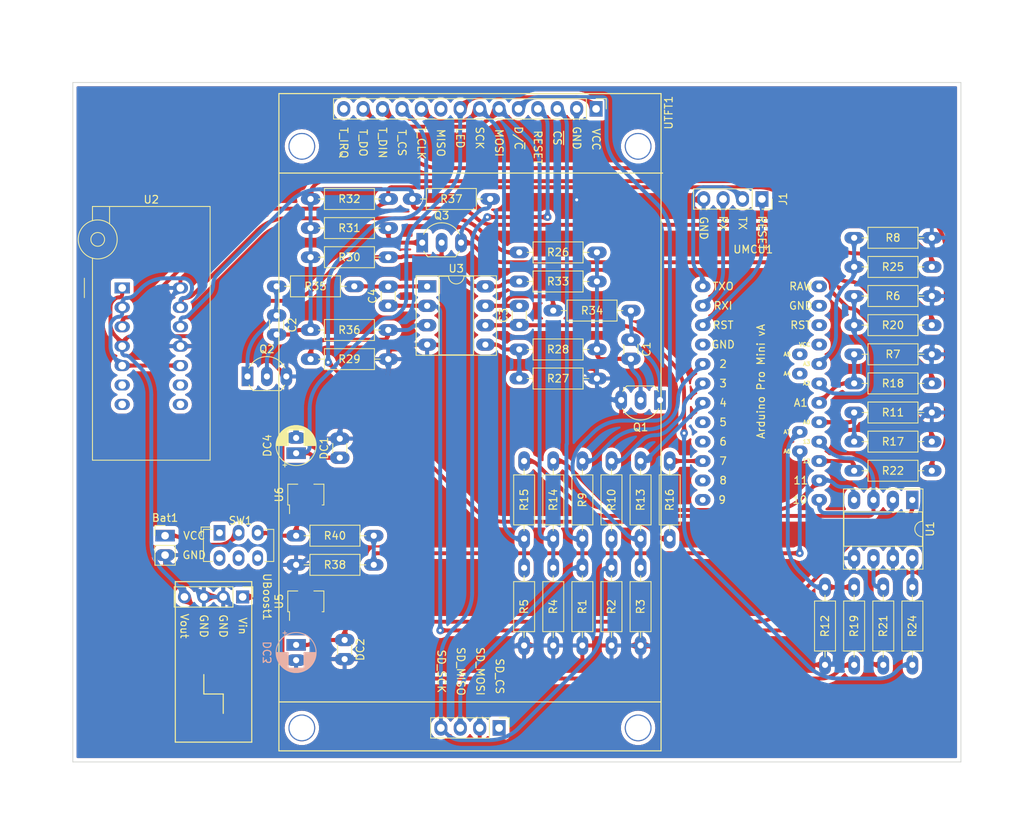
<source format=kicad_pcb>
(kicad_pcb (version 20211014) (generator pcbnew)
  (layers (0 "F.Cu" signal) (31 "B.Cu" signal) (34 "B.Paste" user) (35 "F.Paste" user) (36 "B.SilkS" user "B.Silkscreen") (37 "F.SilkS" user "F.Silkscreen") (38 "B.Mask" user) (39 "F.Mask" user) (44 "Edge.Cuts" user))
  (net 0 "")
  (net 1 "Net-(SW1-Pad2)")
  (net 2 "GND")
  (net 3 "Net-(C1-Pad1)")
  (net 4 "OutOpB")
  (net 5 "Net-(R35-Pad2)")
  (net 6 "OutOpA")
  (net 7 "InOpB")
  (net 8 "Net-(C3-Pad2)")
  (net 9 "InOpA")
  (net 10 "Net-(C4-Pad2)")
  (net 11 "+3V3")
  (net 12 "+5V")
  (net 13 "+12V")
  (net 14 "Net-(R17-Pad1)")
  (net 15 "Net-(Q3-Pad1)")
  (net 16 "Net-(R9-Pad2)")
  (net 17 "Net-(R10-Pad2)")
  (net 18 "Net-(R13-Pad2)")
  (net 19 "Net-(R14-Pad2)")
  (net 20 "Net-(R15-Pad2)")
  (net 21 "Net-(R20-Pad2)")
  (net 22 "Net-(R18-Pad2)")
  (net 23 "Net-(R25-Pad2)")
  (net 24 "Net-(R9-Pad1)")
  (net 25 "Net-(R10-Pad1)")
  (net 26 "Net-(R17-Pad2)")
  (net 27 "Net-(R19-Pad2)")
  (net 28 "Net-(R13-Pad1)")
  (net 29 "Net-(R14-Pad1)")
  (net 30 "Net-(R15-Pad1)")
  (net 31 "Net-(R16-Pad1)")
  (net 32 "Net-(R16-Pad2)")
  (net 33 "Net-(R18-Pad1)")
  (net 34 "Net-(R20-Pad1)")
  (net 35 "Net-(R21-Pad2)")
  (net 36 "Net-(R22-Pad1)")
  (net 37 "Net-(R22-Pad2)")
  (net 38 "Net-(R24-Pad2)")
  (net 39 "Net-(U2-Pad10)")
  (net 40 "Net-(R27-Pad1)")
  (net 41 "Net-(R29-Pad1)")
  (net 42 "Net-(R40-Pad2)")
  (net 43 "+6V")
  (net 44 "Net-(U1-Pad2)")
  (net 64 "Net-(UMCU1-Pad3)")
  (net 65 "Net-(UMCU1-Pad2)")
  (net 66 "Net-(UMCU1-Pad1)")
  (footprint "My_Misc:R_Axial_DIN0207_L6.3mm_D2.5mm_P10.16mm_Horizontal_larger_pads" (layer "F.Cu") (at 137.795 74.295 180)
    (fp_text reference "R35")
    (fp_text value "10k" hide)
  )
  (footprint "My_Misc:R_Axial_DIN0207_L6.3mm_D2.5mm_P10.16mm_Horizontal_larger_pads" (layer "F.Cu") (at 130.185 110.735)
    (fp_text reference "R38")
    (fp_text value "33k" hide)
  )
  (footprint "My_Misc:R_Axial_DIN0207_L6.3mm_D2.5mm_P10.16mm_Horizontal_larger_pads" (layer "F.Cu") (at 175.26 97.155 -90)
    (fp_text reference "R13")
    (fp_text value "2k2" hide)
  )
  (footprint "My_Misc:CP_Radial_D5.0mm_P2.00mm_larger" (layer "F.Cu") (at 130.185 96.13 90)
    (fp_text reference "DC4")
    (fp_text value "10u")
  )
  (footprint "My_Misc:R_Axial_DIN0207_L6.3mm_D2.5mm_P10.16mm_Horizontal_larger_pads" (layer "F.Cu") (at 132.08 83.82)
    (fp_text reference "R29")
    (fp_text value "33k" hide)
  )
  (footprint "My_Misc:ZIF_DIP_Socket-14_W4.3_W5.08_W7.62_W10.16_W10.9_3M_214-3339-00-0602J" (layer "F.Cu") (at 107.4275 74.505)
    (fp_text reference "U2")
    (fp_text value "Test socket")
  )
  (footprint "My_Misc:R_Axial_DIN0207_L6.3mm_D2.5mm_P10.16mm_Horizontal_larger_pads" (layer "F.Cu") (at 203.2 67.945)
    (fp_text reference "R8")
    (fp_text value "33k" hide)
  )
  (footprint "My_Misc:R_Axial_DIN0207_L6.3mm_D2.5mm_P10.16mm_Horizontal_larger_pads" (layer "F.Cu") (at 207.01 123.825 90)
    (fp_text reference "R21")
    (fp_text value "10k" hide)
  )
  (footprint "My_Misc:DIP-8_W7.62mm_Socket_w_dip_packet_LongPads" (layer "F.Cu") (at 147.33 74.305)
    (fp_text reference "U3")
    (fp_text value "LM358" hide)
  )
  (footprint "My_Misc:R_Axial_DIN0207_L6.3mm_D2.5mm_P10.16mm_Horizontal_larger_pads" (layer "F.Cu") (at 160.02 97.155 -90)
    (fp_text reference "R15")
    (fp_text value "2k2" hide)
  )
  (footprint "My_Misc:C_Disc_D3.0mm_W1.6mm_P2.50mm_larg" (layer "F.Cu") (at 173.99 81.28 -90)
    (fp_text reference "C1")
    (fp_text value "100n")
  )
  (footprint "My_Misc:R_Axial_DIN0207_L6.3mm_D2.5mm_P10.16mm_Horizontal_larger_pads" (layer "F.Cu") (at 213.36 79.375 180)
    (fp_text reference "R20")
    (fp_text value "47k" hide)
  )
  (footprint "My_Arduino:Arduino_Pro_Mini_vA_sides_n_A4-A7_large" (layer "F.Cu") (at 183.388 74.295)
    (fp_text reference "UMCU1")
    (fp_text value "Arduino_Mini_Pro" hide)
  )
  (footprint "My_Misc:TO-92_Inline_Wide_large" (layer "F.Cu") (at 123.825 86.085)
    (fp_text reference "Q2")
    (fp_text value "BC639")
  )
  (footprint "My_Misc:R_Axial_DIN0207_L6.3mm_D2.5mm_P10.16mm_Horizontal_larger_pads" (layer "F.Cu") (at 155.575 62.865 180)
    (fp_text reference "R37")
    (fp_text value "100R 0.25W" hide)
  )
  (footprint "My_Misc:R_Axial_DIN0207_L6.3mm_D2.5mm_P10.16mm_Horizontal_larger_pads" (layer "F.Cu") (at 163.83 111.125 -90)
    (fp_text reference "R4")
    (fp_text value "3k3" hide)
  )
  (footprint "My_Misc:R_Axial_DIN0207_L6.3mm_D2.5mm_P10.16mm_Horizontal_larger_pads" (layer "F.Cu") (at 142.24 70.485 180)
    (fp_text reference "R30")
    (fp_text value "1k" hide)
  )
  (footprint "My_Misc:C_Disc_D3.0mm_W1.6mm_P2.50mm_larg" (layer "F.Cu") (at 135.9 96.725 90)
    (fp_text reference "DC1")
    (fp_text value "100n")
  )
  (footprint "My_Misc:R_Axial_DIN0207_L6.3mm_D2.5mm_P10.16mm_Horizontal_larger_pads" (layer "F.Cu") (at 142.24 80.01 180)
    (fp_text reference "R36")
    (fp_text value "68k" hide)
  )
  (footprint "My_Misc:R_Axial_DIN0207_L6.3mm_D2.5mm_P10.16mm_Horizontal_larger_pads" (layer "F.Cu") (at 163.83 97.155 -90)
    (fp_text reference "R14")
    (fp_text value "2k2" hide)
  )
  (footprint "My_Misc:R_Axial_DIN0207_L6.3mm_D2.5mm_P10.16mm_Horizontal_larger_pads" (layer "F.Cu") (at 167.64 111.125 -90)
    (fp_text reference "R1")
    (fp_text value "3k3" hide)
  )
  (footprint "My_Misc:R_Axial_DIN0207_L6.3mm_D2.5mm_P10.16mm_Horizontal_larger_pads" (layer "F.Cu") (at 171.45 111.125 -90)
    (fp_text reference "R2")
    (fp_text value "3k3" hide)
  )
  (footprint "My_Misc:R_Axial_DIN0207_L6.3mm_D2.5mm_P10.16mm_Horizontal_larger_pads" (layer "F.Cu") (at 160.02 111.125 -90)
    (fp_text reference "R5")
    (fp_text value "3k3" hide)
  )
  (footprint "My_Misc:C_Disc_D3.0mm_W1.6mm_P2.50mm_larg" (layer "F.Cu") (at 127.635 78.105 -90)
    (fp_text reference "C2")
    (fp_text value "100n")
  )
  (footprint "My_Misc:TO-92_Inline_Wide_large" (layer "F.Cu") (at 146.685 68.58)
    (fp_text reference "Q3")
    (fp_text value "BC639")
  )
  (footprint "My_Misc:R_Axial_DIN0207_L6.3mm_D2.5mm_P10.16mm_Horizontal_larger_pads" (layer "F.Cu") (at 213.36 94.615 180)
    (fp_text reference "R17")
    (fp_text value "47k" hide)
  )
  (footprint "My_Misc:R_Axial_DIN0207_L6.3mm_D2.5mm_P10.16mm_Horizontal_larger_pads" (layer "F.Cu") (at 179.07 97.155 -90)
    (fp_text reference "R16")
    (fp_text value "10k" hide)
  )
  (footprint "My_Misc:R_Axial_DIN0207_L6.3mm_D2.5mm_P10.16mm_Horizontal_larger_pads" (layer "F.Cu") (at 203.2 75.565)
    (fp_text reference "R6")
    (fp_text value "33k" hide)
  )
  (footprint "My_Headers:4-pin Serial Connection header large" (layer "F.Cu") (at 191.135 62.865 -90)
    (fp_text reference "J1")
    (fp_text value "4-pin_Serial_Connection_header" hide)
  )
  (footprint "My_Misc:DIP-8_W7.62mm_Socket_w_dip_packet_LongPads" (layer "F.Cu") (at 210.81 102.245 -90)
    (fp_text reference "U1")
    (fp_text value "MCP4802" hide)
  )
  (footprint "My_Misc:R_Axial_DIN0207_L6.3mm_D2.5mm_P10.16mm_Horizontal_larger_pads" (layer "F.Cu") (at 130.185 106.925)
    (fp_text reference "R40")
    (fp_text value "10k" hide)
  )
  (footprint "My_Misc:C_Disc_D3.0mm_W1.6mm_P2.50mm_larg" (layer "F.Cu") (at 136.535 120.5749 -90)
    (fp_text reference "DC2")
    (fp_text value "100n")
  )
  (footprint "My_Misc:R_Axial_DIN0207_L6.3mm_D2.5mm_P10.16mm_Horizontal_larger_pads" (layer "F.Cu") (at 203.2 123.825 90)
    (fp_text reference "R19")
    (fp_text value "47k" hide)
  )
  (footprint "Package_TO_SOT_SMD:SOT-89-3" (layer "F.Cu") (at 131.455 101.845 90)
    (fp_text reference "U6")
    (fp_text value "HT7533")
  )
  (footprint "My_Headers:2-pin_power_input_header_larger_pads" (layer "F.Cu") (at 113.04 106.92)
    (fp_text reference "Bat1")
    (fp_text value "Battery" hide)
  )
  (footprint "My_Parts:ILI9341 2.8 TFT Touch large" (layer "F.Cu") (at 169.435 51.075 -90)
    (fp_text reference "UTFT1")
    (fp_text value "ILI9341_2.8_TFT_Touch")
  )
  (footprint "My_Misc:R_Axial_DIN0207_L6.3mm_D2.5mm_P10.16mm_Horizontal_larger_pads" (layer "F.Cu") (at 203.2 90.805)
    (fp_text reference "R11")
    (fp_text value "33k" hide)
  )
  (footprint "My_Misc:R_Axial_DIN0207_L6.3mm_D2.5mm_P10.16mm_Horizontal_larger_pads" (layer "F.Cu") (at 159.385 82.55)
    (fp_text reference "R28")
    (fp_text value "68k" hide)
  )
  (footprint "My_Misc:R_Axial_DIN0207_L6.3mm_D2.5mm_P10.16mm_Horizontal_larger_pads" (layer "F.Cu") (at 175.26 111.125 -90)
    (fp_text reference "R3")
    (fp_text value "3k3" hide)
  )
  (footprint "My_Misc:R_Axial_DIN0207_L6.3mm_D2.5mm_P10.16mm_Horizontal_larger_pads" (layer "F.Cu") (at 163.83 77.47)
    (fp_text reference "R34")
    (fp_text value "10k" hide)
  )
  (footprint "My_Misc:R_Axial_DIN0207_L6.3mm_D2.5mm_P10.16mm_Horizontal_larger_pads" (layer "F.Cu") (at 171.45 97.155 -90)
    (fp_text reference "R10")
    (fp_text value "2k2" hide)
  )
  (footprint "Package_TO_SOT_SMD:SOT-89-3" (layer "F.Cu") (at 131.455 115.815 90)
    (fp_text reference "U5")
    (fp_text value "HT7550")
  )
  (footprint "My_Misc:C_Disc_D3.0mm_W1.6mm_P2.50mm_larg" (layer "F.Cu") (at 142.24 76.835 90)
    (fp_text reference "C4")
    (fp_text value "100n")
  )
  (footprint "My_Misc:R_Axial_DIN0207_L6.3mm_D2.5mm_P10.16mm_Horizontal_larger_pads" (layer "F.Cu") (at 203.2 98.425)
    (fp_text reference "R22")
    (fp_text value "10k" hide)
  )
  (footprint "My_Misc:TO-92_Inline_Wide_large" (layer "F.Cu") (at 177.8 89.175 180)
    (fp_text reference "Q1")
    (fp_text value "BC639")
  )
  (footprint "My_Parts:2-pole switch large" (layer "F.Cu") (at 120.1575 106.545)
    (fp_text reference "SW1")
    (fp_text value "On/Off")
  )
  (footprint "My_Misc:R_Axial_DIN0207_L6.3mm_D2.5mm_P10.16mm_Horizontal_larger_pads" (layer "F.Cu") (at 159.385 73.66)
    (fp_text reference "R33")
    (fp_text value "1k" hide)
  )
  (footprint "My_Misc:R_Axial_DIN0207_L6.3mm_D2.5mm_P10.16mm_Horizontal_larger_pads" (layer "F.Cu") (at 132.08 66.675)
    (fp_text reference "R31")
    (fp_text value "4k7" hide)
  )
  (footprint "My_Misc:R_Axial_DIN0207_L6.3mm_D2.5mm_P10.16mm_Horizontal_larger_pads" (layer "F.Cu") (at 142.24 62.865 180)
    (fp_text reference "R32")
    (fp_text value "100R 0.25W" hide)
  )
  (footprint "My_Misc:R_Axial_DIN0207_L6.3mm_D2.5mm_P10.16mm_Horizontal_larger_pads" (layer "F.Cu") (at 199.39 113.665 -90)
    (fp_text reference "R12")
    (fp_text value "33k" hide)
  )
  (footprint "My_Misc:R_Axial_DIN0207_L6.3mm_D2.5mm_P10.16mm_Horizontal_larger_pads" (layer "F.Cu") (at 210.82 123.825 90)
    (fp_text reference "R24")
    (fp_text value "10k" hide)
  )
  (footprint "My_Misc:R_Axial_DIN0207_L6.3mm_D2.5mm_P10.16mm_Horizontal_larger_pads" (layer "F.Cu") (at 169.545 69.85 180)
    (fp_text reference "R26")
    (fp_text value "27k" hide)
  )
  (footprint "My_Misc:R_Axial_DIN0207_L6.3mm_D2.5mm_P10.16mm_Horizontal_larger_pads" (layer "F.Cu") (at 159.385 86.36)
    (fp_text reference "R27")
    (fp_text value "33k" hide)
  )
  (footprint "My_Misc:C_Disc_D3.0mm_W1.6mm_P2.50mm_larg" (layer "F.Cu") (at 159.385 79.355 90)
    (fp_text reference "C3")
    (fp_text value "100n")
  )
  (footprint "My_Parts:6V to 12V Step Up Converter" (layer "F.Cu") (at 123.19 114.935 -90)
    (fp_text reference "UBoost1")
    (fp_text value "Step_Up_Converter")
  )
  (footprint "My_Misc:R_Axial_DIN0207_L6.3mm_D2.5mm_P10.16mm_Horizontal_larger_pads" (layer "F.Cu") (at 203.2 83.185)
    (fp_text reference "R7")
    (fp_text value "33k" hide)
  )
  (footprint "My_Misc:R_Axial_DIN0207_L6.3mm_D2.5mm_P10.16mm_Horizontal_larger_pads" (layer "F.Cu") (at 167.64 97.155 -90)
    (fp_text reference "R9")
    (fp_text value "2k2" hide)
  )
  (footprint "My_Misc:R_Axial_DIN0207_L6.3mm_D2.5mm_P10.16mm_Horizontal_larger_pads" (layer "F.Cu") (at 213.36 86.995 180)
    (fp_text reference "R18")
    (fp_text value "47k" hide)
  )
  (footprint "My_Misc:R_Axial_DIN0207_L6.3mm_D2.5mm_P10.16mm_Horizontal_larger_pads" (layer "F.Cu") (at 213.36 71.755 180)
    (fp_text reference "R25")
    (fp_text value "47k" hide)
  )
  (footprint "My_Misc:CP_Radial_D5.0mm_P2.00mm_larger" (layer "B.Cu") (at 130.185 121.2099 -90)
    (fp_text reference "DC3")
    (fp_text value "10u")
  )
  (gr_line (start 217.17 136.525) (end 217.17 47.625) (layer "Edge.Cuts") (width 0.1))
  (gr_line (start 100.965 47.625) (end 100.965 136.525) (layer "Edge.Cuts") (width 0.1))
  (gr_line (start 100.965 136.525) (end 217.17 136.525) (layer "Edge.Cuts") (width 0.1))
  (gr_line (start 217.17 47.625) (end 100.965 47.625) (layer "Edge.Cuts") (width 0.1))
  (segment (start 119.983658 108.1113) (end 116.851976 108.1113) (width 0.508) (layer "F.Cu") (net 1))
  (segment (start 121.87435 107.32815) (end 122.6575 106.545) (width 0.508) (layer "F.Cu") (net 1))
  (segment (start 113.975923 106.92) (end 113.04 106.92) (width 0.508) (layer "F.Cu") (net 1))
  (arc (start 115.41395 107.51565) (mid 116.073721 107.956495) (end 116.851976 108.1113) (width 0.508) (layer "F.Cu") (net 1))
  (arc (start 115.41395 107.51565) (mid 114.754177 107.074804) (end 113.975923 106.92) (width 0.508) (layer "F.Cu") (net 1))
  (arc (start 121.87435 107.32815) (mid 121.006893 107.907765) (end 119.983658 108.1113) (width 0.508) (layer "F.Cu") (net 1))
  (segment (start 142.87515 82.5497) (end 144.55527 82.5497) (width 0.508) (layer "F.Cu") (net 2))
  (segment (start 121.548025 115.833025) (end 121.915 116.2) (width 0.508) (layer "F.Cu") (net 2))
  (segment (start 173.355 121.285) (end 169.545 121.285) (width 0.508) (layer "F.Cu") (net 2))
  (segment (start 129.18085 117.465) (end 129.955 117.465) (width 0.508) (layer "F.Cu") (net 2))
  (segment (start 158.300581 121.734118) (end 157.85475 122.17995) (width 0.508) (layer "F.Cu") (net 2))
  (segment (start 142.24 83.18485) (end 142.24 83.82) (width 0.508) (layer "F.Cu") (net 2))
  (segment (start 182.236603 62.865) (end 183.515 62.865) (width 0.508) (layer "F.Cu") (net 2))
  (segment (start 154.44078 85.0897) (end 168.90985 85.0897) (width 0.508) (layer "F.Cu") (net 2))
  (segment (start 131.07415 94.13) (end 129.29585 94.13) (width 0.508) (layer "F.Cu") (net 2))
  (segment (start 138.75335 123.0749) (end 134.31665 123.0749) (width 0.508) (layer "F.Cu") (net 2))
  (segment (start 122.691036 82.125) (end 115.0475 82.125) (width 0.508) (layer "F.Cu") (net 2))
  (segment (start 131.07415 123.2099) (end 129.29585 123.2099) (width 0.508) (layer "F.Cu") (net 2))
  (segment (start 180.866351 123.825) (end 199.39 123.825) (width 0.508) (layer "F.Cu") (net 2))
  (segment (start 161.925 121.285) (end 160.65515 121.285) (width 0.508) (layer "F.Cu") (net 2))
  (segment (start 124.96898 117.465) (end 127.63255 117.465) (width 0.508) (layer "F.Cu") (net 2))
  (segment (start 132.125475 94.225) (end 135.9 94.225) (width 0.508) (layer "F.Cu") (net 2))
  (segment (start 160.65515 121.285) (end 159.38485 121.285) (width 0.508) (layer "F.Cu") (net 2))
  (segment (start 126.538792 83.718792) (end 128.905 86.085) (width 0.508) (layer "F.Cu") (net 2))
  (segment (start 131.07415 123.2099) (end 131.86784 123.2099) (width 0.508) (layer "F.Cu") (net 2))
  (segment (start 129.413893 103.495) (end 129.955 103.495) (width 0.508) (layer "F.Cu") (net 2))
  (segment (start 174.62485 121.285) (end 173.355 121.285) (width 0.508) (layer "F.Cu") (net 2))
  (segment (start 127.63255 117.465) (end 129.18085 117.465) (width 0.508) (layer "F.Cu") (net 2))
  (segment (start 175.89515 121.285) (end 174.62485 121.285) (width 0.508) (layer "F.Cu") (net 2))
  (segment (start 169.545 85.72485) (end 169.545 86.36) (width 0.508) (layer "F.Cu") (net 2))
  (segment (start 148.18415 81.925) (end 146.47585 81.925) (width 0.508) (layer "F.Cu") (net 2))
  (segment (start 176.979418 121.734118) (end 177.8003 122.555) (width 0.508) (layer "F.Cu") (net 2))
  (segment (start 128.4067 122.32075) (end 128.4067 118.23915) (width 0.508) (layer "F.Cu") (net 2))
  (segment (start 146.063429 81.925) (end 146.47585 81.925) (width 0.508) (layer "F.Cu") (net 2))
  (segment (start 169.545 121.285) (end 165.735 121.285) (width 0.508) (layer "F.Cu") (net 2))
  (segment (start 134.31665 123.0749) (end 132.193759 123.0749) (width 0.508) (layer "F.Cu") (net 2))
  (segment (start 119.38 114.935) (end 118.11 114.935) (width 0.508) (layer "F.Cu") (net 2))
  (segment (start 128.4067 95.01915) (end 128.4067 102.487806) (width 0.508) (layer "F.Cu") (net 2))
  (segment (start 181.963796 62.978) (end 166.895 62.978) (width 0.508) (layer "F.Cu") (net 2))
  (segment (start 131.896124 94.13) (end 131.07415 94.13) (width 0.508) (layer "F.Cu") (net 2))
  (segment (start 138.75335 123.0749) (end 155.694149 123.0749) (width 0.508) (layer "F.Cu") (net 2))
  (segment (start 150.62065 83.50735) (end 149.642275 82.528975) (width 0.508) (layer "F.Cu") (net 2))
  (segment (start 165.735 121.285) (end 161.925 121.285) (width 0.508) (layer "F.Cu") (net 2))
  (via (at 166.895 62.978) (size 1.016) (drill 0.4) (layers "F.Cu" "B.Cu") (net 2))
  (arc (start 129.18085 117.465) (mid 128.633443 117.691743) (end 128.4067 118.23915) (width 0.508) (layer "F.Cu") (net 2))
  (arc (start 128.4067 102.487806) (mid 128.483368 102.873242) (end 128.7017 103.2) (width 0.508) (layer "F.Cu") (net 2))
  (arc (start 142.87515 82.5497) (mid 142.426031 82.735731) (end 142.24 83.18485) (width 0.508) (layer "F.Cu") (net 2))
  (arc (start 121.915 116.2) (mid 123.316177 117.136237) (end 124.96898 117.465) (width 0.508) (layer "F.Cu") (net 2))
  (arc (start 132.193759 123.0749) (mid 132.105566 123.092442) (end 132.0308 123.1424) (width 0.508) (layer "F.Cu") (net 2))
  (arc (start 177.8003 122.555) (mid 179.207016 123.494937) (end 180.866351 123.825) (width 0.508) (layer "F.Cu") (net 2))
  (arc (start 126.538792 83.718792) (mid 124.773426 82.539213) (end 122.691036 82.125) (width 0.508) (layer "F.Cu") (net 2))
  (arc (start 150.62065 83.50735) (mid 152.37334 84.67846) (end 154.44078 85.0897) (width 0.508) (layer "F.Cu") (net 2))
  (arc (start 128.4067 122.32075) (mid 128.667126 122.949473) (end 129.29585 123.2099) (width 0.508) (layer "F.Cu") (net 2))
  (arc (start 132.0108 94.1775) (mid 131.958186 94.142344) (end 131.896124 94.13) (width 0.508) (layer "F.Cu") (net 2))
  (arc (start 128.4067 118.23915) (mid 128.179956 117.691743) (end 127.63255 117.465) (width 0.508) (layer "F.Cu") (net 2))
  (arc (start 145.30935 82.23735) (mid 144.963375 82.468522) (end 144.55527 82.5497) (width 0.508) (layer "F.Cu") (net 2))
  (arc (start 132.0308 123.1424) (mid 131.956033 123.192357) (end 131.86784 123.2099) (width 0.508) (layer "F.Cu") (net 2))
  (arc (start 129.29585 94.13) (mid 128.667126 94.390426) (end 128.4067 95.01915) (width 0.508) (layer "F.Cu") (net 2))
  (arc (start 157.85475 122.17995) (mid 156.863457 122.84231) (end 155.694149 123.0749) (width 0.508) (layer "F.Cu") (net 2))
  (arc (start 182.1002 62.9215) (mid 182.037617 62.963316) (end 181.963796 62.978) (width 0.508) (layer "F.Cu") (net 2))
  (arc (start 182.236603 62.865) (mid 182.162782 62.879683) (end 182.1002 62.9215) (width 0.508) (layer "F.Cu") (net 2))
  (arc (start 132.0108 94.1775) (mid 132.063413 94.212655) (end 132.125475 94.225) (width 0.508) (layer "F.Cu") (net 2))
  (arc (start 159.38485 121.285) (mid 158.798047 121.401721) (end 158.300581 121.734118) (width 0.508) (layer "F.Cu") (net 2))
  (arc (start 128.7017 103.2) (mid 129.028456 103.418331) (end 129.413893 103.495) (width 0.508) (layer "F.Cu") (net 2))
  (arc (start 149.642275 82.528975) (mid 148.973281 82.081967) (end 148.18415 81.925) (width 0.508) (layer "F.Cu") (net 2))
  (arc (start 121.548025 115.833025) (mid 120.553326 115.168389) (end 119.38 114.935) (width 0.508) (layer "F.Cu") (net 2))
  (arc (start 169.545 85.72485) (mid 169.358968 85.275731) (end 168.90985 85.0897) (width 0.508) (layer "F.Cu") (net 2))
  (arc (start 176.979418 121.734118) (mid 176.481951 121.401721) (end 175.89515 121.285) (width 0.508) (layer "F.Cu") (net 2))
  (arc (start 146.063429 81.925) (mid 145.655324 82.006177) (end 145.30935 82.23735) (width 0.508) (layer "F.Cu") (net 2))
  (segment (start 114.29225 75.26025) (end 115.0475 74.505) (width 0.508) (layer "B.Cu") (net 2))
  (segment (start 128.905 90.674603) (end 128.905 86.085) (width 0.508) (layer "B.Cu") (net 2))
  (segment (start 126.411915 115.143184) (end 129.960458 111.594641) (width 0.508) (layer "B.Cu") (net 2))
  (segment (start 132.7257 99.643869) (end 132.7257 107.032853) (width 0.508) (layer "B.Cu") (net 2))
  (segment (start 142.24 85.19835) (end 142.24 83.82) (width 0.508) (layer "B.Cu") (net 2))
  (segment (start 213.36 90.48735) (end 213.36 90.805) (width 0.508) (layer "B.Cu") (net 2))
  (segment (start 210.603176 105.823523) (end 208.337387 108.089312) (width 0.508) (layer "B.Cu") (net 2))
  (segment (start 141.265359 87.55134) (end 136.362553 92.454146) (width 0.508) (layer "B.Cu") (net 2))
  (segment (start 201.789599 112.702599) (end 202.823051 111.669148) (width 0.508) (layer "B.Cu") (net 2))
  (segment (start 129.735881 92.410581) (end 129.545 92.2197) (width 0.508) (layer "B.Cu") (net 2))
  (segment (start 213.135458 90.394341) (end 212.4648 91.065) (width 0.508) (layer "B.Cu") (net 2))
  (segment (start 114.008377 80.625277) (end 113.9084 80.5253) (width 0.508) (layer "B.Cu") (net 2))
  (segment (start 166.895 82.471267) (end 166.895 62.978) (width 0.508) (layer "B.Cu") (net 2))
  (segment (start 213.36 83.50255) (end 213.36 84.13765) (width 0.508) (layer "B.Cu") (net 2))
  (segment (start 169.545 86.67755) (end 169.545 86.36) (width 0.508) (layer "B.Cu") (net 2))
  (segment (start 213.36 89.85225) (end 213.36 90.48735) (width 0.508) (layer "B.Cu") (net 2))
  (segment (start 203.19 109.01085) (end 203.19 110.71915) (width 0.508) (layer "B.Cu") (net 2))
  (segment (start 212.039857 88.214557) (end 213.135458 89.310158) (width 0.508) (layer "B.Cu") (net 2))
  (segment (start 213.36 82.86745) (end 213.36 82.54985) (width 0.508) (layer "B.Cu") (net 2))
  (segment (start 213.36 68.58015) (end 213.36 67.945) (width 0.508) (layer "B.Cu") (net 2))
  (segment (start 113.04 110.29765) (end 113.04 109.46) (width 0.508) (layer "B.Cu") (net 2))
  (segment (start 213.584577 77.059877) (end 214.680142 78.155442) (width 0.508) (layer "B.Cu") (net 2))
  (segment (start 213.36 75.24745) (end 213.36 75.88255) (width 0.508) (layer "B.Cu") (net 2))
  (segment (start 200.6603 123.18985) (end 200.6603 115.428971) (width 0.508) (layer "B.Cu") (net 2))
  (segment (start 213.36 76.5177) (end 213.36 76.51765) (width 0.508) (layer "B.Cu") (net 2))
  (segment (start 130.409541 111.145558) (end 129.960458 111.594641) (width 0.508) (layer "B.Cu") (net 2))
  (segment (start 130.185 93.49485) (end 130.185 94.13) (width 0.508) (layer "B.Cu") (net 2))
  (segment (start 121.3292 115.6142) (end 120.65 114.935) (width 0.508) (layer "B.Cu") (net 2))
  (segment (start 213.809118 69.664418) (end 214.680142 70.535442) (width 0.508) (layer "B.Cu") (net 2))
  (segment (start 114.211229 111.036229) (end 118.11 114.935) (width 0.508) (layer "B.Cu") (net 2))
  (segment (start 200.02515 123.825) (end 199.39 123.825) (width 0.508) (layer "B.Cu") (net 2))
  (segment (start 169.545 87.4503) (end 169.545 87.31265) (width 0.508) (layer "B.Cu") (net 2))
  (segment (start 154.205 128.083663) (end 154.205 132.075) (width 0.508) (layer "B.Cu") (net 2))
  (segment (start 213.36 82.86745) (end 213.36 83.50255) (width 0.508) (layer "B.Cu") (net 2))
  (segment (start 169.545 86.67755) (end 169.545 87.31265) (width 0.508) (layer "B.Cu") (net 2))
  (segment (start 130.185 111.05255) (end 130.185 110.735) (width 0.508) (layer "B.Cu") (net 2))
  (segment (start 113.537 77.083584) (end 113.537 79.628661) (width 0.508) (layer "B.Cu") (net 2))
  (segment (start 213.809118 81.46558) (end 214.680142 80.594557) (width 0.508) (layer "B.Cu") (net 2))
  (segment (start 213.36 75.24745) (end 213.36 74.92985) (width 0.508) (layer "B.Cu") (net 2))
  (segment (start 170.032279 87.757579) (end 171.000581 88.725881) (width 0.508) (layer "B.Cu") (net 2))
  (segment (start 159.38485 121.285) (end 160.02 121.285) (width 0.508) (layer "B.Cu") (net 2))
  (segment (start 211.5696 99.085739) (end 211.5696 93.226203) (width 0.508) (layer "B.Cu") (net 2))
  (segment (start 135.437446 94.687553) (end 134.31285 95.81215) (width 0.508) (layer "B.Cu") (net 2))
  (segment (start 213.36 75.88255) (end 213.36 76.51765) (width 0.508) (layer "B.Cu") (net 2))
  (segment (start 213.36 84.1377) (end 213.36 84.13765) (width 0.508) (layer "B.Cu") (net 2))
  (segment (start 213.135422 84.679877) (end 212.039857 85.775442) (width 0.508) (layer "B.Cu") (net 2))
  (segment (start 208.27 108.4426) (end 208.27 109.865) (width 0.508) (layer "B.Cu") (net 2))
  (segment (start 208.27 108.252) (end 208.27 108.4426) (width 0.508) (layer "B.Cu") (net 2))
  (segment (start 166.895 53.36145) (end 166.895 62.978) (width 0.508) (layer "B.Cu") (net 2))
  (segment (start 213.809118 73.84558) (end 214.680142 72.974557) (width 0.508) (layer "B.Cu") (net 2))
  (segment (start 169.320458 86.770558) (end 168.22 85.6701) (width 0.508) (layer "B.Cu") (net 2))
  (segment (start 172.08485 89.175) (end 172.72 89.175) (width 0.508) (layer "B.Cu") (net 2))
  (segment (start 130.409541 111.145558) (end 131.45535 110.09975) (width 0.508) (layer "B.Cu") (net 2))
  (segment (start 122.968933 116.2934) (end 123.63505 116.2934) (width 0.508) (layer "B.Cu") (net 2))
  (segment (start 166.895 51.83715) (end 166.895 51.075) (width 0.508) (layer "B.Cu") (net 2))
  (segment (start 212.1184 102.16545) (end 212.1184 100.41066) (width 0.508) (layer "B.Cu") (net 2))
  (segment (start 166.895 51.83715) (end 166.895 53.36145) (width 0.508) (layer "B.Cu") (net 2))
  (segment (start 203.19 110.71915) (end 203.19 111.43775) (width 0.508) (layer "B.Cu") (net 2))
  (segment (start 158.300581 121.734118) (end 155.798792 124.235907) (width 0.508) (layer "B.Cu") (net 2))
  (segment (start 115.0475 81.28055) (end 115.0475 82.125) (width 0.508) (layer "B.Cu") (net 2))
  (segment (start 204.04415 108.1567) (end 208.1747 108.1567) (width 0.508) (layer "B.Cu") (net 2))
  (arc (start 114.29225 75.26025) (mid 113.733283 76.096802) (end 113.537 77.083584) (width 0.508) (layer "B.Cu") (net 2))
  (arc (start 169.545 87.31265) (mid 169.486643 87.019271) (end 169.320458 86.770558) (width 0.508) (layer "B.Cu") (net 2))
  (arc (start 132.7257 107.032853) (mid 132.395546 108.692645) (end 131.45535 110.09975) (width 0.508) (layer "B.Cu") (net 2))
  (arc (start 129.735881 92.410581) (mid 130.068277 92.908047) (end 130.185 93.49485) (width 0.508) (layer "B.Cu") (net 2))
  (arc (start 213.36 84.1377) (mid 213.301634 84.431124) (end 213.135422 84.679877) (width 0.508) (layer "B.Cu") (net 2))
  (arc (start 211.844 99.7482) (mid 212.047085 100.052139) (end 212.1184 100.41066) (width 0.508) (layer "B.Cu") (net 2))
  (arc (start 204.04415 108.1567) (mid 203.440174 108.406874) (end 203.19 109.01085) (width 0.508) (layer "B.Cu") (net 2))
  (arc (start 212.1184 102.16545) (mid 211.724606 104.145185) (end 210.603176 105.823523) (width 0.508) (layer "B.Cu") (net 2))
  (arc (start 170.032279 87.757579) (mid 169.891298 87.663378) (end 169.725 87.6303) (width 0.508) (layer "B.Cu") (net 2))
  (arc (start 166.895 82.471267) (mid 167.239356 84.202462) (end 168.22 85.6701) (width 0.508) (layer "B.Cu") (net 2))
  (arc (start 212.039857 85.775442) (mid 211.665986 86.33498) (end 211.5347 86.995) (width 0.508) (layer "B.Cu") (net 2))
  (arc (start 213.36 90.48735) (mid 213.278802 90.365828) (end 213.135458 90.394341) (width 0.508) (layer "B.Cu") (net 2))
  (arc (start 121.3292 115.6142) (mid 122.081516 116.116881) (end 122.968933 116.2934) (width 0.508) (layer "B.Cu") (net 2))
  (arc (start 130.185 111.05255) (mid 130.266197 111.174071) (end 130.409541 111.145558) (width 0.508) (layer "B.Cu") (net 2))
  (arc (start 213.36 68.58015) (mid 213.476721 69.166951) (end 213.809118 69.664418) (width 0.508) (layer "B.Cu") (net 2))
  (arc (start 203.19 111.43775) (mid 203.150298 111.533598) (end 203.05445 111.5733) (width 0.508) (layer "B.Cu") (net 2))
  (arc (start 159.38485 121.285) (mid 158.798047 121.401721) (end 158.300581 121.734118) (width 0.508) (layer "B.Cu") (net 2))
  (arc (start 155.798792 124.235907) (mid 154.619213 126.001272) (end 154.205 128.083663) (width 0.508) (layer "B.Cu") (net 2))
  (arc (start 169.545 87.4503) (mid 169.59772 87.577579) (end 169.725 87.6303) (width 0.508) (layer "B.Cu") (net 2))
  (arc (start 213.135458 89.310158) (mid 213.301643 89.558871) (end 213.36 89.85225) (width 0.508) (layer "B.Cu") (net 2))
  (arc (start 200.6603 123.18985) (mid 200.474268 123.638968) (end 200.02515 123.825) (width 0.508) (layer "B.Cu") (net 2))
  (arc (start 113.537 79.628661) (mid 113.633523 80.113918) (end 113.9084 80.5253) (width 0.508) (layer "B.Cu") (net 2))
  (arc (start 113.04 110.29765) (mid 113.16672 110.603579) (end 113.47265 110.7303) (width 0.508) (layer "B.Cu") (net 2))
  (arc (start 203.05445 111.5733) (mid 202.929217 111.59821) (end 202.823051 111.669148) (width 0.508) (layer "B.Cu") (net 2))
  (arc (start 215.1853 79.375) (mid 215.054013 80.035019) (end 214.680142 80.594557) (width 0.508) (layer "B.Cu") (net 2))
  (arc (start 214.680142 78.155442) (mid 215.054013 78.71498) (end 215.1853 79.375) (width 0.508) (layer "B.Cu") (net 2))
  (arc (start 129.960458 111.594641) (mid 130.126643 111.345927) (end 130.185 111.05255) (width 0.508) (layer "B.Cu") (net 2))
  (arc (start 213.809118 81.46558) (mid 213.476721 81.963047) (end 213.36 82.54985) (width 0.508) (layer "B.Cu") (net 2))
  (arc (start 201.789599 112.702599) (mid 200.953795 113.953469) (end 200.6603 115.428971) (width 0.508) (layer "B.Cu") (net 2))
  (arc (start 115.0475 81.28055) (mid 114.935072 81.009127) (end 114.66365 80.8967) (width 0.508) (layer "B.Cu") (net 2))
  (arc (start 171.000581 88.725881) (mid 171.498047 89.058277) (end 172.08485 89.175) (width 0.508) (layer "B.Cu") (net 2))
  (arc (start 212.4648 91.065) (mid 211.802254 92.056568) (end 211.5696 93.226203) (width 0.508) (layer "B.Cu") (net 2))
  (arc (start 213.36 76.5177) (mid 213.418365 76.811124) (end 213.584577 77.059877) (width 0.508) (layer "B.Cu") (net 2))
  (arc (start 135.9 93.57085) (mid 135.779786 94.175205) (end 135.437446 94.687553) (width 0.508) (layer "B.Cu") (net 2))
  (arc (start 136.362553 92.454146) (mid 136.020213 92.966494) (end 135.9 93.57085) (width 0.508) (layer "B.Cu") (net 2))
  (arc (start 208.27 108.252) (mid 208.242087 108.184612) (end 208.1747 108.1567) (width 0.508) (layer "B.Cu") (net 2))
  (arc (start 126.411915 115.143184) (mid 125.137878 115.994468) (end 123.63505 116.2934) (width 0.508) (layer "B.Cu") (net 2))
  (arc (start 211.5696 99.085739) (mid 211.640914 99.44426) (end 211.844 99.7482) (width 0.508) (layer "B.Cu") (net 2))
  (arc (start 128.905 90.674603) (mid 129.07133 91.510803) (end 129.545 92.2197) (width 0.508) (layer "B.Cu") (net 2))
  (arc (start 211.5347 86.995) (mid 211.665986 87.655019) (end 212.039857 88.214557) (width 0.508) (layer "B.Cu") (net 2))
  (arc (start 214.680142 70.535442) (mid 215.054013 71.09498) (end 215.1853 71.755) (width 0.508) (layer "B.Cu") (net 2))
  (arc (start 208.337387 108.089312) (mid 208.287513 108.163954) (end 208.27 108.252) (width 0.508) (layer "B.Cu") (net 2))
  (arc (start 114.211229 111.036229) (mid 113.872366 110.809808) (end 113.47265 110.7303) (width 0.508) (layer "B.Cu") (net 2))
  (arc (start 169.320458 86.770558) (mid 169.463802 86.799071) (end 169.545 86.67755) (width 0.508) (layer "B.Cu") (net 2))
  (arc (start 215.1853 71.755) (mid 215.054013 72.415019) (end 214.680142 72.974557) (width 0.508) (layer "B.Cu") (net 2))
  (arc (start 114.008377 80.625277) (mid 114.309018 80.826159) (end 114.66365 80.8967) (width 0.508) (layer "B.Cu") (net 2))
  (arc (start 213.809118 73.84558) (mid 213.476721 74.343047) (end 213.36 74.92985) (width 0.508) (layer "B.Cu") (net 2))
  (arc (start 142.24 85.19835) (mid 141.986699 86.471779) (end 141.265359 87.55134) (width 0.508) (layer "B.Cu") (net 2))
  (arc (start 134.31285 95.81215) (mid 133.138186 97.570157) (end 132.7257 99.643869) (width 0.508) (layer "B.Cu") (net 2))
  (arc (start 208.1747 108.1567) (mid 208.262745 108.139186) (end 208.337387 108.089312) (width 0.508) (layer "B.Cu") (net 2))
  (arc (start 213.135458 90.394341) (mid 213.301643 90.145627) (end 213.36 89.85225) (width 0.508) (layer "B.Cu") (net 2))
  (segment (start 175.337038 82.627038) (end 176.355734 83.645734) (width 0.508) (layer "B.Cu") (net 3))
  (segment (start 177.8 87.1325) (end 177.8 89.175) (width 0.508) (layer "B.Cu") (net 3))
  (segment (start 173.99 79.375) (end 173.99 77.47) (width 0.508) (layer "B.Cu") (net 3))
  (arc (start 173.99 79.375) (mid 174.340083 81.13499) (end 175.337038 82.627038) (width 0.508) (layer "B.Cu") (net 3))
  (arc (start 176.355734 83.645734) (mid 177.424647 85.245475) (end 177.8 87.1325) (width 0.508) (layer "B.Cu") (net 3))
  (segment (start 169.545 83.18515) (end 169.545 82.55) (width 0.508) (layer "F.Cu") (net 4))
  (segment (start 172.240196 83.78) (end 173.99 83.78) (width 0.508) (layer "F.Cu") (net 4))
  (segment (start 172.142903 83.8203) (end 170.18015 83.8203) (width 0.508) (layer "F.Cu") (net 4))
  (arc (start 169.545 83.18515) (mid 169.731031 83.634268) (end 170.18015 83.8203) (width 0.508) (layer "F.Cu") (net 4))
  (arc (start 172.19155 83.80015) (mid 172.16923 83.815063) (end 172.142903 83.8203) (width 0.508) (layer "F.Cu") (net 4))
  (arc (start 172.240196 83.78) (mid 172.213869 83.785236) (end 172.19155 83.80015) (width 0.508) (layer "F.Cu") (net 4))
  (segment (start 169.545 75.565) (end 169.545 82.55) (width 0.508) (layer "B.Cu") (net 4))
  (segment (start 174.625 85.7233) (end 174.452553 85.550853) (width 0.508) (layer "B.Cu") (net 4))
  (segment (start 169.545 71.755) (end 169.545 75.565) (width 0.508) (layer "B.Cu") (net 4))
  (segment (start 169.545 71.755) (end 169.545 69.85) (width 0.508) (layer "B.Cu") (net 4))
  (segment (start 173.99 84.43415) (end 173.99 83.78) (width 0.508) (layer "B.Cu") (net 4))
  (segment (start 175.26 87.256325) (end 175.26 89.175) (width 0.508) (layer "B.Cu") (net 4))
  (arc (start 174.625 85.7233) (mid 175.094968 86.426657) (end 175.26 87.256325) (width 0.508) (layer "B.Cu") (net 4))
  (arc (start 173.99 84.43415) (mid 174.110213 85.038505) (end 174.452553 85.550853) (width 0.508) (layer "B.Cu") (net 4))
  (segment (start 127.635 76.2) (end 127.635 74.295) (width 0.508) (layer "B.Cu") (net 5))
  (segment (start 123.825 84) (end 123.825 86.085) (width 0.508) (layer "B.Cu") (net 5))
  (segment (start 126.287961 79.452038) (end 125.299317 80.440682) (width 0.508) (layer "B.Cu") (net 5))
  (arc (start 127.635 76.2) (mid 127.284915 77.95999) (end 126.287961 79.452038) (width 0.508) (layer "B.Cu") (net 5))
  (arc (start 125.299317 80.440682) (mid 124.208162 82.073711) (end 123.825 84) (width 0.508) (layer "B.Cu") (net 5))
  (segment (start 130.722428 80.01) (end 132.08 80.01) (width 0.508) (layer "F.Cu") (net 6))
  (segment (start 129.285971 80.605) (end 127.635 80.605) (width 0.508) (layer "F.Cu") (net 6))
  (segment (start 132.08 62.22985) (end 132.08 62.865) (width 0.508) (layer "F.Cu") (net 6))
  (segment (start 213.36 71.11985) (end 213.36 71.755) (width 0.508) (layer "F.Cu") (net 6))
  (segment (start 205.000392 62.125092) (end 212.910881 70.035581) (width 0.508) (layer "F.Cu") (net 6))
  (segment (start 132.529118 61.145581) (end 132.6117 61.063) (width 0.508) (layer "F.Cu") (net 6))
  (segment (start 201.152636 60.5313) (end 133.895337 60.5313) (width 0.508) (layer "F.Cu") (net 6))
  (arc (start 132.529118 61.145581) (mid 132.196721 61.643047) (end 132.08 62.22985) (width 0.508) (layer "F.Cu") (net 6))
  (arc (start 133.895337 60.5313) (mid 133.200637 60.669484) (end 132.6117 61.063) (width 0.508) (layer "F.Cu") (net 6))
  (arc (start 205.000392 62.125092) (mid 203.235026 60.945513) (end 201.152636 60.5313) (width 0.508) (layer "F.Cu") (net 6))
  (arc (start 130.722428 80.01) (mid 130.333725 80.087317) (end 130.0042 80.3075) (width 0.508) (layer "F.Cu") (net 6))
  (arc (start 130.0042 80.3075) (mid 129.674673 80.527682) (end 129.285971 80.605) (width 0.508) (layer "F.Cu") (net 6))
  (arc (start 212.910881 70.035581) (mid 213.243277 70.533047) (end 213.36 71.11985) (width 0.508) (layer "F.Cu") (net 6))
  (segment (start 132.08 64.77) (end 132.08 62.865) (width 0.508) (layer "B.Cu") (net 6))
  (segment (start 132.08 64.77) (end 132.08 68.58) (width 0.508) (layer "B.Cu") (net 6))
  (segment (start 126.365 84.081325) (end 126.365 86.085) (width 0.508) (layer "B.Cu") (net 6))
  (segment (start 127.172446 82.375853) (end 127 82.5483) (width 0.508) (layer "B.Cu") (net 6))
  (segment (start 132.08 72.39) (end 132.08 80.01) (width 0.508) (layer "B.Cu") (net 6))
  (segment (start 127.635 81.25915) (end 127.635 80.605) (width 0.508) (layer "B.Cu") (net 6))
  (segment (start 132.08 68.58) (end 132.08 72.39) (width 0.508) (layer "B.Cu") (net 6))
  (arc (start 127.635 81.25915) (mid 127.514786 81.863505) (end 127.172446 82.375853) (width 0.508) (layer "B.Cu") (net 6))
  (arc (start 127 82.5483) (mid 126.530031 83.251657) (end 126.365 84.081325) (width 0.508) (layer "B.Cu") (net 6))
  (segment (start 155.80415 79.385) (end 154.95 79.385) (width 0.508) (layer "F.Cu") (net 7))
  (segment (start 159.37 79.385) (end 157.51245 79.385) (width 0.508) (layer "F.Cu") (net 7))
  (segment (start 157.51245 79.385) (end 155.80415 79.385) (width 0.508) (layer "F.Cu") (net 7))
  (segment (start 159.4 79.385) (end 172.191536 79.385) (width 0.508) (layer "F.Cu") (net 7))
  (segment (start 176.039292 80.978792) (end 179.354407 84.293907) (width 0.508) (layer "F.Cu") (net 7))
  (segment (start 159.4 79.385) (end 159.37 79.385) (width 0.508) (layer "F.Cu") (net 7))
  (segment (start 159.385 79.37) (end 159.385 79.355) (width 0.508) (layer "F.Cu") (net 7))
  (segment (start 180.9482 93.5084) (end 180.9482 88.141663) (width 0.508) (layer "F.Cu") (net 7))
  (via (at 180.9482 93.5084) (size 1.016) (drill 0.4) (layers "F.Cu" "B.Cu") (net 7))
  (arc (start 159.37 79.385) (mid 159.380606 79.380606) (end 159.385 79.37) (width 0.508) (layer "F.Cu") (net 7))
  (arc (start 176.039292 80.978792) (mid 174.273926 79.799213) (end 172.191536 79.385) (width 0.508) (layer "F.Cu") (net 7))
  (arc (start 179.354407 84.293907) (mid 180.533986 86.059272) (end 180.9482 88.141663) (width 0.508) (layer "F.Cu") (net 7))
  (arc (start 159.385 79.37) (mid 159.389393 79.380606) (end 159.4 79.385) (width 0.508) (layer "F.Cu") (net 7))
  (segment (start 209.100581 124.274118) (end 208.6586 124.7161) (width 0.508) (layer "B.Cu") (net 7))
  (segment (start 206.507294 125.6072) (end 201.066963 125.6072) (width 0.508) (layer "B.Cu") (net 7))
  (segment (start 210.18485 123.825) (end 210.82 123.825) (width 0.508) (layer "B.Cu") (net 7))
  (segment (start 180.9482 93.5084) (end 180.9482 105.488436) (width 0.508) (layer "B.Cu") (net 7))
  (segment (start 182.541992 109.336192) (end 197.219207 124.013407) (width 0.508) (layer "B.Cu") (net 7))
  (arc (start 210.18485 123.825) (mid 209.598047 123.941721) (end 209.100581 124.274118) (width 0.508) (layer "B.Cu") (net 7))
  (arc (start 180.9482 105.488436) (mid 181.362413 107.570826) (end 182.541992 109.336192) (width 0.508) (layer "B.Cu") (net 7))
  (arc (start 197.219207 124.013407) (mid 198.984572 125.192986) (end 201.066963 125.6072) (width 0.508) (layer "B.Cu") (net 7))
  (arc (start 208.6586 124.7161) (mid 207.671572 125.37561) (end 206.507294 125.6072) (width 0.508) (layer "B.Cu") (net 7))
  (segment (start 163.83 76.614276) (end 163.83 77.47) (width 0.508) (layer "F.Cu") (net 8))
  (segment (start 157.5547 76.57115) (end 157.5547 76.837928) (width 0.508) (layer "F.Cu") (net 8))
  (segment (start 156.2101 76.845) (end 154.95 76.845) (width 0.508) (layer "F.Cu") (net 8))
  (segment (start 157.571771 76.855) (end 159.385 76.855) (width 0.508) (layer "F.Cu") (net 8))
  (segment (start 157.748341 76.103658) (end 157.89665 75.95535) (width 0.508) (layer "F.Cu") (net 8))
  (segment (start 162.829123 75.6134) (end 158.72219 75.6134) (width 0.508) (layer "F.Cu") (net 8))
  (segment (start 157.1065 76.845) (end 157.547628 76.845) (width 0.508) (layer "F.Cu") (net 8))
  (segment (start 157.1065 76.845) (end 156.2101 76.845) (width 0.508) (layer "F.Cu") (net 8))
  (arc (start 157.5547 76.837928) (mid 157.555999 76.844461) (end 157.5597 76.85) (width 0.508) (layer "F.Cu") (net 8))
  (arc (start 163.53685 75.90655) (mid 163.212142 75.689587) (end 162.829123 75.6134) (width 0.508) (layer "F.Cu") (net 8))
  (arc (start 157.748341 76.103658) (mid 157.605025 76.318145) (end 157.5547 76.57115) (width 0.508) (layer "F.Cu") (net 8))
  (arc (start 157.547628 76.845) (mid 157.552628 76.842928) (end 157.5547 76.837928) (width 0.508) (layer "F.Cu") (net 8))
  (arc (start 163.53685 75.90655) (mid 163.753812 76.231257) (end 163.83 76.614276) (width 0.508) (layer "F.Cu") (net 8))
  (arc (start 158.72219 75.6134) (mid 158.275411 75.702269) (end 157.89665 75.95535) (width 0.508) (layer "F.Cu") (net 8))
  (arc (start 157.5597 76.85) (mid 157.565238 76.8537) (end 157.571771 76.855) (width 0.508) (layer "F.Cu") (net 8))
  (arc (start 157.5597 76.85) (mid 157.554161 76.846299) (end 157.547628 76.845) (width 0.508) (layer "F.Cu") (net 8))
  (segment (start 145.604628 76.835) (end 142.24 76.835) (width 0.508) (layer "F.Cu") (net 9))
  (segment (start 202.827392 120.912692) (end 205.290581 123.375881) (width 0.508) (layer "F.Cu") (net 9))
  (segment (start 206.37485 123.825) (end 207.01 123.825) (width 0.508) (layer "F.Cu") (net 9))
  (segment (start 198.979636 119.3189) (end 149.0383 119.3189) (width 0.508) (layer "F.Cu") (net 9))
  (segment (start 145.628771 76.845) (end 147.33 76.845) (width 0.508) (layer "F.Cu") (net 9))
  (via (at 149.0383 119.3189) (size 1.016) (drill 0.4) (layers "F.Cu" "B.Cu") (net 9))
  (arc (start 145.6167 76.84) (mid 145.611161 76.836299) (end 145.604628 76.835) (width 0.508) (layer "F.Cu") (net 9))
  (arc (start 202.827392 120.912692) (mid 201.062026 119.733113) (end 198.979636 119.3189) (width 0.508) (layer "F.Cu") (net 9))
  (arc (start 145.6167 76.84) (mid 145.622238 76.8437) (end 145.628771 76.845) (width 0.508) (layer "F.Cu") (net 9))
  (arc (start 205.290581 123.375881) (mid 205.788047 123.708277) (end 206.37485 123.825) (width 0.508) (layer "F.Cu") (net 9))
  (segment (start 149.0383 119.3189) (end 149.0383 77.69915) (width 0.508) (layer "B.Cu") (net 9))
  (segment (start 148.18415 76.845) (end 147.33 76.845) (width 0.508) (layer "B.Cu") (net 9))
  (arc (start 149.0383 77.69915) (mid 148.788125 77.095174) (end 148.18415 76.845) (width 0.508) (layer "B.Cu") (net 9))
  (segment (start 143.12915 74.335) (end 141.35085 74.335) (width 0.508) (layer "F.Cu") (net 10))
  (segment (start 144.069513 74.305) (end 147.33 74.305) (width 0.508) (layer "F.Cu") (net 10))
  (segment (start 143.997086 74.335) (end 143.12915 74.335) (width 0.508) (layer "F.Cu") (net 10))
  (segment (start 139.545015 74.295) (end 137.795 74.295) (width 0.508) (layer "F.Cu") (net 10))
  (segment (start 139.641584 74.335) (end 141.35085 74.335) (width 0.508) (layer "F.Cu") (net 10))
  (arc (start 139.5933 74.315) (mid 139.615452 74.329802) (end 139.641584 74.335) (width 0.508) (layer "F.Cu") (net 10))
  (arc (start 144.0333 74.32) (mid 144.016685 74.331101) (end 143.997086 74.335) (width 0.508) (layer "F.Cu") (net 10))
  (arc (start 144.069513 74.305) (mid 144.049914 74.308898) (end 144.0333 74.32) (width 0.508) (layer "F.Cu") (net 10))
  (arc (start 139.5933 74.315) (mid 139.571146 74.300197) (end 139.545015 74.295) (width 0.508) (layer "F.Cu") (net 10))
  (segment (start 152.4187 50.3113) (end 151.655 51.075) (width 0.508) (layer "F.Cu") (net 11))
  (segment (start 132.955 96.92335) (end 132.955 103.495) (width 0.508) (layer "F.Cu") (net 11))
  (segment (start 132.418045 96.584745) (end 132.2608 96.4275) (width 0.508) (layer "F.Cu") (net 11))
  (segment (start 166.827565 49.5476) (end 154.262434 49.5476) (width 0.508) (layer "F.Cu") (net 11))
  (segment (start 133.15335 96.725) (end 135.9 96.725) (width 0.508) (layer "F.Cu") (net 11))
  (segment (start 132.75665 96.725) (end 133.15335 96.725) (width 0.508) (layer "F.Cu") (net 11))
  (segment (start 131.542571 96.13) (end 130.185 96.13) (width 0.508) (layer "F.Cu") (net 11))
  (segment (start 168.6713 50.3113) (end 169.435 51.075) (width 0.508) (layer "F.Cu") (net 11))
  (arc (start 132.2608 96.4275) (mid 131.931273 96.207317) (end 131.542571 96.13) (width 0.508) (layer "F.Cu") (net 11))
  (arc (start 133.15335 96.725) (mid 133.013095 96.783095) (end 132.955 96.92335) (width 0.508) (layer "F.Cu") (net 11))
  (arc (start 168.6713 50.3113) (mid 167.825387 49.746079) (end 166.827565 49.5476) (width 0.508) (layer "F.Cu") (net 11))
  (arc (start 132.955 96.92335) (mid 132.896904 96.783095) (end 132.75665 96.725) (width 0.508) (layer "F.Cu") (net 11))
  (arc (start 154.262434 49.5476) (mid 153.264612 49.746079) (end 152.4187 50.3113) (width 0.508) (layer "F.Cu") (net 11))
  (arc (start 132.418045 96.584745) (mid 132.573398 96.688548) (end 132.75665 96.725) (width 0.508) (layer "F.Cu") (net 11))
  (segment (start 131.07415 96.13) (end 130.185 96.13) (width 0.508) (layer "B.Cu") (net 11))
  (segment (start 150.061207 61.913992) (end 146.193292 65.781907) (width 0.508) (layer "B.Cu") (net 11))
  (segment (start 143.825549 77.656449) (end 143.599006 77.882993) (width 0.508) (layer "B.Cu") (net 11))
  (segment (start 135.42624 84.507459) (end 140.955893 78.977806) (width 0.508) (layer "B.Cu") (net 11))
  (segment (start 151.655 58.066236) (end 151.655 51.075) (width 0.508) (layer "B.Cu") (net 11))
  (segment (start 144.5995 75.787969) (end 144.5995 69.629663) (width 0.508) (layer "B.Cu") (net 11))
  (segment (start 133.557092 86.490706) (end 135.345559 84.70224) (width 0.508) (layer "B.Cu") (net 11))
  (segment (start 131.9633 90.338463) (end 131.9633 95.24085) (width 0.508) (layer "B.Cu") (net 11))
  (arc (start 135.42624 84.507459) (mid 135.396384 84.552142) (end 135.3859 84.60485) (width 0.508) (layer "B.Cu") (net 11))
  (arc (start 144.5995 75.787969) (mid 144.398356 76.799183) (end 143.825549 77.656449) (width 0.508) (layer "B.Cu") (net 11))
  (arc (start 151.655 58.066236) (mid 151.240786 60.148626) (end 150.061207 61.913992) (width 0.508) (layer "B.Cu") (net 11))
  (arc (start 133.557092 86.490706) (mid 132.377513 88.256072) (end 131.9633 90.338463) (width 0.508) (layer "B.Cu") (net 11))
  (arc (start 135.3859 84.60485) (mid 135.375415 84.657557) (end 135.345559 84.70224) (width 0.508) (layer "B.Cu") (net 11))
  (arc (start 146.193292 65.781907) (mid 145.013713 67.547272) (end 144.5995 69.629663) (width 0.508) (layer "B.Cu") (net 11))
  (arc (start 131.9633 95.24085) (mid 131.702873 95.869573) (end 131.07415 96.13) (width 0.508) (layer "B.Cu") (net 11))
  (arc (start 142.27745 78.4304) (mid 141.562228 78.572666) (end 140.955893 78.977806) (width 0.508) (layer "B.Cu") (net 11))
  (arc (start 143.599006 77.882993) (mid 142.992671 78.288133) (end 142.27745 78.4304) (width 0.508) (layer "B.Cu") (net 11))
  (segment (start 131.514287 121.2099) (end 130.185 121.2099) (width 0.508) (layer "F.Cu") (net 12))
  (segment (start 132.472187 120.701012) (end 132.2808 120.8924) (width 0.508) (layer "F.Cu") (net 12))
  (segment (start 209.759149 105.004149) (end 210.206024 104.557275) (width 0.508) (layer "F.Cu") (net 12))
  (segment (start 206.6681 106.055) (end 207.222173 106.055) (width 0.508) (layer "F.Cu") (net 12))
  (segment (start 210.81 103.09915) (end 210.81 102.245) (width 0.508) (layer "F.Cu") (net 12))
  (segment (start 138.389942 118.18) (end 190.248936 118.18) (width 0.508) (layer "F.Cu") (net 12))
  (segment (start 133.13335 120.5749) (end 132.77665 120.5749) (width 0.508) (layer "F.Cu") (net 12))
  (segment (start 137.078299 118.723299) (end 136.997553 118.804046) (width 0.508) (layer "F.Cu") (net 12))
  (segment (start 203.18526 107.497639) (end 194.096692 116.586207) (width 0.508) (layer "F.Cu") (net 12))
  (segment (start 132.955 120.39655) (end 132.955 117.465) (width 0.508) (layer "F.Cu") (net 12))
  (segment (start 133.13335 120.5749) (end 135.88085 120.5749) (width 0.508) (layer "F.Cu") (net 12))
  (arc (start 138.389942 118.18) (mid 137.680086 118.321198) (end 137.078299 118.723299) (width 0.508) (layer "F.Cu") (net 12))
  (arc (start 210.81 103.09915) (mid 210.653031 103.888281) (end 210.206024 104.557275) (width 0.508) (layer "F.Cu") (net 12))
  (arc (start 194.096692 116.586207) (mid 192.331326 117.765786) (end 190.248936 118.18) (width 0.508) (layer "F.Cu") (net 12))
  (arc (start 132.955 120.39655) (mid 133.007237 120.522662) (end 133.13335 120.5749) (width 0.508) (layer "F.Cu") (net 12))
  (arc (start 136.535 119.92075) (mid 136.343403 120.383303) (end 135.88085 120.5749) (width 0.508) (layer "F.Cu") (net 12))
  (arc (start 132.2808 120.8924) (mid 131.92912 121.127384) (end 131.514287 121.2099) (width 0.508) (layer "F.Cu") (net 12))
  (arc (start 136.997553 118.804046) (mid 136.655213 119.316394) (end 136.535 119.92075) (width 0.508) (layer "F.Cu") (net 12))
  (arc (start 132.77665 120.5749) (mid 132.902762 120.522662) (end 132.955 120.39655) (width 0.508) (layer "F.Cu") (net 12))
  (arc (start 209.759149 105.004149) (mid 208.595174 105.781892) (end 207.222173 106.055) (width 0.508) (layer "F.Cu") (net 12))
  (arc (start 132.77665 120.5749) (mid 132.611875 120.607675) (end 132.472187 120.701012) (width 0.508) (layer "F.Cu") (net 12))
  (arc (start 206.6681 106.055) (mid 204.7832 106.429929) (end 203.18526 107.497639) (width 0.508) (layer "F.Cu") (net 12))
  (segment (start 132.407892 74.598307) (end 134.927407 72.078792) (width 0.508) (layer "F.Cu") (net 13))
  (segment (start 149.225 70.26305) (end 149.225 70.32335) (width 0.508) (layer "F.Cu") (net 13))
  (segment (start 143.57375 70.485) (end 142.68465 70.485) (width 0.508) (layer "F.Cu") (net 13))
  (segment (start 124.655207 124.020207) (end 115.57 114.935) (width 0.508) (layer "F.Cu") (net 13))
  (segment (start 107.817749 81.203649) (end 107.460875 81.560524) (width 0.508) (layer "F.Cu") (net 13))
  (segment (start 198.875685 125.614) (end 128.502963 125.614) (width 0.508) (layer "F.Cu") (net 13))
  (segment (start 128.560136 76.1921) (end 126.200563 76.1921) (width 0.508) (layer "F.Cu") (net 13))
  (segment (start 158.062783 73.66) (end 159.385 73.66) (width 0.508) (layer "F.Cu") (net 13))
  (segment (start 149.225 70.07235) (end 149.225 68.58) (width 0.508) (layer "F.Cu") (net 13))
  (segment (start 149.26005 70.3584) (end 149.18995 70.3584) (width 0.508) (layer "F.Cu") (net 13))
  (segment (start 201.035199 124.719499) (end 201.480581 124.274118) (width 0.508) (layer "F.Cu") (net 13))
  (segment (start 155.80415 74.305) (end 154.09585 74.305) (width 0.508) (layer "F.Cu") (net 13))
  (segment (start 156.505616 74.305) (end 155.80415 74.305) (width 0.508) (layer "F.Cu") (net 13))
  (segment (start 105.892 77.044016) (end 105.892 79.133788) (width 0.508) (layer "F.Cu") (net 13))
  (segment (start 108.759896 80.8134) (end 117.071336 80.8134) (width 0.508) (layer "F.Cu") (net 13))
  (segment (start 143.92878 70.485) (end 143.57375 70.485) (width 0.508) (layer "F.Cu") (net 13))
  (segment (start 106.275899 76.117199) (end 106.388377 76.004722) (width 0.508) (layer "F.Cu") (net 13))
  (segment (start 141.7954 70.485) (end 138.775163 70.485) (width 0.508) (layer "F.Cu") (net 13))
  (segment (start 107.4275 81.6411) (end 107.4275 82.125) (width 0.508) (layer "F.Cu") (net 13))
  (segment (start 107.4275 75.34945) (end 107.4275 74.505) (width 0.508) (layer "F.Cu") (net 13))
  (segment (start 144.234419 70.3584) (end 149.18995 70.3584) (width 0.508) (layer "F.Cu") (net 13))
  (segment (start 149.319884 70.383184) (end 152.637724 73.701024) (width 0.508) (layer "F.Cu") (net 13))
  (segment (start 107.299724 81.560524) (end 106.61255 80.87335) (width 0.508) (layer "F.Cu") (net 13))
  (segment (start 149.225 70.07235) (end 149.225 70.26305) (width 0.508) (layer "F.Cu") (net 13))
  (segment (start 202.56485 123.825) (end 203.2 123.825) (width 0.508) (layer "F.Cu") (net 13))
  (segment (start 142.6846 70.485) (end 141.7954 70.485) (width 0.508) (layer "F.Cu") (net 13))
  (segment (start 120.919092 79.219606) (end 122.352807 77.785892) (width 0.508) (layer "F.Cu") (net 13))
  (segment (start 142.68465 70.485) (end 142.6846 70.485) (width 0.508) (layer "F.Cu") (net 13))
  (arc (start 107.04365 75.7333) (mid 106.689018 75.80384) (end 106.388377 76.004722) (width 0.508) (layer "F.Cu") (net 13))
  (arc (start 158.062783 73.66) (mid 157.641417 73.743815) (end 157.2842 73.9825) (width 0.508) (layer "F.Cu") (net 13))
  (arc (start 149.319884 70.383184) (mid 149.292431 70.364841) (end 149.26005 70.3584) (width 0.508) (layer "F.Cu") (net 13))
  (arc (start 201.035199 124.719499) (mid 200.044406 125.381526) (end 198.875685 125.614) (width 0.508) (layer "F.Cu") (net 13))
  (arc (start 107.4275 75.34945) (mid 107.315072 75.620872) (end 107.04365 75.7333) (width 0.508) (layer "F.Cu") (net 13))
  (arc (start 106.275899 76.117199) (mid 105.991772 76.542426) (end 105.892 77.044016) (width 0.508) (layer "F.Cu") (net 13))
  (arc (start 132.407892 74.598307) (mid 130.642526 75.777886) (end 128.560136 76.1921) (width 0.508) (layer "F.Cu") (net 13))
  (arc (start 138.775163 70.485) (mid 136.692772 70.899213) (end 134.927407 72.078792) (width 0.508) (layer "F.Cu") (net 13))
  (arc (start 149.18995 70.3584) (mid 149.214734 70.348134) (end 149.225 70.32335) (width 0.508) (layer "F.Cu") (net 13))
  (arc (start 126.200563 76.1921) (mid 124.118172 76.606313) (end 122.352807 77.785892) (width 0.508) (layer "F.Cu") (net 13))
  (arc (start 120.919092 79.219606) (mid 119.153726 80.399186) (end 117.071336 80.8134) (width 0.508) (layer "F.Cu") (net 13))
  (arc (start 144.234419 70.3584) (mid 144.151714 70.374851) (end 144.0816 70.4217) (width 0.508) (layer "F.Cu") (net 13))
  (arc (start 105.892 79.133788) (mid 106.079264 80.075232) (end 106.61255 80.87335) (width 0.508) (layer "F.Cu") (net 13))
  (arc (start 107.299724 81.560524) (mid 107.336692 81.585225) (end 107.3803 81.5939) (width 0.508) (layer "F.Cu") (net 13))
  (arc (start 149.225 70.32335) (mid 149.235265 70.348134) (end 149.26005 70.3584) (width 0.508) (layer "F.Cu") (net 13))
  (arc (start 202.56485 123.825) (mid 201.978047 123.941721) (end 201.480581 124.274118) (width 0.508) (layer "F.Cu") (net 13))
  (arc (start 157.2842 73.9825) (mid 156.926982 74.221184) (end 156.505616 74.305) (width 0.508) (layer "F.Cu") (net 13))
  (arc (start 108.759896 80.8134) (mid 108.25001 80.914822) (end 107.817749 81.203649) (width 0.508) (layer "F.Cu") (net 13))
  (arc (start 107.3803 81.5939) (mid 107.423906 81.585225) (end 107.460875 81.560524) (width 0.508) (layer "F.Cu") (net 13))
  (arc (start 124.655207 124.020207) (mid 126.420572 125.199786) (end 128.502963 125.614) (width 0.508) (layer "F.Cu") (net 13))
  (arc (start 144.0816 70.4217) (mid 144.011485 70.468548) (end 143.92878 70.485) (width 0.508) (layer "F.Cu") (net 13))
  (arc (start 107.460875 81.560524) (mid 107.436173 81.597492) (end 107.4275 81.6411) (width 0.508) (layer "F.Cu") (net 13))
  (arc (start 107.4275 81.6411) (mid 107.413675 81.607724) (end 107.3803 81.5939) (width 0.508) (layer "F.Cu") (net 13))
  (arc (start 152.637724 73.701024) (mid 153.306718 74.148031) (end 154.09585 74.305) (width 0.508) (layer "F.Cu") (net 13))
  (segment (start 115.57 113.9587) (end 115.57 114.935) (width 0.508) (layer "B.Cu") (net 13))
  (segment (start 109.72695 84.86385) (end 108.495318 83.632218) (width 0.508) (layer "B.Cu") (net 13))
  (segment (start 111.2375 88.51064) (end 111.2375 107.754236) (width 0.508) (layer "B.Cu") (net 13))
  (segment (start 112.831292 111.601992) (end 114.535885 113.306585) (width 0.508) (layer "B.Cu") (net 13))
  (segment (start 107.4275 82.95885) (end 107.4275 82.125) (width 0.508) (layer "B.Cu") (net 13))
  (arc (start 115.57 113.9587) (mid 115.458114 113.688585) (end 115.188 113.5767) (width 0.508) (layer "B.Cu") (net 13))
  (arc (start 107.4275 82.95885) (mid 107.543031 83.237768) (end 107.82195 83.3533) (width 0.508) (layer "B.Cu") (net 13))
  (arc (start 108.495318 83.632218) (mid 108.186374 83.425788) (end 107.82195 83.3533) (width 0.508) (layer "B.Cu") (net 13))
  (arc (start 114.535885 113.306585) (mid 114.835077 113.506499) (end 115.188 113.5767) (width 0.508) (layer "B.Cu") (net 13))
  (arc (start 109.72695 84.86385) (mid 110.84492 86.537011) (end 111.2375 88.51064) (width 0.508) (layer "B.Cu") (net 13))
  (arc (start 111.2375 107.754236) (mid 111.651713 109.836626) (end 112.831292 111.601992) (width 0.508) (layer "B.Cu") (net 13))
  (segment (start 202.161283 76.888283) (end 200.5499 75.2769) (width 0.508) (layer "F.Cu") (net 14))
  (segment (start 210.8204 89.009331) (end 210.8204 86.918563) (width 0.508) (layer "F.Cu") (net 14))
  (segment (start 157.413516 71.1447) (end 195.696168 71.1447) (width 0.508) (layer "F.Cu") (net 14))
  (segment (start 152.40015 68.58) (end 151.765 68.58) (width 0.508) (layer "F.Cu") (net 14))
  (segment (start 153.484418 69.029118) (end 154.31765 69.86235) (width 0.508) (layer "F.Cu") (net 14))
  (segment (start 212.0902 92.0749) (end 212.910881 92.895581) (width 0.508) (layer "F.Cu") (net 14))
  (segment (start 213.36 93.97985) (end 213.36 94.615) (width 0.508) (layer "F.Cu") (net 14))
  (segment (start 199.754899 73.357599) (end 198.8472 72.4499) (width 0.508) (layer "F.Cu") (net 14))
  (segment (start 209.226607 83.070807) (end 203.668316 77.512516) (width 0.508) (layer "F.Cu") (net 14))
  (arc (start 202.161283 76.888283) (mid 202.506999 77.119283) (end 202.9148 77.2004) (width 0.508) (layer "F.Cu") (net 14))
  (arc (start 212.910881 92.895581) (mid 213.243277 93.393047) (end 213.36 93.97985) (width 0.508) (layer "F.Cu") (net 14))
  (arc (start 209.226607 83.070807) (mid 210.406186 84.836172) (end 210.8204 86.918563) (width 0.508) (layer "F.Cu") (net 14))
  (arc (start 203.668316 77.512516) (mid 203.3226 77.281516) (end 202.9148 77.2004) (width 0.508) (layer "F.Cu") (net 14))
  (arc (start 154.31765 69.86235) (mid 155.738045 70.811428) (end 157.413516 71.1447) (width 0.508) (layer "F.Cu") (net 14))
  (arc (start 198.8472 72.4499) (mid 197.401494 71.48391) (end 195.696168 71.1447) (width 0.508) (layer "F.Cu") (net 14))
  (arc (start 210.8204 89.009331) (mid 211.15041 90.668405) (end 212.0902 92.0749) (width 0.508) (layer "F.Cu") (net 14))
  (arc (start 200.1524 74.31725) (mid 200.255706 74.836608) (end 200.5499 75.2769) (width 0.508) (layer "F.Cu") (net 14))
  (arc (start 153.484418 69.029118) (mid 152.986951 68.696721) (end 152.40015 68.58) (width 0.508) (layer "F.Cu") (net 14))
  (arc (start 199.754899 73.357599) (mid 200.049092 73.79789) (end 200.1524 74.31725) (width 0.508) (layer "F.Cu") (net 14))
  (segment (start 154.027076 64.539623) (end 152.393723 66.172976) (width 0.508) (layer "B.Cu") (net 14))
  (segment (start 155.575 63.5635) (end 155.575 62.865) (width 0.508) (layer "B.Cu") (net 14))
  (segment (start 151.765 67.69085) (end 151.765 68.58) (width 0.508) (layer "B.Cu") (net 14))
  (arc (start 155.575 63.5635) (mid 155.407523 63.967823) (end 155.0032 64.1353) (width 0.508) (layer "B.Cu") (net 14))
  (arc (start 152.393723 66.172976) (mid 151.928399 66.869382) (end 151.765 67.69085) (width 0.508) (layer "B.Cu") (net 14))
  (arc (start 155.0032 64.1353) (mid 154.474925 64.24038) (end 154.027076 64.539623) (width 0.508) (layer "B.Cu") (net 14))
  (segment (start 142.24 67.496499) (end 142.24 66.675) (width 0.508) (layer "F.Cu") (net 15))
  (segment (start 143.3235 68.58) (end 146.685 68.58) (width 0.508) (layer "F.Cu") (net 15))
  (arc (start 142.55735 68.26265) (mid 142.908862 68.497523) (end 143.3235 68.58) (width 0.508) (layer "F.Cu") (net 15))
  (arc (start 142.24 67.496499) (mid 142.322476 67.911136) (end 142.55735 68.26265) (width 0.508) (layer "F.Cu") (net 15))
  (segment (start 165.554 105.922512) (end 165.554 95.048494) (width 0.508) (layer "B.Cu") (net 16))
  (segment (start 151.665 128.083663) (end 151.665 132.075) (width 0.508) (layer "B.Cu") (net 16))
  (segment (start 167.64 110.48985) (end 167.64 107.95015) (width 0.508) (layer "B.Cu") (net 16))
  (segment (start 164.98575 51.70575) (end 164.355 51.075) (width 0.508) (layer "B.Cu") (net 16))
  (segment (start 166.946487 107.315) (end 167.00485 107.315) (width 0.508) (layer "B.Cu") (net 16))
  (segment (start 165.920581 111.574118) (end 153.258792 124.235907) (width 0.508) (layer "B.Cu") (net 16))
  (segment (start 165.6165 53.228515) (end 165.6165 94.897605) (width 0.508) (layer "B.Cu") (net 16))
  (arc (start 167.00485 111.125) (mid 166.418047 111.241721) (end 165.920581 111.574118) (width 0.508) (layer "B.Cu") (net 16))
  (arc (start 165.96185 106.90715) (mid 166.413605 107.209003) (end 166.946487 107.315) (width 0.508) (layer "B.Cu") (net 16))
  (arc (start 165.58525 94.97305) (mid 165.562121 95.007664) (end 165.554 95.048494) (width 0.508) (layer "B.Cu") (net 16))
  (arc (start 164.98575 51.70575) (mid 165.452573 52.4044) (end 165.6165 53.228515) (width 0.508) (layer "B.Cu") (net 16))
  (arc (start 167.64 107.95015) (mid 167.453968 107.501031) (end 167.00485 107.315) (width 0.508) (layer "B.Cu") (net 16))
  (arc (start 165.554 105.922512) (mid 165.659996 106.455394) (end 165.96185 106.90715) (width 0.508) (layer "B.Cu") (net 16))
  (arc (start 167.64 110.48985) (mid 167.453968 110.938968) (end 167.00485 111.125) (width 0.508) (layer "B.Cu") (net 16))
  (arc (start 153.258792 124.235907) (mid 152.079213 126.001272) (end 151.665 128.083663) (width 0.508) (layer "B.Cu") (net 16))
  (arc (start 165.6165 94.897605) (mid 165.608378 94.938435) (end 165.58525 94.97305) (width 0.508) (layer "B.Cu") (net 16))
  (segment (start 155.2071 65.2332) (end 163.0948 65.2332) (width 0.508) (layer "F.Cu") (net 17))
  (via (at 155.2071 65.2332) (size 1.016) (drill 0.4) (layers "F.Cu" "B.Cu") (net 17))
  (via (at 163.0948 65.2332) (size 1.016) (drill 0.4) (layers "F.Cu" "B.Cu") (net 17))
  (segment (start 162.4549 51.7149) (end 161.815 51.075) (width 0.508) (layer "B.Cu") (net 17))
  (segment (start 151.851249 133.672) (end 155.485836 133.672) (width 0.508) (layer "B.Cu") (net 17))
  (segment (start 149.125 130.94575) (end 149.125 123.013363) (width 0.508) (layer "B.Cu") (net 17))
  (segment (start 150.718792 119.165606) (end 151.629907 118.254492) (width 0.508) (layer "B.Cu") (net 17))
  (segment (start 154.2154 66.2249) (end 155.2071 65.2332) (width 0.508) (layer "B.Cu") (net 17))
  (segment (start 163.0948 53.259755) (end 163.0948 65.2332) (width 0.508) (layer "B.Cu") (net 17))
  (segment (start 153.2237 68.619075) (end 153.2237 114.406736) (width 0.508) (layer "B.Cu") (net 17))
  (segment (start 170.1797 118.978136) (end 170.1797 111.76015) (width 0.508) (layer "B.Cu") (net 17))
  (segment (start 171.45 110.48985) (end 171.45 107.315) (width 0.508) (layer "B.Cu") (net 17))
  (segment (start 168.585907 122.825892) (end 159.333592 132.078207) (width 0.508) (layer "B.Cu") (net 17))
  (arc (start 154.2154 66.2249) (mid 153.481434 67.323356) (end 153.2237 68.619075) (width 0.508) (layer "B.Cu") (net 17))
  (arc (start 162.4549 51.7149) (mid 162.928495 52.423685) (end 163.0948 53.259755) (width 0.508) (layer "B.Cu") (net 17))
  (arc (start 159.333592 132.078207) (mid 157.568226 133.257786) (end 155.485836 133.672) (width 0.508) (layer "B.Cu") (net 17))
  (arc (start 149.125 130.94575) (mid 149.332523 131.98904) (end 149.9235 132.8735) (width 0.508) (layer "B.Cu") (net 17))
  (arc (start 149.9235 132.8735) (mid 150.807958 133.464476) (end 151.851249 133.672) (width 0.508) (layer "B.Cu") (net 17))
  (arc (start 171.45 110.48985) (mid 171.263968 110.938968) (end 170.81485 111.125) (width 0.508) (layer "B.Cu") (net 17))
  (arc (start 170.1797 118.978136) (mid 169.765486 121.060526) (end 168.585907 122.825892) (width 0.508) (layer "B.Cu") (net 17))
  (arc (start 150.718792 119.165606) (mid 149.539213 120.930972) (end 149.125 123.013363) (width 0.508) (layer "B.Cu") (net 17))
  (arc (start 170.81485 111.125) (mid 170.365731 111.311031) (end 170.1797 111.76015) (width 0.508) (layer "B.Cu") (net 17))
  (arc (start 153.2237 114.406736) (mid 152.809486 116.489126) (end 151.629907 118.254492) (width 0.508) (layer "B.Cu") (net 17))
  (segment (start 177.502907 63.632407) (end 172.387192 58.516692) (width 0.508) (layer "B.Cu") (net 18))
  (segment (start 177.087947 91.8651) (end 172.878463 91.8651) (width 0.508) (layer "B.Cu") (net 18))
  (segment (start 179.0967 67.480163) (end 179.0967 89.856347) (width 0.508) (layer "B.Cu") (net 18))
  (segment (start 167.608594 100.933894) (end 173.540581 106.865881) (width 0.508) (layer "B.Cu") (net 18))
  (segment (start 161.908041 49.5326) (end 170.279219 49.5326) (width 0.508) (layer "B.Cu") (net 18))
  (segment (start 175.26 107.95015) (end 175.26 111.125) (width 0.508) (layer "B.Cu") (net 18))
  (segment (start 170.7934 50.04678) (end 170.7934 54.668936) (width 0.508) (layer "B.Cu") (net 18))
  (segment (start 160.0462 50.3038) (end 159.275 51.075) (width 0.508) (layer "B.Cu") (net 18))
  (segment (start 167.608594 94.881005) (end 169.030707 93.458892) (width 0.508) (layer "B.Cu") (net 18))
  (arc (start 175.26 107.95015) (mid 175.073968 107.501031) (end 174.62485 107.315) (width 0.508) (layer "B.Cu") (net 18))
  (arc (start 166.355 97.90745) (mid 166.680798 99.545349) (end 167.608594 100.933894) (width 0.508) (layer "B.Cu") (net 18))
  (arc (start 172.878463 91.8651) (mid 170.796072 92.279313) (end 169.030707 93.458892) (width 0.508) (layer "B.Cu") (net 18))
  (arc (start 177.502907 63.632407) (mid 178.682486 65.397772) (end 179.0967 67.480163) (width 0.508) (layer "B.Cu") (net 18))
  (arc (start 170.7934 54.668936) (mid 171.207613 56.751326) (end 172.387192 58.516692) (width 0.508) (layer "B.Cu") (net 18))
  (arc (start 167.608594 94.881005) (mid 166.680798 96.269549) (end 166.355 97.90745) (width 0.508) (layer "B.Cu") (net 18))
  (arc (start 161.908041 49.5326) (mid 160.90042 49.733028) (end 160.0462 50.3038) (width 0.508) (layer "B.Cu") (net 18))
  (arc (start 179.0967 89.856347) (mid 178.943792 90.625063) (end 178.50835 91.27675) (width 0.508) (layer "B.Cu") (net 18))
  (arc (start 178.50835 91.27675) (mid 177.856663 91.712192) (end 177.087947 91.8651) (width 0.508) (layer "B.Cu") (net 18))
  (arc (start 170.6428 49.6832) (mid 170.475987 49.571739) (end 170.279219 49.5326) (width 0.508) (layer "B.Cu") (net 18))
  (arc (start 173.540581 106.865881) (mid 174.038047 107.198277) (end 174.62485 107.315) (width 0.508) (layer "B.Cu") (net 18))
  (arc (start 170.6428 49.6832) (mid 170.75426 49.850012) (end 170.7934 50.04678) (width 0.508) (layer "B.Cu") (net 18))
  (segment (start 152.749588 53.4096) (end 145.480411 53.4096) (width 0.508) (layer "F.Cu") (net 19))
  (segment (start 142.6623 52.2423) (end 141.495 51.075) (width 0.508) (layer "F.Cu") (net 19))
  (segment (start 155.5677 52.2423) (end 156.735 51.075) (width 0.508) (layer "F.Cu") (net 19))
  (arc (start 142.6623 52.2423) (mid 143.95526 53.106228) (end 145.480411 53.4096) (width 0.508) (layer "F.Cu") (net 19))
  (arc (start 155.5677 52.2423) (mid 154.274739 53.106228) (end 152.749588 53.4096) (width 0.508) (layer "F.Cu") (net 19))
  (segment (start 163.83 107.95015) (end 163.83 111.125) (width 0.508) (layer "B.Cu") (net 19))
  (segment (start 162.0517 58.645663) (end 162.0517 106.447789) (width 0.508) (layer "B.Cu") (net 19))
  (segment (start 160.457907 54.797907) (end 156.735 51.075) (width 0.508) (layer "B.Cu") (net 19))
  (segment (start 162.91891 107.315) (end 163.19485 107.315) (width 0.508) (layer "B.Cu") (net 19))
  (arc (start 163.83 107.95015) (mid 163.643968 107.501031) (end 163.19485 107.315) (width 0.508) (layer "B.Cu") (net 19))
  (arc (start 160.457907 54.797907) (mid 161.637486 56.563272) (end 162.0517 58.645663) (width 0.508) (layer "B.Cu") (net 19))
  (arc (start 162.3057 107.061) (mid 162.587043 107.248987) (end 162.91891 107.315) (width 0.508) (layer "B.Cu") (net 19))
  (arc (start 162.0517 106.447789) (mid 162.117712 106.779656) (end 162.3057 107.061) (width 0.508) (layer "B.Cu") (net 19))
  (segment (start 149.258913 52.6472) (end 151.511086 52.6472) (width 0.508) (layer "F.Cu") (net 20))
  (segment (start 147.3611 51.8611) (end 146.575 51.075) (width 0.508) (layer "F.Cu") (net 20))
  (segment (start 153.4089 51.8611) (end 154.195 51.075) (width 0.508) (layer "F.Cu") (net 20))
  (arc (start 147.3611 51.8611) (mid 148.231824 52.442899) (end 149.258913 52.6472) (width 0.508) (layer "F.Cu") (net 20))
  (arc (start 153.4089 51.8611) (mid 152.538175 52.442899) (end 151.511086 52.6472) (width 0.508) (layer "F.Cu") (net 20))
  (segment (start 157.3857 104.986506) (end 157.3857 56.519663) (width 0.508) (layer "B.Cu") (net 20))
  (segment (start 158.0677 106.633) (end 158.300581 106.865881) (width 0.508) (layer "B.Cu") (net 20))
  (segment (start 155.791907 52.671907) (end 154.195 51.075) (width 0.508) (layer "B.Cu") (net 20))
  (segment (start 160.02 107.95015) (end 160.02 111.125) (width 0.508) (layer "B.Cu") (net 20))
  (arc (start 158.300581 106.865881) (mid 158.798047 107.198277) (end 159.38485 107.315) (width 0.508) (layer "B.Cu") (net 20))
  (arc (start 155.791907 52.671907) (mid 156.971486 54.437272) (end 157.3857 56.519663) (width 0.508) (layer "B.Cu") (net 20))
  (arc (start 160.02 107.95015) (mid 159.833968 107.501031) (end 159.38485 107.315) (width 0.508) (layer "B.Cu") (net 20))
  (arc (start 157.3857 104.986506) (mid 157.562946 105.877582) (end 158.0677 106.633) (width 0.508) (layer "B.Cu") (net 20))
  (segment (start 204.9986 83.715702) (end 204.9986 87.015604) (width 0.508) (layer "B.Cu") (net 21))
  (segment (start 199.2911 87.6581) (end 198.628 86.995) (width 0.508) (layer "B.Cu") (net 21))
  (segment (start 204.0993 81.5446) (end 203.649118 81.094418) (width 0.508) (layer "B.Cu") (net 21))
  (segment (start 200.891965 88.3212) (end 203.693004 88.3212) (width 0.508) (layer "B.Cu") (net 21))
  (segment (start 203.2 78.73985) (end 203.2 80.01015) (width 0.508) (layer "B.Cu") (net 21))
  (segment (start 203.2 78.73985) (end 203.2 75.565) (width 0.508) (layer "B.Cu") (net 21))
  (arc (start 204.0993 81.5446) (mid 204.764879 82.54071) (end 204.9986 83.715702) (width 0.508) (layer "B.Cu") (net 21))
  (arc (start 204.6162 87.9388) (mid 204.192634 88.221817) (end 203.693004 88.3212) (width 0.508) (layer "B.Cu") (net 21))
  (arc (start 204.9986 87.015604) (mid 204.899217 87.515234) (end 204.6162 87.9388) (width 0.508) (layer "B.Cu") (net 21))
  (arc (start 199.2911 87.6581) (mid 200.025583 88.148865) (end 200.891965 88.3212) (width 0.508) (layer "B.Cu") (net 21))
  (arc (start 203.2 80.01015) (mid 203.316721 80.596951) (end 203.649118 81.094418) (width 0.508) (layer "B.Cu") (net 21))
  (segment (start 200.449579 87.71342) (end 198.628 89.535) (width 0.508) (layer "F.Cu") (net 22))
  (segment (start 202.184 86.995) (end 203.2 86.995) (width 0.508) (layer "F.Cu") (net 22))
  (arc (start 202.184 86.995) (mid 201.245338 87.181711) (end 200.449579 87.71342) (width 0.508) (layer "F.Cu") (net 22))
  (segment (start 203.2 83.185) (end 203.2 86.995) (width 0.508) (layer "B.Cu") (net 22))
  (segment (start 202.015349 74.209949) (end 202.750881 73.474418) (width 0.508) (layer "B.Cu") (net 23))
  (segment (start 203.2 71.11985) (end 203.2 67.945) (width 0.508) (layer "B.Cu") (net 23))
  (segment (start 200.8307 77.069948) (end 200.8307 80.694755) (width 0.508) (layer "B.Cu") (net 23))
  (segment (start 203.2 71.11985) (end 203.2 72.39015) (width 0.508) (layer "B.Cu") (net 23))
  (segment (start 199.72935 83.35365) (end 198.628 84.455) (width 0.508) (layer "B.Cu") (net 23))
  (arc (start 200.8307 80.694755) (mid 200.544468 82.133738) (end 199.72935 83.35365) (width 0.508) (layer "B.Cu") (net 23))
  (arc (start 202.015349 74.209949) (mid 201.13858 75.522127) (end 200.8307 77.069948) (width 0.508) (layer "B.Cu") (net 23))
  (arc (start 203.2 72.39015) (mid 203.083277 72.976951) (end 202.750881 73.474418) (width 0.508) (layer "B.Cu") (net 23))
  (segment (start 181.220866 86.622133) (end 183.388 84.455) (width 0.508) (layer "B.Cu") (net 24))
  (segment (start 176.229485 93.0084) (end 175.310863 93.0084) (width 0.508) (layer "B.Cu") (net 24))
  (segment (start 169.359418 96.705881) (end 171.463107 94.602192) (width 0.508) (layer "B.Cu") (net 24))
  (segment (start 168.27515 97.155) (end 167.64 97.155) (width 0.508) (layer "B.Cu") (net 24))
  (segment (start 179.003899 91.859199) (end 179.085333 91.777766) (width 0.508) (layer "B.Cu") (net 24))
  (arc (start 169.359418 96.705881) (mid 168.861951 97.038277) (end 168.27515 97.155) (width 0.508) (layer "B.Cu") (net 24))
  (arc (start 180.1531 89.19995) (mid 179.875596 90.595054) (end 179.085333 91.777766) (width 0.508) (layer "B.Cu") (net 24))
  (arc (start 181.220866 86.622133) (mid 180.430603 87.804845) (end 180.1531 89.19995) (width 0.508) (layer "B.Cu") (net 24))
  (arc (start 179.003899 91.859199) (mid 177.730987 92.709732) (end 176.229485 93.0084) (width 0.508) (layer "B.Cu") (net 24))
  (arc (start 175.310863 93.0084) (mid 173.228472 93.422613) (end 171.463107 94.602192) (width 0.508) (layer "B.Cu") (net 24))
  (segment (start 181.466271 88.916728) (end 183.388 86.995) (width 0.508) (layer "B.Cu") (net 25))
  (segment (start 173.169418 96.705881) (end 175.374129 94.50117) (width 0.508) (layer "B.Cu") (net 25))
  (segment (start 172.08515 97.155) (end 171.45 97.155) (width 0.508) (layer "B.Cu") (net 25))
  (segment (start 180.364528 91.576571) (end 178.90067 93.040429) (width 0.508) (layer "B.Cu") (net 25))
  (arc (start 178.90067 93.040429) (mid 178.091675 93.580982) (end 177.1374 93.7708) (width 0.508) (layer "B.Cu") (net 25))
  (arc (start 177.1374 93.7708) (mid 176.183124 93.960616) (end 175.374129 94.50117) (width 0.508) (layer "B.Cu") (net 25))
  (arc (start 173.169418 96.705881) (mid 172.671951 97.038277) (end 172.08515 97.155) (width 0.508) (layer "B.Cu") (net 25))
  (arc (start 181.466271 88.916728) (mid 181.058566 89.526901) (end 180.9154 90.24665) (width 0.508) (layer "B.Cu") (net 25))
  (arc (start 180.9154 90.24665) (mid 180.772233 90.966398) (end 180.364528 91.576571) (width 0.508) (layer "B.Cu") (net 25))
  (segment (start 200.152812 92.0753) (end 202.56485 92.0753) (width 0.508) (layer "F.Cu") (net 26))
  (segment (start 203.2 91.44015) (end 203.2 90.805) (width 0.508) (layer "F.Cu") (net 26))
  (segment (start 200.152087 92.075) (end 198.628 92.075) (width 0.508) (layer "F.Cu") (net 26))
  (arc (start 200.15245 92.07515) (mid 200.152616 92.075261) (end 200.152812 92.0753) (width 0.508) (layer "F.Cu") (net 26))
  (arc (start 200.15245 92.07515) (mid 200.152283 92.075038) (end 200.152087 92.075) (width 0.508) (layer "F.Cu") (net 26))
  (arc (start 203.2 91.44015) (mid 203.013968 91.889268) (end 202.56485 92.0753) (width 0.508) (layer "F.Cu") (net 26))
  (segment (start 203.2 90.805) (end 203.2 94.615) (width 0.508) (layer "B.Cu") (net 26))
  (segment (start 199.39 113.665) (end 203.2 113.665) (width 0.508) (layer "F.Cu") (net 27))
  (segment (start 197.670581 113.215881) (end 196.110792 111.656092) (width 0.508) (layer "B.Cu") (net 27))
  (segment (start 195.3025 94.1305) (end 196.088 93.345) (width 0.508) (layer "B.Cu") (net 27))
  (segment (start 198.75485 113.665) (end 199.39 113.665) (width 0.508) (layer "B.Cu") (net 27))
  (segment (start 194.517 96.026864) (end 194.517 107.808336) (width 0.508) (layer "B.Cu") (net 27))
  (arc (start 195.3025 94.1305) (mid 194.721144 95.000559) (end 194.517 96.026864) (width 0.508) (layer "B.Cu") (net 27))
  (arc (start 194.517 107.808336) (mid 194.931213 109.890726) (end 196.110792 111.656092) (width 0.508) (layer "B.Cu") (net 27))
  (arc (start 197.670581 113.215881) (mid 198.168047 113.548277) (end 198.75485 113.665) (width 0.508) (layer "B.Cu") (net 27))
  (segment (start 183.353888 89.665211) (end 176.765837 96.253262) (width 0.508) (layer "B.Cu") (net 28))
  (segment (start 183.3879 89.53505) (end 183.3879 89.5831) (width 0.508) (layer "B.Cu") (net 28))
  (segment (start 183.38795 89.535) (end 183.388 89.535) (width 0.508) (layer "B.Cu") (net 28))
  (segment (start 176.1972 97.155) (end 175.26 97.155) (width 0.508) (layer "B.Cu") (net 28))
  (arc (start 183.3879 89.5831) (mid 183.37906 89.627538) (end 183.353888 89.665211) (width 0.508) (layer "B.Cu") (net 28))
  (arc (start 183.38795 89.535) (mid 183.387914 89.535014) (end 183.3879 89.53505) (width 0.508) (layer "B.Cu") (net 28))
  (arc (start 176.5303 96.8219) (mid 176.432737 97.057437) (end 176.1972 97.155) (width 0.508) (layer "B.Cu") (net 28))
  (arc (start 176.765837 96.253262) (mid 176.591514 96.514155) (end 176.5303 96.8219) (width 0.508) (layer "B.Cu") (net 28))
  (segment (start 169.915507 101.970207) (end 165.549418 97.604118) (width 0.508) (layer "F.Cu") (net 29))
  (segment (start 192.505036 103.564) (end 173.763263 103.564) (width 0.508) (layer "F.Cu") (net 29))
  (segment (start 196.352792 101.970207) (end 198.628 99.695) (width 0.508) (layer "F.Cu") (net 29))
  (segment (start 164.46515 97.155) (end 163.83 97.155) (width 0.508) (layer "F.Cu") (net 29))
  (arc (start 169.915507 101.970207) (mid 171.680872 103.149786) (end 173.763263 103.564) (width 0.508) (layer "F.Cu") (net 29))
  (arc (start 165.549418 97.604118) (mid 165.051951 97.271721) (end 164.46515 97.155) (width 0.508) (layer "F.Cu") (net 29))
  (arc (start 196.352792 101.970207) (mid 194.587426 103.149786) (end 192.505036 103.564) (width 0.508) (layer "F.Cu") (net 29))
  (segment (start 199.557128 99.695) (end 198.628 99.695) (width 0.508) (layer "B.Cu") (net 29))
  (segment (start 202.33585 100.5367) (end 201.589171 100.5367) (width 0.508) (layer "B.Cu") (net 29))
  (segment (start 203.19 101.39085) (end 203.19 102.245) (width 0.508) (layer "B.Cu") (net 29))
  (arc (start 200.57315 100.11585) (mid 200.106995 99.804375) (end 199.557128 99.695) (width 0.508) (layer "B.Cu") (net 29))
  (arc (start 200.57315 100.11585) (mid 201.039304 100.427324) (end 201.589171 100.5367) (width 0.508) (layer "B.Cu") (net 29))
  (arc (start 203.19 101.39085) (mid 202.939825 100.786874) (end 202.33585 100.5367) (width 0.508) (layer "B.Cu") (net 29))
  (segment (start 205.73 103.679861) (end 205.73 102.245) (width 0.508) (layer "F.Cu") (net 30))
  (segment (start 170.729263 104.34) (end 205.069861 104.34) (width 0.508) (layer "F.Cu") (net 30))
  (segment (start 160.65515 97.155) (end 160.02 97.155) (width 0.508) (layer "F.Cu") (net 30))
  (segment (start 161.739418 97.604118) (end 166.881507 102.746207) (width 0.508) (layer "F.Cu") (net 30))
  (arc (start 161.739418 97.604118) (mid 161.241951 97.271721) (end 160.65515 97.155) (width 0.508) (layer "F.Cu") (net 30))
  (arc (start 166.881507 102.746207) (mid 168.646872 103.925786) (end 170.729263 104.34) (width 0.508) (layer "F.Cu") (net 30))
  (arc (start 205.53665 104.14665) (mid 205.322485 104.289749) (end 205.069861 104.34) (width 0.508) (layer "F.Cu") (net 30))
  (arc (start 205.73 103.679861) (mid 205.679749 103.932485) (end 205.53665 104.14665) (width 0.508) (layer "F.Cu") (net 30))
  (segment (start 202.553074 96.7896) (end 202.3358 96.7896) (width 0.508) (layer "B.Cu") (net 30))
  (segment (start 205.73 99.966525) (end 205.73 102.245) (width 0.508) (layer "B.Cu") (net 30))
  (segment (start 199.718463 95.705463) (end 198.628 94.615) (width 0.508) (layer "B.Cu") (net 30))
  (arc (start 199.718463 95.705463) (mid 200.919307 96.507841) (end 202.3358 96.7896) (width 0.508) (layer "B.Cu") (net 30))
  (arc (start 204.7995 97.7201) (mid 203.768831 97.031429) (end 202.553074 96.7896) (width 0.508) (layer "B.Cu") (net 30))
  (arc (start 204.7995 97.7201) (mid 205.48817 98.750768) (end 205.73 99.966525) (width 0.508) (layer "B.Cu") (net 30))
  (segment (start 179.07 97.155) (end 183.388 97.155) (width 0.508) (layer "F.Cu") (net 31))
  (segment (start 178.43485 107.315) (end 179.07 107.315) (width 0.508) (layer "F.Cu") (net 32))
  (segment (start 176.6934 106.2087) (end 177.350581 106.865881) (width 0.508) (layer "F.Cu") (net 32))
  (segment (start 174.022555 105.1024) (end 157.485063 105.1024) (width 0.508) (layer "F.Cu") (net 32))
  (segment (start 134.3696 84.2409) (end 153.637307 103.508607) (width 0.508) (layer "F.Cu") (net 32))
  (via (at 134.3696 84.2409) (size 1.016) (drill 0.4) (layers "F.Cu" "B.Cu") (net 32))
  (arc (start 153.637307 103.508607) (mid 155.402672 104.688186) (end 157.485063 105.1024) (width 0.508) (layer "F.Cu") (net 32))
  (arc (start 176.6934 106.2087) (mid 175.468006 105.389918) (end 174.022555 105.1024) (width 0.508) (layer "F.Cu") (net 32))
  (arc (start 177.350581 106.865881) (mid 177.848047 107.198277) (end 178.43485 107.315) (width 0.508) (layer "F.Cu") (net 32))
  (segment (start 134.3696 74.465163) (end 134.3696 84.2409) (width 0.508) (layer "B.Cu") (net 32))
  (segment (start 147.2096 56.494381) (end 147.2096 61.988895) (width 0.508) (layer "B.Cu") (net 32))
  (segment (start 139.757479 66.82332) (end 135.963392 70.617407) (width 0.508) (layer "B.Cu") (net 32))
  (segment (start 143.1973 65.3985) (end 143.799995 65.3985) (width 0.508) (layer "B.Cu") (net 32))
  (segment (start 145.6223 52.6623) (end 144.035 51.075) (width 0.508) (layer "B.Cu") (net 32))
  (arc (start 143.1973 65.3985) (mid 141.335682 65.768798) (end 139.757479 66.82332) (width 0.508) (layer "B.Cu") (net 32))
  (arc (start 147.2096 61.988895) (mid 146.950059 63.293694) (end 146.21095 64.39985) (width 0.508) (layer "B.Cu") (net 32))
  (arc (start 145.6223 52.6623) (mid 146.797074 54.420473) (end 147.2096 56.494381) (width 0.508) (layer "B.Cu") (net 32))
  (arc (start 135.963392 70.617407) (mid 134.783813 72.382772) (end 134.3696 74.465163) (width 0.508) (layer "B.Cu") (net 32))
  (arc (start 146.21095 64.39985) (mid 145.104794 65.138959) (end 143.799995 65.3985) (width 0.508) (layer "B.Cu") (net 32))
  (segment (start 205.548481 75.586181) (end 204.400364 74.438064) (width 0.508) (layer "F.Cu") (net 33))
  (segment (start 195.604892 67.843292) (end 200.643535 72.881935) (width 0.508) (layer "F.Cu") (net 33))
  (segment (start 146.05015 64.1353) (end 151.052034 64.1353) (width 0.508) (layer "F.Cu") (net 33))
  (segment (start 207.193918 79.558618) (end 212.910881 85.275581) (width 0.508) (layer "F.Cu") (net 33))
  (segment (start 145.415 63.50015) (end 145.415 62.865) (width 0.508) (layer "F.Cu") (net 33))
  (segment (start 213.36 86.35985) (end 213.36 86.995) (width 0.508) (layer "F.Cu") (net 33))
  (segment (start 155.832772 66.2495) (end 191.757136 66.2495) (width 0.508) (layer "F.Cu") (net 33))
  (arc (start 153.6041 65.1924) (mid 154.69095 65.974768) (end 155.832772 66.2495) (width 0.508) (layer "F.Cu") (net 33))
  (arc (start 204.400364 74.438064) (mid 203.53854 73.862212) (end 202.52195 73.66) (width 0.508) (layer "F.Cu") (net 33))
  (arc (start 153.6041 65.1924) (mid 152.433202 64.410031) (end 151.052034 64.1353) (width 0.508) (layer "F.Cu") (net 33))
  (arc (start 212.910881 85.275581) (mid 213.243277 85.773047) (end 213.36 86.35985) (width 0.508) (layer "F.Cu") (net 33))
  (arc (start 195.604892 67.843292) (mid 193.839526 66.663713) (end 191.757136 66.2495) (width 0.508) (layer "F.Cu") (net 33))
  (arc (start 145.415 63.50015) (mid 145.601031 63.949268) (end 146.05015 64.1353) (width 0.508) (layer "F.Cu") (net 33))
  (arc (start 205.548481 75.586181) (mid 206.157382 76.497466) (end 206.3712 77.5724) (width 0.508) (layer "F.Cu") (net 33))
  (arc (start 206.3712 77.5724) (mid 206.585017 78.647333) (end 207.193918 79.558618) (width 0.508) (layer "F.Cu") (net 33))
  (arc (start 200.643535 72.881935) (mid 201.505359 73.457787) (end 202.52195 73.66) (width 0.508) (layer "F.Cu") (net 33))
  (segment (start 145.415 62.22985) (end 145.415 62.865) (width 0.508) (layer "B.Cu") (net 33))
  (segment (start 115.0475 78.75115) (end 115.0475 79.585) (width 0.508) (layer "B.Cu") (net 33))
  (segment (start 133.292763 61.5947) (end 144.77985 61.5947) (width 0.508) (layer "B.Cu") (net 33))
  (segment (start 129.445007 63.188492) (end 119.876701 72.756798) (width 0.508) (layer "B.Cu") (net 33))
  (segment (start 118.773898 75.419201) (end 116.115318 78.077781) (width 0.508) (layer "B.Cu") (net 33))
  (arc (start 133.292763 61.5947) (mid 131.210372 62.008913) (end 129.445007 63.188492) (width 0.508) (layer "B.Cu") (net 33))
  (arc (start 145.415 62.22985) (mid 145.228968 61.780731) (end 144.77985 61.5947) (width 0.508) (layer "B.Cu") (net 33))
  (arc (start 116.115318 78.077781) (mid 115.806374 78.284211) (end 115.44195 78.3567) (width 0.508) (layer "B.Cu") (net 33))
  (arc (start 115.44195 78.3567) (mid 115.163031 78.472231) (end 115.0475 78.75115) (width 0.508) (layer "B.Cu") (net 33))
  (arc (start 119.3253 74.088) (mid 119.181995 74.808441) (end 118.773898 75.419201) (width 0.508) (layer "B.Cu") (net 33))
  (arc (start 119.876701 72.756798) (mid 119.468604 73.367558) (end 119.3253 74.088) (width 0.508) (layer "B.Cu") (net 33))
  (segment (start 141.501799 63.397199) (end 142.167168 62.731831) (width 0.508) (layer "F.Cu") (net 34))
  (segment (start 142.24 62.556) (end 142.24 62.762) (width 0.508) (layer "F.Cu") (net 34))
  (segment (start 190.649336 61.3317) (end 142.688969 61.3317) (width 0.508) (layer "F.Cu") (net 34))
  (segment (start 200.246915 68.675315) (end 194.497092 62.925492) (width 0.508) (layer "F.Cu") (net 34))
  (segment (start 142.24 61.780669) (end 142.24 62.556) (width 0.508) (layer "F.Cu") (net 34))
  (segment (start 139.719627 64.1354) (end 125.131063 64.1354) (width 0.508) (layer "F.Cu") (net 34))
  (segment (start 142.24 62.762) (end 142.24 62.865) (width 0.508) (layer "F.Cu") (net 34))
  (segment (start 107.4275 78.97085) (end 107.4275 79.585) (width 0.508) (layer "F.Cu") (net 34))
  (segment (start 213.36 78.73985) (end 213.36 79.375) (width 0.508) (layer "F.Cu") (net 34))
  (segment (start 121.283307 65.729192) (end 109.090069 77.92243) (width 0.508) (layer "F.Cu") (net 34))
  (segment (start 206.535384 71.280084) (end 212.910881 77.655581) (width 0.508) (layer "F.Cu") (net 34))
  (arc (start 206.535384 71.280084) (mid 205.092797 70.316178) (end 203.39115 69.9777) (width 0.508) (layer "F.Cu") (net 34))
  (arc (start 200.246915 68.675315) (mid 201.689502 69.639221) (end 203.39115 69.9777) (width 0.508) (layer "F.Cu") (net 34))
  (arc (start 142.688969 61.3317) (mid 142.517156 61.365875) (end 142.3715 61.4632) (width 0.508) (layer "F.Cu") (net 34))
  (arc (start 108.04165 78.3567) (mid 107.60738 78.53658) (end 107.4275 78.97085) (width 0.508) (layer "F.Cu") (net 34))
  (arc (start 212.910881 77.655581) (mid 213.243277 78.153047) (end 213.36 78.73985) (width 0.508) (layer "F.Cu") (net 34))
  (arc (start 142.3715 61.4632) (mid 142.274175 61.608856) (end 142.24 61.780669) (width 0.508) (layer "F.Cu") (net 34))
  (arc (start 142.24 62.762) (mid 142.213662 62.722583) (end 142.167168 62.731831) (width 0.508) (layer "F.Cu") (net 34))
  (arc (start 125.131063 64.1354) (mid 123.048672 64.549613) (end 121.283307 65.729192) (width 0.508) (layer "F.Cu") (net 34))
  (arc (start 109.090069 77.92243) (mid 108.60905 78.243836) (end 108.04165 78.3567) (width 0.508) (layer "F.Cu") (net 34))
  (arc (start 194.497092 62.925492) (mid 192.731726 61.745913) (end 190.649336 61.3317) (width 0.508) (layer "F.Cu") (net 34))
  (arc (start 142.167168 62.731831) (mid 142.221071 62.651159) (end 142.24 62.556) (width 0.508) (layer "F.Cu") (net 34))
  (arc (start 141.501799 63.397199) (mid 140.684131 63.943547) (end 139.719627 64.1354) (width 0.508) (layer "F.Cu") (net 34))
  (segment (start 205.7397 113.02985) (end 205.7397 111.589858) (width 0.508) (layer "B.Cu") (net 35))
  (segment (start 205.73 111.566441) (end 205.73 109.865) (width 0.508) (layer "B.Cu") (net 35))
  (segment (start 206.37485 113.665) (end 207.01 113.665) (width 0.508) (layer "B.Cu") (net 35))
  (arc (start 205.73485 111.57815) (mid 205.738439 111.583521) (end 205.7397 111.589858) (width 0.508) (layer "B.Cu") (net 35))
  (arc (start 205.73 111.566441) (mid 205.73126 111.572777) (end 205.73485 111.57815) (width 0.508) (layer "B.Cu") (net 35))
  (arc (start 205.7397 113.02985) (mid 205.925731 113.478968) (end 206.37485 113.665) (width 0.508) (layer "B.Cu") (net 35))
  (segment (start 200.152812 97.1547) (end 202.56485 97.1547) (width 0.508) (layer "F.Cu") (net 36))
  (segment (start 200.152087 97.155) (end 198.628 97.155) (width 0.508) (layer "F.Cu") (net 36))
  (segment (start 203.2 97.78985) (end 203.2 98.425) (width 0.508) (layer "F.Cu") (net 36))
  (arc (start 200.152812 97.1547) (mid 200.152616 97.154738) (end 200.15245 97.15485) (width 0.508) (layer "F.Cu") (net 36))
  (arc (start 203.2 97.78985) (mid 203.013968 97.340731) (end 202.56485 97.1547) (width 0.508) (layer "F.Cu") (net 36))
  (arc (start 200.15245 97.15485) (mid 200.152283 97.154961) (end 200.152087 97.155) (width 0.508) (layer "F.Cu") (net 36))
  (segment (start 145.110107 57.230107) (end 138.955 51.075) (width 0.508) (layer "F.Cu") (net 37))
  (segment (start 214.272649 96.242049) (end 213.809118 96.705581) (width 0.508) (layer "F.Cu") (net 37))
  (segment (start 213.36 97.78985) (end 213.36 98.425) (width 0.508) (layer "F.Cu") (net 37))
  (segment (start 208.150592 60.417692) (end 213.591507 65.858607) (width 0.508) (layer "F.Cu") (net 37))
  (segment (start 204.302836 58.8239) (end 148.957863 58.8239) (width 0.508) (layer "F.Cu") (net 37))
  (segment (start 215.1853 94.038717) (end 215.1853 69.706363) (width 0.508) (layer "F.Cu") (net 37))
  (arc (start 145.110107 57.230107) (mid 146.875472 58.409686) (end 148.957863 58.8239) (width 0.508) (layer "F.Cu") (net 37))
  (arc (start 215.1853 94.038717) (mid 214.948109 95.231152) (end 214.272649 96.242049) (width 0.508) (layer "F.Cu") (net 37))
  (arc (start 213.809118 96.705581) (mid 213.476721 97.203047) (end 213.36 97.78985) (width 0.508) (layer "F.Cu") (net 37))
  (arc (start 213.591507 65.858607) (mid 214.771086 67.623972) (end 215.1853 69.706363) (width 0.508) (layer "F.Cu") (net 37))
  (arc (start 208.150592 60.417692) (mid 206.385226 59.238113) (end 204.302836 58.8239) (width 0.508) (layer "F.Cu") (net 37))
  (segment (start 210.82 111.893771) (end 210.82 113.665) (width 0.508) (layer "B.Cu") (net 38))
  (segment (start 210.81 111.869628) (end 210.81 109.865) (width 0.508) (layer "B.Cu") (net 38))
  (arc (start 210.815 111.8817) (mid 210.8187 111.887238) (end 210.82 111.893771) (width 0.508) (layer "B.Cu") (net 38))
  (arc (start 210.81 111.869628) (mid 210.811299 111.876161) (end 210.815 111.8817) (width 0.508) (layer "B.Cu") (net 38))
  (segment (start 115.0475 76.43085) (end 115.0475 77.045) (width 0.508) (layer "F.Cu") (net 39))
  (segment (start 128.952563 65.3939) (end 150.473436 65.3939) (width 0.508) (layer "F.Cu") (net 39))
  (segment (start 158.28425 69.85) (end 159.385 69.85) (width 0.508) (layer "F.Cu") (net 39))
  (segment (start 156.405152 69.071652) (end 154.321192 66.987692) (width 0.508) (layer "F.Cu") (net 39))
  (segment (start 115.0475 84.665) (end 107.4275 84.665) (width 0.508) (layer "F.Cu") (net 39))
  (segment (start 125.104807 66.987692) (end 116.710069 75.38243) (width 0.508) (layer "F.Cu") (net 39))
  (arc (start 115.66165 75.8167) (mid 115.22738 75.99658) (end 115.0475 76.43085) (width 0.508) (layer "F.Cu") (net 39))
  (arc (start 116.710069 75.38243) (mid 116.22905 75.703836) (end 115.66165 75.8167) (width 0.508) (layer "F.Cu") (net 39))
  (arc (start 156.405152 69.071652) (mid 157.267289 69.647713) (end 158.28425 69.85) (width 0.508) (layer "F.Cu") (net 39))
  (arc (start 154.321192 66.987692) (mid 152.555826 65.808113) (end 150.473436 65.3939) (width 0.508) (layer "F.Cu") (net 39))
  (arc (start 128.952563 65.3939) (mid 126.870172 65.808113) (end 125.104807 66.987692) (width 0.508) (layer "F.Cu") (net 39))
  (segment (start 109.941799 74.530699) (end 109.090069 75.38243) (width 0.508) (layer "B.Cu") (net 39))
  (segment (start 115.36588 73.2447) (end 113.046478 73.2447) (width 0.508) (layer "B.Cu") (net 39))
  (segment (start 106.359681 78.552218) (end 106.2682 78.6437) (width 0.508) (layer "B.Cu") (net 39))
  (segment (start 115.0475 76.20055) (end 115.0475 77.045) (width 0.508) (layer "B.Cu") (net 39))
  (segment (start 107.4275 76.43085) (end 107.4275 77.65915) (width 0.508) (layer "B.Cu") (net 39))
  (segment (start 105.8978 79.537924) (end 105.8978 82.053638) (width 0.508) (layer "B.Cu") (net 39))
  (segment (start 107.4275 77.87885) (end 107.4275 77.65915) (width 0.508) (layer "B.Cu") (net 39))
  (segment (start 106.66265 83.90015) (end 107.4275 84.665) (width 0.508) (layer "B.Cu") (net 39))
  (segment (start 116.5571 74.550197) (end 116.5571 74.435919) (width 0.508) (layer "B.Cu") (net 39))
  (segment (start 116.186149 75.445749) (end 116.086622 75.545277) (width 0.508) (layer "B.Cu") (net 39))
  (arc (start 107.4275 77.87885) (mid 107.311968 78.157768) (end 107.03305 78.2733) (width 0.508) (layer "B.Cu") (net 39))
  (arc (start 109.090069 75.38243) (mid 108.60905 75.703836) (end 108.04165 75.8167) (width 0.508) (layer "B.Cu") (net 39))
  (arc (start 113.046478 73.2447) (mid 111.366238 73.57892) (end 109.941799 74.530699) (width 0.508) (layer "B.Cu") (net 39))
  (arc (start 116.5571 74.550197) (mid 116.460692 75.034866) (end 116.186149 75.445749) (width 0.508) (layer "B.Cu") (net 39))
  (arc (start 105.8978 82.053638) (mid 106.096578 83.052963) (end 106.66265 83.90015) (width 0.508) (layer "B.Cu") (net 39))
  (arc (start 115.43135 75.8167) (mid 115.159927 75.929127) (end 115.0475 76.20055) (width 0.508) (layer "B.Cu") (net 39))
  (arc (start 116.2082 73.5936) (mid 116.466423 73.980059) (end 116.5571 74.435919) (width 0.508) (layer "B.Cu") (net 39))
  (arc (start 106.2682 78.6437) (mid 105.994063 79.053973) (end 105.8978 79.537924) (width 0.508) (layer "B.Cu") (net 39))
  (arc (start 116.086622 75.545277) (mid 115.78598 75.746159) (end 115.43135 75.8167) (width 0.508) (layer "B.Cu") (net 39))
  (arc (start 108.04165 75.8167) (mid 107.60738 75.99658) (end 107.4275 76.43085) (width 0.508) (layer "B.Cu") (net 39))
  (arc (start 116.2082 73.5936) (mid 115.82174 73.335376) (end 115.36588 73.2447) (width 0.508) (layer "B.Cu") (net 39))
  (arc (start 107.03305 78.2733) (mid 106.668625 78.345788) (end 106.359681 78.552218) (width 0.508) (layer "B.Cu") (net 39))
  (segment (start 156.216358 81.925) (end 154.95 81.925) (width 0.508) (layer "F.Cu") (net 40))
  (segment (start 157.725241 82.55) (end 159.385 82.55) (width 0.508) (layer "F.Cu") (net 40))
  (arc (start 156.9708 82.2375) (mid 156.624659 82.006216) (end 156.216358 81.925) (width 0.508) (layer "F.Cu") (net 40))
  (arc (start 156.9708 82.2375) (mid 157.31694 82.468783) (end 157.725241 82.55) (width 0.508) (layer "F.Cu") (net 40))
  (segment (start 159.385 86.36) (end 159.385 82.55) (width 0.508) (layer "B.Cu") (net 40))
  (segment (start 141.60485 81.2803) (end 134.247001 81.2803) (width 0.508) (layer "F.Cu") (net 41))
  (segment (start 132.08 83.18485) (end 132.08 83.82) (width 0.508) (layer "F.Cu") (net 41))
  (segment (start 142.24 80.64515) (end 142.24 80.01) (width 0.508) (layer "F.Cu") (net 41))
  (segment (start 132.714699 81.914999) (end 132.529118 82.100581) (width 0.508) (layer "F.Cu") (net 41))
  (arc (start 134.247001 81.2803) (mid 133.417725 81.445252) (end 132.714699 81.914999) (width 0.508) (layer "F.Cu") (net 41))
  (arc (start 132.529118 82.100581) (mid 132.196721 82.598047) (end 132.08 83.18485) (width 0.508) (layer "F.Cu") (net 41))
  (arc (start 142.24 80.64515) (mid 142.053968 81.094268) (end 141.60485 81.2803) (width 0.508) (layer "F.Cu") (net 41))
  (segment (start 144.554758 80.01) (end 142.24 80.01) (width 0.508) (layer "B.Cu") (net 41))
  (segment (start 146.063641 79.385) (end 147.33 79.385) (width 0.508) (layer "B.Cu") (net 41))
  (arc (start 146.063641 79.385) (mid 145.65534 79.466216) (end 145.3092 79.6975) (width 0.508) (layer "B.Cu") (net 41))
  (arc (start 145.3092 79.6975) (mid 144.963059 79.928783) (end 144.554758 80.01) (width 0.508) (layer "B.Cu") (net 41))
  (segment (start 140.345 109.637729) (end 140.345 110.735) (width 0.508) (layer "F.Cu") (net 42))
  (segment (start 196.088 109.22) (end 140.762729 109.22) (width 0.508) (layer "F.Cu") (net 42))
  (via (at 196.088 109.22) (size 1.016) (drill 0.4) (layers "F.Cu" "B.Cu") (net 42))
  (arc (start 140.46735 109.34235) (mid 140.376797 109.477871) (end 140.345 109.637729) (width 0.508) (layer "F.Cu") (net 42))
  (arc (start 140.762729 109.22) (mid 140.602871 109.251797) (end 140.46735 109.34235) (width 0.508) (layer "F.Cu") (net 42))
  (segment (start 196.088 109.22) (end 196.088 95.885) (width 0.508) (layer "B.Cu") (net 42))
  (segment (start 140.345 110.735) (end 140.345 106.925) (width 0.508) (layer "B.Cu") (net 42))
  (segment (start 131.369864 117.051564) (end 130.117914 115.799614) (width 0.508) (layer "F.Cu") (net 43))
  (segment (start 126.159099 106.545) (end 125.1575 106.545) (width 0.508) (layer "F.Cu") (net 43))
  (segment (start 131.455 117.2571) (end 131.455 117.3775) (width 0.508) (layer "F.Cu") (net 43))
  (segment (start 131.109507 104.730192) (end 130.634118 105.205581) (width 0.508) (layer "F.Cu") (net 43))
  (segment (start 125.58505 114.935) (end 123.19 114.935) (width 0.508) (layer "F.Cu") (net 43))
  (segment (start 127.0765 106.925) (end 129.54985 106.925) (width 0.508) (layer "F.Cu") (net 43))
  (segment (start 126.8078 107.1937) (end 126.8078 113.71225) (width 0.508) (layer "F.Cu") (net 43))
  (segment (start 131.455 103.8961) (end 131.455 103.4075) (width 0.508) (layer "F.Cu") (net 43))
  (segment (start 128.03055 114.935) (end 125.58505 114.935) (width 0.508) (layer "F.Cu") (net 43))
  (arc (start 130.117914 115.799614) (mid 129.160223 115.159705) (end 128.03055 114.935) (width 0.508) (layer "F.Cu") (net 43))
  (arc (start 126.6178 106.735) (mid 126.828253 106.87562) (end 127.0765 106.925) (width 0.508) (layer "F.Cu") (net 43))
  (arc (start 125.58505 114.935) (mid 126.449664 114.576864) (end 126.8078 113.71225) (width 0.508) (layer "F.Cu") (net 43))
  (arc (start 130.634118 105.205581) (mid 130.301721 105.703047) (end 130.185 106.28985) (width 0.508) (layer "F.Cu") (net 43))
  (arc (start 130.185 106.28985) (mid 129.998968 106.738968) (end 129.54985 106.925) (width 0.508) (layer "F.Cu") (net 43))
  (arc (start 131.369864 117.051564) (mid 131.432873 117.145864) (end 131.455 117.2571) (width 0.508) (layer "F.Cu") (net 43))
  (arc (start 126.6178 106.735) (mid 126.407346 106.594379) (end 126.159099 106.545) (width 0.508) (layer "F.Cu") (net 43))
  (arc (start 131.455 103.8961) (mid 131.365209 104.347507) (end 131.109507 104.730192) (width 0.508) (layer "F.Cu") (net 43))
  (arc (start 126.8078 113.71225) (mid 127.165935 114.576864) (end 128.03055 114.935) (width 0.508) (layer "F.Cu") (net 43))
  (arc (start 126.8078 107.1937) (mid 126.75215 106.94805) (end 126.6178 106.735) (width 0.508) (layer "F.Cu") (net 43))
  (arc (start 127.0765 106.925) (mid 126.8865 107.0037) (end 126.8078 107.1937) (width 0.508) (layer "F.Cu") (net 43))
  (segment (start 207.41585 103.9533) (end 199.392783 103.9533) (width 0.508) (layer "B.Cu") (net 44))
  (segment (start 208.27 103.09915) (end 208.27 102.245) (width 0.508) (layer "B.Cu") (net 44))
  (segment (start 198.628 103.188516) (end 198.628 102.235) (width 0.508) (layer "B.Cu") (net 44))
  (arc (start 208.27 103.09915) (mid 208.019825 103.703125) (end 207.41585 103.9533) (width 0.508) (layer "B.Cu") (net 44))
  (arc (start 198.852 103.7293) (mid 199.100113 103.895084) (end 199.392783 103.9533) (width 0.508) (layer "B.Cu") (net 44))
  (arc (start 198.628 103.188516) (mid 198.686215 103.481186) (end 198.852 103.7293) (width 0.508) (layer "B.Cu") (net 44))
  (segment (start 191.135 69.374036) (end 191.135 62.865) (width 0.508) (layer "B.Cu") (net 64))
  (segment (start 189.541207 73.221792) (end 183.388 79.375) (width 0.508) (layer "B.Cu") (net 64))
  (arc (start 191.135 69.374036) (mid 190.720786 71.456426) (end 189.541207 73.221792) (width 0.508) (layer "B.Cu") (net 64))
  (segment (start 186.055 72.282146) (end 186.055 62.865) (width 0.508) (layer "B.Cu") (net 65))
  (segment (start 184.7215 75.5015) (end 183.388 76.835) (width 0.508) (layer "B.Cu") (net 65))
  (arc (start 186.055 72.282146) (mid 185.708434 74.024447) (end 184.7215 75.5015) (width 0.508) (layer "B.Cu") (net 65))
  (segment (start 187.8267 62.0967) (end 188.595 62.865) (width 0.508) (layer "B.Cu") (net 66))
  (segment (start 182.1396 62.681794) (end 182.1396 70.893547) (width 0.508) (layer "B.Cu") (net 66))
  (segment (start 183.388 73.65985) (end 183.388 74.295) (width 0.508) (layer "B.Cu") (net 66))
  (segment (start 183.492994 61.3284) (end 185.971859 61.3284) (width 0.508) (layer "B.Cu") (net 66))
  (segment (start 182.938881 72.575581) (end 182.7638 72.4005) (width 0.508) (layer "B.Cu") (net 66))
  (arc (start 182.938881 72.575581) (mid 183.271277 73.073047) (end 183.388 73.65985) (width 0.508) (layer "B.Cu") (net 66))
  (arc (start 182.1396 70.893547) (mid 182.301824 71.709104) (end 182.7638 72.4005) (width 0.508) (layer "B.Cu") (net 66))
  (arc (start 187.8267 62.0967) (mid 186.975691 61.528074) (end 185.971859 61.3284) (width 0.508) (layer "B.Cu") (net 66))
  (arc (start 183.492994 61.3284) (mid 182.975072 61.431421) (end 182.536 61.7248) (width 0.508) (layer "B.Cu") (net 66))
  (arc (start 182.536 61.7248) (mid 182.242621 62.163872) (end 182.1396 62.681794) (width 0.508) (layer "B.Cu") (net 66))
  (zone (net 34) (net_name "Net-(R20-Pad1)") (layer "F.Cu") (priority 16962) (connect_pads yes (clearance 0)) (min_thickness 0.0254) (fill yes (thermal_gap 0.508) (thermal_bridge_width 0.508))
    (polygon (pts (xy 107.880433 78.117792) (xy 107.76018 78.158681) (xy 107.676617 78.223785) (xy 107.621118 78.306947) (xy 107.585057 78.40201) (xy 107.559807 78.502817) (xy 107.536744 78.603211) (xy 107.50724 78.697035) (xy 107.46267 78.778132) (xy 107.394408 78.840345) (xy 107.293829 78.877518) (xy 107.391844 79.943229) (xy 108.103398 79.336884) (xy 108.064205 79.248033) (xy 108.014612 79.15708) (xy 107.960715 79.066219) (xy 107.908606 78.977643) (xy 107.864378 78.893543) (xy 107.834126 78.816114) (xy 107.823943 78.747548) (xy 107.839922 78.690038) (xy 107.888158 78.645778) (xy 107.974745 78.61696)))
  )
  (zone (net 30) (net_name "Net-(R15-Pad1)") (layer "F.Cu") (priority 16962) (connect_pads yes (clearance 0)) (min_thickness 0.0254) (fill yes (thermal_gap 0.508) (thermal_bridge_width 0.508))
    (polygon (pts (xy 161.646968 97.201439) (xy 161.486654 97.097951) (xy 161.347762 97.014644) (xy 161.225583 96.946903) (xy 161.115408 96.890116) (xy 161.012531 96.839669) (xy 160.912242 96.790949) (xy 160.809834 96.739342) (xy 160.700599 96.680235) (xy 160.579829 96.609015) (xy 160.442817 96.521069) (xy 159.63938 97.138003) (xy 160.321221 97.854935) (xy 160.43986 97.796816) (xy 160.547356 97.733478) (xy 160.646701 97.669797) (xy 160.740885 97.61065) (xy 160.832899 97.560913) (xy 160.925733 97.525463) (xy 161.022379 97.509176) (xy 161.125826 97.516929) (xy 161.239066 97.553597) (xy 161.36509 97.624059)))
  )
  (zone (net 19) (net_name "Net-(R14-Pad2)") (layer "F.Cu") (priority 16962) (connect_pads yes (clearance 0)) (min_thickness 0.0254) (fill yes (thermal_gap 0.508) (thermal_bridge_width 0.508))
    (polygon (pts (xy 143.460165 52.561391) (xy 143.219744 52.396035) (xy 143.026652 52.24025) (xy 142.87349 52.089517) (xy 142.75286 51.939314) (xy 142.657362 51.785119) (xy 142.579599 51.622413) (xy 142.512172 51.446674) (xy 142.447683 51.253381) (xy 142.378733 51.038014) (xy 142.297924 50.796051) (xy 141.19448 50.77448) (xy 141.216051 51.877924) (xy 141.467981 51.969781) (xy 141.681137 52.056802) (xy 141.865473 52.1424) (xy 142.030946 52.229989) (xy 142.187509 52.322982) (xy 142.345118 52.424793) (xy 142.51373 52.538837) (xy 142.703298 52.668525) (xy 142.923778 52.817273) (xy 143.185127 52.988493)))
  )
  (zone (net 43) (net_name "+6V") (layer "F.Cu") (priority 16962) (connect_pads yes (clearance 0)) (min_thickness 0.0254) (fill yes (thermal_gap 0.508) (thermal_bridge_width 0.508))
    (polygon (pts (xy 128.65785 107.179) (xy 128.832568 107.184734) (xy 128.979432 107.20131) (xy 129.104286 107.22778) (xy 129.212973 107.263202) (xy 129.311337 107.306629) (xy 129.405223 107.357119) (xy 129.500473 107.413725) (xy 129.602932 107.475504) (xy 129.718444 107.54151) (xy 129.852852 107.6108) (xy 130.566 106.925) (xy 129.852852 106.2392) (xy 129.718444 106.308489) (xy 129.602932 106.374495) (xy 129.500473 106.436274) (xy 129.405223 106.49288) (xy 129.311337 106.54337) (xy 129.212973 106.586797) (xy 129.104286 106.622219) (xy 128.979432 106.648689) (xy 128.832568 106.665265) (xy 128.65785 106.671)))
  )
  (zone (net 32) (net_name "Net-(R16-Pad2)") (layer "F.Cu") (priority 16962) (connect_pads yes (clearance 0)) (min_thickness 0.0254) (fill yes (thermal_gap 0.508) (thermal_bridge_width 0.508))
    (polygon (pts (xy 135.261968 84.774058) (xy 135.183501 84.692954) (xy 135.119011 84.620445) (xy 135.066357 84.554235) (xy 135.023399 84.492027) (xy 134.987998 84.431523) (xy 134.958015 84.370427) (xy 134.931309 84.306442) (xy 134.905742 84.237272) (xy 134.879174 84.160619) (xy 134.849465 84.074187) (xy 134.189995 84.061295) (xy 134.202887 84.720765) (xy 134.289319 84.750474) (xy 134.365972 84.777042) (xy 134.435142 84.802609) (xy 134.499127 84.829315) (xy 134.560223 84.859298) (xy 134.620727 84.894699) (xy 134.682935 84.937657) (xy 134.749145 84.990311) (xy 134.821654 85.054801) (xy 134.902758 85.133268)))
  )
  (zone (net 29) (net_name "Net-(R14-Pad1)") (layer "F.Cu") (priority 16962) (connect_pads yes (clearance 0)) (min_thickness 0.0254) (fill yes (thermal_gap 0.508) (thermal_bridge_width 0.508))
    (polygon (pts (xy 197.731389 100.950821) (xy 197.858523 100.831831) (xy 197.973708 100.740175) (xy 198.080385 100.67105) (xy 198.181998 100.619656) (xy 198.281988 100.581193) (xy 198.383797 100.550859) (xy 198.490867 100.523853) (xy 198.606641 100.495375) (xy 198.734561 100.460623) (xy 198.878069 100.414798) (xy 198.897407 99.425593) (xy 197.908202 99.444931) (xy 197.862376 99.588438) (xy 197.827624 99.716358) (xy 197.799146 99.832132) (xy 197.772141 99.939202) (xy 197.741806 100.041011) (xy 197.703343 100.141001) (xy 197.651949 100.242614) (xy 197.582825 100.349292) (xy 197.491168 100.464476) (xy 197.372179 100.591611)))
  )
  (zone (net 7) (net_name "InOpB") (layer "F.Cu") (priority 16962) (connect_pads yes (clearance 0)) (min_thickness 0.0254) (fill yes (thermal_gap 0.508) (thermal_bridge_width 0.508))
    (polygon (pts (xy 180.6942 92.5004) (xy 180.692334 92.613232) (xy 180.686665 92.710105) (xy 180.677079 92.794155) (xy 180.663467 92.868519) (xy 180.645716 92.936334) (xy 180.623717 93.000737) (xy 180.597356 93.064865) (xy 180.566524 93.131854) (xy 180.531109 93.204843) (xy 180.491 93.286968) (xy 180.9482 93.7624) (xy 181.4054 93.286968) (xy 181.36529 93.204843) (xy 181.329875 93.131854) (xy 181.299043 93.064865) (xy 181.272682 93.000737) (xy 181.250683 92.936334) (xy 181.232932 92.868519) (xy 181.21932 92.794155) (xy 181.209734 92.710105) (xy 181.204065 92.613232) (xy 181.2022 92.5004)))
  )
  (zone (net 2) (net_name "GND") (layer "F.Cu") (priority 16962) (connect_pads yes (clearance 0)) (min_thickness 0.0254) (fill yes (thermal_gap 0.508) (thermal_bridge_width 0.508))
    (polygon (pts (xy 167.903 62.724) (xy 167.790167 62.722134) (xy 167.693294 62.716465) (xy 167.609244 62.706879) (xy 167.53488 62.693267) (xy 167.467065 62.675516) (xy 167.402662 62.653517) (xy 167.338534 62.627156) (xy 167.271545 62.596324) (xy 167.198556 62.560909) (xy 167.116432 62.5208) (xy 166.641 62.978) (xy 167.116432 63.4352) (xy 167.198556 63.39509) (xy 167.271545 63.359675) (xy 167.338534 63.328843) (xy 167.402662 63.302482) (xy 167.467065 63.280483) (xy 167.53488 63.262732) (xy 167.609244 63.24912) (xy 167.693294 63.239534) (xy 167.790167 63.233865) (xy 167.903 63.232)))
  )
  (zone (net 15) (net_name "Net-(Q3-Pad1)") (layer "F.Cu") (priority 16962) (connect_pads yes (clearance 0)) (min_thickness 0.0254) (fill yes (thermal_gap 0.508) (thermal_bridge_width 0.508))
    (polygon (pts (xy 142.690816 68.032954) (xy 142.609439 67.917574) (xy 142.565864 67.810799) (xy 142.554655 67.710468) (xy 142.570375 67.614421) (xy 142.607588 67.520499) (xy 142.660859 67.42654) (xy 142.724751 67.330386) (xy 142.79383 67.229876) (xy 142.862658 67.12285) (xy 142.9258 67.007148) (xy 142.24 66.294) (xy 141.658802 67.1678) (xy 141.755611 67.294113) (xy 141.826903 67.411141) (xy 141.87955 67.521786) (xy 141.920425 67.628951) (xy 141.956401 67.735541) (xy 141.994352 67.844459) (xy 142.041149 67.958609) (xy 142.103666 68.080894) (xy 142.188776 68.214219) (xy 142.303352 68.361486)))
  )
  (zone (net 39) (net_name "Net-(U2-Pad10)") (layer "F.Cu") (priority 16962) (connect_pads yes (clearance 0)) (min_thickness 0.0254) (fill yes (thermal_gap 0.508) (thermal_bridge_width 0.508))
    (polygon (pts (xy 157.460809 69.985134) (xy 157.684308 70.050017) (xy 157.874757 70.103925) (xy 158.039191 70.150156) (xy 158.184647 70.192007) (xy 158.31816 70.232776) (xy 158.446767 70.27576) (xy 158.577503 70.324257) (xy 158.717405 70.381564) (xy 158.873509 70.450979) (xy 159.052852 70.5358) (xy 159.766 69.85) (xy 159.052852 69.1642) (xy 158.893395 69.246126) (xy 158.752343 69.324812) (xy 158.624013 69.397426) (xy 158.50272 69.461137) (xy 158.382782 69.513114) (xy 158.258515 69.550524) (xy 158.124235 69.570537) (xy 157.97426 69.570321) (xy 157.802907 69.547045) (xy 157.604491 69.497878)))
  )
  (zone (net 2) (net_name "GND") (layer "F.Cu") (priority 16962) (connect_pads yes (clearance 0)) (min_thickness 0.0254) (fill yes (thermal_gap 0.508) (thermal_bridge_width 0.508))
    (polygon (pts (xy 161.54715 121.031) (xy 161.372431 121.025265) (xy 161.225567 121.008689) (xy 161.100713 120.982219) (xy 160.992026 120.946797) (xy 160.893662 120.90337) (xy 160.799776 120.85288) (xy 160.704526 120.796274) (xy 160.602067 120.734495) (xy 160.486555 120.668489) (xy 160.352148 120.5992) (xy 159.639 121.285) (xy 160.352148 121.9708) (xy 160.486555 121.90151) (xy 160.602067 121.835504) (xy 160.704526 121.773725) (xy 160.799776 121.717119) (xy 160.893662 121.666629) (xy 160.992026 121.623202) (xy 161.100713 121.58778) (xy 161.225567 121.56131) (xy 161.372431 121.544734) (xy 161.54715 121.539)))
  )
  (zone (net 2) (net_name "GND") (layer "F.Cu") (priority 16962) (connect_pads yes (clearance 0)) (min_thickness 0.0254) (fill yes (thermal_gap 0.508) (thermal_bridge_width 0.508))
    (polygon (pts (xy 181.845206 63.232) (xy 182.032534 63.236288) (xy 182.190905 63.249015) (xy 182.326395 63.269976) (xy 182.445079 63.298966) (xy 182.553032 63.335778) (xy 182.656331 63.380209) (xy 182.761051 63.432051) (xy 182.873268 63.491101) (xy 182.999057 63.557152) (xy 183.144494 63.63) (xy 183.94 62.865) (xy 183.144494 62.1) (xy 182.992437 62.18292) (xy 182.865007 62.26832) (xy 182.754812 62.353561) (xy 182.654461 62.436001) (xy 182.556564 62.513) (xy 182.45373 62.58192) (xy 182.338567 62.64012) (xy 182.203687 62.68496) (xy 182.041696 62.7138) (xy 181.845206 62.724)))
  )
  (zone (net 20) (net_name "Net-(R15-Pad2)") (layer "F.Cu") (priority 16962) (connect_pads yes (clearance 0)) (min_thickness 0.0254) (fill yes (thermal_gap 0.508) (thermal_bridge_width 0.508))
    (polygon (pts (xy 148.161263 52.131152) (xy 147.977416 52.025736) (xy 147.835548 51.918224) (xy 147.728708 51.80706) (xy 147.649948 51.690689) (xy 147.592319 51.567557) (xy 147.548872 51.436109) (xy 147.512657 51.294789) (xy 147.476727 51.142043) (xy 147.434132 50.976315) (xy 147.377924 50.796051) (xy 146.27448 50.77448) (xy 146.296051 51.877924) (xy 146.495722 51.947751) (xy 146.666931 52.009017) (xy 146.817343 52.065001) (xy 146.954624 52.118981) (xy 147.086438 52.174235) (xy 147.22045 52.234042) (xy 147.364326 52.30168) (xy 147.525731 52.380428) (xy 147.71233 52.473564) (xy 147.931789 52.584368)))
  )
  (zone (net 2) (net_name "GND") (layer "F.Cu") (priority 16962) (connect_pads yes (clearance 0)) (min_thickness 0.0254) (fill yes (thermal_gap 0.508) (thermal_bridge_width 0.508))
    (polygon (pts (xy 173.73285 121.539) (xy 173.907568 121.544734) (xy 174.054432 121.56131) (xy 174.179286 121.58778) (xy 174.287973 121.623202) (xy 174.386337 121.666629) (xy 174.480223 121.717119) (xy 174.575473 121.773725) (xy 174.677932 121.835504) (xy 174.793444 121.90151) (xy 174.927852 121.9708) (xy 175.641 121.285) (xy 174.927852 120.5992) (xy 174.793444 120.668489) (xy 174.677932 120.734495) (xy 174.575473 120.796274) (xy 174.480223 120.85288) (xy 174.386337 120.90337) (xy 174.287973 120.946797) (xy 174.179286 120.982219) (xy 174.054432 121.008689) (xy 173.907568 121.025265) (xy 173.73285 121.031)))
  )
  (zone (net 13) (net_name "+12V") (layer "F.Cu") (priority 16962) (connect_pads yes (clearance 0)) (min_thickness 0.0254) (fill yes (thermal_gap 0.508) (thermal_bridge_width 0.508))
    (polygon (pts (xy 106.852151 75.957892) (xy 106.951064 75.964397) (xy 107.011727 75.91667) (xy 107.043234 75.828122) (xy 107.054681 75.712164) (xy 107.055163 75.582206) (xy 107.053774 75.45166) (xy 107.05961 75.333936) (xy 107.081764 75.242445) (xy 107.129333 75.190599) (xy 107.211411 75.191808) (xy 107.4275 74.145) (xy 106.7795 74.81884) (xy 106.825706 74.903957) (xy 106.883574 74.997992) (xy 106.946756 75.095962) (xy 107.008903 75.192882) (xy 107.063669 75.28377) (xy 107.104706 75.363642) (xy 107.125666 75.427516) (xy 107.120202 75.470407) (xy 107.081967 75.487334) (xy 107.004613 75.473312)))
  )
  (zone (net 12) (net_name "+5V") (layer "F.Cu") (priority 16962) (connect_pads yes (clearance 0)) (min_thickness 0.0254) (fill yes (thermal_gap 0.508) (thermal_bridge_width 0.508))
    (polygon (pts (xy 134.93085 120.8289) (xy 135.11482 120.835222) (xy 135.269155 120.85345) (xy 135.400098 120.882477) (xy 135.513894 120.921192) (xy 135.616788 120.968489) (xy 135.715025 121.023259) (xy 135.814849 121.084393) (xy 135.922504 121.150783) (xy 136.044236 121.221322) (xy 136.186289 121.2949) (xy 136.935 120.5749) (xy 136.186289 119.8549) (xy 136.044236 119.928477) (xy 135.922504 119.999016) (xy 135.814849 120.065406) (xy 135.715025 120.12654) (xy 135.616788 120.18131) (xy 135.513894 120.228607) (xy 135.400098 120.267322) (xy 135.269155 120.296349) (xy 135.11482 120.314577) (xy 134.93085 120.3209)))
  )
  (zone (net 31) (net_name "Net-(R16-Pad1)") (layer "F.Cu") (priority 16962) (connect_pads yes (clearance 0)) (min_thickness 0.0254) (fill yes (thermal_gap 0.508) (thermal_bridge_width 0.508))
    (polygon (pts (xy 181.866 97.409) (xy 182.040035 97.414759) (xy 182.186294 97.431396) (xy 182.310606 97.45795) (xy 182.418798 97.49346) (xy 182.516699 97.536966) (xy 182.610138 97.587506) (xy 182.704945 97.644121) (xy 182.806947 97.705848) (xy 182.921973 97.771728) (xy 183.055852 97.8408) (xy 183.769 97.155) (xy 183.055852 96.4692) (xy 182.921973 96.538271) (xy 182.806947 96.604151) (xy 182.704945 96.665878) (xy 182.610138 96.722493) (xy 182.516699 96.773033) (xy 182.418798 96.816539) (xy 182.310606 96.852049) (xy 182.186294 96.878603) (xy 182.040035 96.89524) (xy 181.866 96.901)))
  )
  (zone (net 42) (net_name "Net-(R40-Pad2)") (layer "F.Cu") (priority 16962) (connect_pads yes (clearance 0)) (min_thickness 0.0254) (fill yes (thermal_gap 0.508) (thermal_bridge_width 0.508))
    (polygon (pts (xy 195.08 109.474) (xy 195.192832 109.475865) (xy 195.289705 109.481534) (xy 195.373755 109.49112) (xy 195.448119 109.504732) (xy 195.515934 109.522483) (xy 195.580337 109.544482) (xy 195.644465 109.570843) (xy 195.711454 109.601675) (xy 195.784443 109.63709) (xy 195.866568 109.6772) (xy 196.342 109.22) (xy 195.866568 108.7628) (xy 195.784443 108.802909) (xy 195.711454 108.838324) (xy 195.644465 108.869156) (xy 195.580337 108.895517) (xy 195.515934 108.917516) (xy 195.448119 108.935267) (xy 195.373755 108.948879) (xy 195.289705 108.958465) (xy 195.192832 108.964134) (xy 195.08 108.966)))
  )
  (zone (net 2) (net_name "GND") (layer "F.Cu") (priority 16962) (connect_pads yes (clearance 0)) (min_thickness 0.0254) (fill yes (thermal_gap 0.508) (thermal_bridge_width 0.508))
    (polygon (pts (xy 176.886968 121.331439) (xy 176.726654 121.227951) (xy 176.587762 121.144644) (xy 176.465583 121.076903) (xy 176.355408 121.020116) (xy 176.252531 120.969669) (xy 176.152242 120.920949) (xy 176.049834 120.869342) (xy 175.940599 120.810235) (xy 175.819829 120.739015) (xy 175.682817 120.651069) (xy 174.87938 121.268003) (xy 175.561221 121.984935) (xy 175.67986 121.926816) (xy 175.787356 121.863478) (xy 175.886701 121.799797) (xy 175.980885 121.74065) (xy 176.072899 121.690913) (xy 176.165733 121.655463) (xy 176.262379 121.639176) (xy 176.365826 121.646929) (xy 176.479066 121.683597) (xy 176.60509 121.754059)))
  )
  (zone (net 6) (net_name "OutOpA") (layer "F.Cu") (priority 16962) (connect_pads yes (clearance 0)) (min_thickness 0.0254) (fill yes (thermal_gap 0.508) (thermal_bridge_width 0.508))
    (polygon (pts (xy 132.126438 61.23803) (xy 132.02295 61.398343) (xy 131.939643 61.537235) (xy 131.871902 61.659415) (xy 131.815115 61.76959) (xy 131.764669 61.872467) (xy 131.715949 61.972756) (xy 131.664342 62.075164) (xy 131.605235 62.184399) (xy 131.534015 62.305169) (xy 131.446069 62.442183) (xy 132.063003 63.24562) (xy 132.779935 62.563779) (xy 132.721816 62.445139) (xy 132.658477 62.337642) (xy 132.594797 62.238297) (xy 132.535649 62.144113) (xy 132.485913 62.052099) (xy 132.450462 61.959265) (xy 132.434175 61.862619) (xy 132.441928 61.759172) (xy 132.478596 61.645931) (xy 132.549058 61.519908)))
  )
  (zone (net 0) (net_name "") (layer "F.Cu") (connect_pads (clearance 0.508)) (min_thickness 0.254) (fill yes (thermal_gap 0.508) (thermal_bridge_width 0.508))
    (polygon (pts (xy 225.425 144.78) (xy 91.44 144.78) (xy 91.44 36.83) (xy 225.425 36.83)))
  )
  (zone (net 15) (net_name "Net-(Q3-Pad1)") (layer "F.Cu") (priority 16962) (connect_pads yes (clearance 0)) (min_thickness 0.0254) (fill yes (thermal_gap 0.508) (thermal_bridge_width 0.508))
    (polygon (pts (xy 145.163 68.834) (xy 145.337035 68.839759) (xy 145.483294 68.856396) (xy 145.607606 68.88295) (xy 145.715798 68.91846) (xy 145.813699 68.961966) (xy 145.907138 69.012506) (xy 146.001945 69.069121) (xy 146.103947 69.130848) (xy 146.218973 69.196728) (xy 146.352852 69.2658) (xy 147.066 68.58) (xy 146.352852 67.8942) (xy 146.218973 67.963271) (xy 146.103947 68.029151) (xy 146.001945 68.090878) (xy 145.907138 68.147493) (xy 145.813699 68.198033) (xy 145.715798 68.241539) (xy 145.607606 68.277049) (xy 145.483294 68.303603) (xy 145.337035 68.32024) (xy 145.163 68.326)))
  )
  (zone (net 14) (net_name "Net-(R17-Pad1)") (layer "F.Cu") (priority 16962) (connect_pads yes (clearance 0)) (min_thickness 0.0254) (fill yes (thermal_gap 0.508) (thermal_bridge_width 0.508))
    (polygon (pts (xy 212.890972 93.269929) (xy 212.961435 93.395948) (xy 212.998103 93.509186) (xy 213.005852 93.612631) (xy 212.98956 93.709275) (xy 212.954104 93.802108) (xy 212.90436 93.894121) (xy 212.845207 93.988305) (xy 212.781521 94.08765) (xy 212.71818 94.195146) (xy 212.660062 94.313786) (xy 213.377001 94.99562) (xy 213.993915 94.192158) (xy 213.905967 94.055151) (xy 213.834749 93.934385) (xy 213.775647 93.825152) (xy 213.724046 93.722744) (xy 213.675333 93.622455) (xy 213.624893 93.519578) (xy 213.568112 93.409404) (xy 213.500376 93.287227) (xy 213.41707 93.14834) (xy 213.313582 92.988035)))
  )
  (zone (net 1) (net_name "Net-(SW1-Pad2)") (layer "F.Cu") (priority 16962) (connect_pads yes (clearance 0)) (min_thickness 0.0254) (fill yes (thermal_gap 0.508) (thermal_bridge_width 0.508))
    (polygon (pts (xy 121.388388 108.006285) (xy 121.592812 107.893348) (xy 121.766008 107.796086) (xy 121.915313 107.711852) (xy 122.048059 107.638001) (xy 122.171583 107.571888) (xy 122.293218 107.510868) (xy 122.420299 107.452294) (xy 122.560162 107.393521) (xy 122.72014 107.331904) (xy 122.907569 107.264798) (xy 122.926907 106.275593) (xy 121.937702 106.294931) (xy 121.882567 106.4664) (xy 121.838135 106.622412) (xy 121.798377 106.765021) (xy 121.757267 106.896282) (xy 121.708776 107.018248) (xy 121.646878 107.132974) (xy 121.565546 107.242515) (xy 121.458751 107.348924) (xy 121.320468 107.454257) (xy 121.144668 107.560569)))
  )
  (zone (net 2) (net_name "GND") (layer "F.Cu") (priority 16962) (connect_pads yes (clearance 0)) (min_thickness 0.0254) (fill yes (thermal_gap 0.508) (thermal_bridge_width 0.508))
    (polygon (pts (xy 168.961086 85.347165) (xy 169.053046 85.37267) (xy 169.104193 85.416342) (xy 169.121048 85.475565) (xy 169.110132 85.547725) (xy 169.077965 85.630207) (xy 169.031068 85.720397) (xy 168.975962 85.81568) (xy 168.919168 85.913443) (xy 168.867206 86.01107) (xy 168.826599 86.105948) (xy 169.587248 86.73865) (xy 169.647519 85.604928) (xy 169.542988 85.571773) (xy 169.471311 85.510572) (xy 169.423728 85.428262) (xy 169.391477 85.331781) (xy 169.365801 85.228066) (xy 169.337938 85.124054) (xy 169.29913 85.026683) (xy 169.240615 84.942889) (xy 169.153636 84.879611) (xy 169.029432 84.843785)))
  )
  (zone (net 33) (net_name "Net-(R18-Pad1)") (layer "F.Cu") (priority 16962) (connect_pads yes (clearance 0)) (min_thickness 0.0254) (fill yes (thermal_gap 0.508) (thermal_bridge_width 0.508))
    (polygon (pts (xy 145.998913 63.877834) (xy 145.906952 63.852328) (xy 145.855805 63.808656) (xy 145.83895 63.749433) (xy 145.849867 63.677273) (xy 145.882034 63.594792) (xy 145.928931 63.504602) (xy 145.984037 63.409318) (xy 146.040831 63.311556) (xy 146.092793 63.213929) (xy 146.133401 63.119052) (xy 145.372752 62.48635) (xy 145.312481 63.620072) (xy 145.41701 63.653226) (xy 145.488687 63.714427) (xy 145.536271 63.796736) (xy 145.568521 63.893217) (xy 145.594198 63.996932) (xy 145.62206 64.100944) (xy 145.660869 64.198315) (xy 145.719383 64.282109) (xy 145.806362 64.345387) (xy 145.930567 64.381214)))
  )
  (zone (net 34) (net_name "Net-(R20-Pad1)") (layer "F.Cu") (priority 16962) (connect_pads yes (clearance 0)) (min_thickness 0.0254) (fill yes (thermal_gap 0.508) (thermal_bridge_width 0.508))
    (polygon (pts (xy 143.244755 61.350185) (xy 143.157839 61.281877) (xy 143.09895 61.324991) (xy 143.061466 61.452172) (xy 143.038769 61.636062) (xy 143.024239 61.849306) (xy 143.011255 62.064546) (xy 142.993199 62.254428) (xy 142.963451 62.391594) (xy 142.91539 62.448688) (xy 142.842399 62.398354) (xy 142.24 63.246) (xy 142.9258 62.532852) (xy 142.876837 62.41773) (xy 142.829191 62.280396) (xy 142.785759 62.131509) (xy 142.749441 61.98173) (xy 142.723132 61.841718) (xy 142.709731 61.722135) (xy 142.712135 61.633639) (xy 142.733242 61.586891) (xy 142.77595 61.592551) (xy 142.843157 61.661281)))
  )
  (zone (net 29) (net_name "Net-(R14-Pad1)") (layer "F.Cu") (priority 16962) (connect_pads yes (clearance 0)) (min_thickness 0.0254) (fill yes (thermal_gap 0.508) (thermal_bridge_width 0.508))
    (polygon (pts (xy 165.456968 97.201439) (xy 165.296654 97.097951) (xy 165.157762 97.014644) (xy 165.035583 96.946903) (xy 164.925408 96.890116) (xy 164.822531 96.839669) (xy 164.722242 96.790949) (xy 164.619834 96.739342) (xy 164.510599 96.680235) (xy 164.389829 96.609015) (xy 164.252817 96.521069) (xy 163.44938 97.138003) (xy 164.131221 97.854935) (xy 164.24986 97.796816) (xy 164.357356 97.733478) (xy 164.456701 97.669797) (xy 164.550885 97.61065) (xy 164.642899 97.560913) (xy 164.735733 97.525463) (xy 164.832379 97.509176) (xy 164.935826 97.516929) (xy 165.049066 97.553597) (xy 165.17509 97.624059)))
  )
  (zone (net 11) (net_name "+3V3") (layer "F.Cu") (priority 16962) (connect_pads yes (clearance 0)) (min_thickness 0.0254) (fill yes (thermal_gap 0.508) (thermal_bridge_width 0.508))
    (polygon (pts (xy 132.408255 96.216857) (xy 132.21394 96.06218) (xy 132.02959 95.962079) (xy 131.853463 95.903609) (xy 131.683817 95.873824) (xy 131.51891 95.859779) (xy 131.357002 95.848529) (xy 131.196351 95.827127) (xy 131.035214 95.782628) (xy 130.871852 95.702087) (xy 130.704521 95.572558) (xy 129.804 96.13) (xy 130.517148 96.8158) (xy 130.690108 96.724775) (xy 130.852313 96.629988) (xy 131.006254 96.53854) (xy 131.154426 96.457533) (xy 131.29932 96.394071) (xy 131.443432 96.355254) (xy 131.589253 96.348185) (xy 131.739277 96.379965) (xy 131.895998 96.457698) (xy 132.061909 96.588485)))
  )
  (zone (net 13) (net_name "+12V") (layer "F.Cu") (priority 16962) (connect_pads yes (clearance 0)) (min_thickness 0.0254) (fill yes (thermal_gap 0.508) (thermal_bridge_width 0.508))
    (polygon (pts (xy 140.7134 70.739) (xy 140.888045 70.744737) (xy 141.034844 70.761319) (xy 141.15964 70.787798) (xy 141.268275 70.823229) (xy 141.36659 70.866665) (xy 141.460427 70.91716) (xy 141.55563 70.973767) (xy 141.658041 71.035541) (xy 141.7735 71.101533) (xy 141.907852 71.1708) (xy 142.621 70.485) (xy 141.907852 69.7992) (xy 141.7735 69.868466) (xy 141.658041 69.934458) (xy 141.55563 69.996232) (xy 141.460427 70.052839) (xy 141.36659 70.103334) (xy 141.268275 70.14677) (xy 141.15964 70.182201) (xy 141.034844 70.20868) (xy 140.888045 70.225262) (xy 140.7134 70.231)))
  )
  (zone (net 12) (net_name "+5V") (layer "F.Cu") (priority 16962) (connect_pads yes (clearance 0)) (min_thickness 0.0254) (fill yes (thermal_gap 0.508) (thermal_bridge_width 0.508))
    (polygon (pts (xy 132.050863 120.759138) (xy 131.880111 120.88219) (xy 131.721043 120.954877) (xy 131.570723 120.983873) (xy 131.426221 120.975851) (xy 131.284604 120.937485) (xy 131.142938 120.87545) (xy 130.998292 120.79642) (xy 130.847734 120.707069) (xy 130.688329 120.614071) (xy 130.517148 120.5241) (xy 129.804 121.2099) (xy 130.677607 121.791262) (xy 130.849886 121.667609) (xy 131.014509 121.588714) (xy 131.174171 121.542728) (xy 131.331567 121.517797) (xy 131.489391 121.502071) (xy 131.650339 121.483698) (xy 131.817106 121.450827) (xy 131.992386 121.391607) (xy 132.178874 121.294185) (xy 132.379267 121.146712)))
  )
  (zone (net 22) (net_name "Net-(R18-Pad2)") (layer "F.Cu") (priority 16962) (connect_pads yes (clearance 0)) (min_thickness 0.0254) (fill yes (thermal_gap 0.508) (thermal_bridge_width 0.508))
    (polygon (pts (xy 201.511843 87.354255) (xy 201.696759 87.304617) (xy 201.856628 87.281547) (xy 201.996734 87.281938) (xy 202.122359 87.302687) (xy 202.238785 87.340688) (xy 202.351297 87.392835) (xy 202.465176 87.456025) (xy 202.585707 87.527153) (xy 202.718171 87.603112) (xy 202.867852 87.6808) (xy 203.581 86.995) (xy 202.867852 86.3092) (xy 202.696409 86.39084) (xy 202.547558 86.458613) (xy 202.414521 86.515594) (xy 202.290518 86.564857) (xy 202.168769 86.609478) (xy 202.042494 86.652532) (xy 201.904915 86.697093) (xy 201.749251 86.746237) (xy 201.568724 86.803039) (xy 201.356553 86.870573)))
  )
  (zone (net 2) (net_name "GND") (layer "F.Cu") (priority 16962) (connect_pads yes (clearance 0)) (min_thickness 0.0254) (fill yes (thermal_gap 0.508) (thermal_bridge_width 0.508))
    (polygon (pts (xy 134.31 94.479) (xy 134.492101 94.485389) (xy 134.644777 94.503787) (xy 134.774231 94.533043) (xy 134.886666 94.572003) (xy 134.988287 94.619514) (xy 135.085296 94.674424) (xy 135.183897 94.73558) (xy 135.290294 94.80183) (xy 135.41069 94.872021) (xy 135.551289 94.945) (xy 136.3 94.225) (xy 135.551289 93.505) (xy 135.41069 93.577978) (xy 135.290294 93.648169) (xy 135.183897 93.714419) (xy 135.085296 93.775575) (xy 134.988287 93.830485) (xy 134.886666 93.877996) (xy 134.774231 93.916956) (xy 134.644777 93.946212) (xy 134.492101 93.96461) (xy 134.31 93.971)))
  )
  (zone (net 12) (net_name "+5V") (layer "F.Cu") (priority 16962) (connect_pads yes (clearance 0)) (min_thickness 0.0254) (fill yes (thermal_gap 0.508) (thermal_bridge_width 0.508))
    (polygon (pts (xy 210.891857 103.97532) (xy 210.972035 103.781252) (xy 211.041591 103.617263) (xy 211.103145 103.476732) (xy 211.159316 103.353037) (xy 211.212724 103.23956) (xy 211.265989 103.129679) (xy 211.321729 103.016774) (xy 211.382564 102.894224) (xy 211.451115 102.75541) (xy 211.53 102.593711) (xy 210.81 101.845) (xy 210.09 102.593711) (xy 210.161404 102.726824) (xy 210.235109 102.844654) (xy 210.307064 102.951751) (xy 210.37322 103.052666) (xy 210.429528 103.151948) (xy 210.471938 103.254148) (xy 210.496401 103.363817) (xy 210.498867 103.485504) (xy 210.475289 103.62376) (xy 210.421615 103.783136)))
  )
  (zone (net 39) (net_name "Net-(U2-Pad10)") (layer "F.Cu") (priority 16962) (connect_pads yes (clearance 0)) (min_thickness 0.0254) (fill yes (thermal_gap 0.508) (thermal_bridge_width 0.508))
    (polygon (pts (xy 115.500433 75.577792) (xy 115.38018 75.618681) (xy 115.296617 75.683785) (xy 115.241118 75.766947) (xy 115.205057 75.86201) (xy 115.179807 75.962817) (xy 115.156744 76.063211) (xy 115.12724 76.157035) (xy 115.08267 76.238132) (xy 115.014408 76.300345) (xy 114.913829 76.337518) (xy 115.011844 77.403229) (xy 115.723398 76.796884) (xy 115.684205 76.708033) (xy 115.634612 76.61708) (xy 115.580715 76.526219) (xy 115.528606 76.437643) (xy 115.484378 76.353543) (xy 115.454126 76.276114) (xy 115.443943 76.207548) (xy 115.459922 76.150038) (xy 115.508158 76.105778) (xy 115.594745 76.07696)))
  )
  (zone (net 8) (net_name "Net-(C3-Pad2)") (layer "F.Cu") (priority 16962) (connect_pads yes (clearance 0)) (min_thickness 0.0254) (fill yes (thermal_gap 0.508) (thermal_bridge_width 0.508))
    (polygon (pts (xy 157.795 77.109) (xy 157.977101 77.115389) (xy 158.129777 77.133787) (xy 158.259231 77.163043) (xy 158.371666 77.202003) (xy 158.473287 77.249514) (xy 158.570296 77.304424) (xy 158.668897 77.36558) (xy 158.775294 77.43183) (xy 158.89569 77.502021) (xy 159.036289 77.575) (xy 159.785 76.855) (xy 159.036289 76.135) (xy 158.89569 76.207978) (xy 158.775294 76.278169) (xy 158.668897 76.344419) (xy 158.570296 76.405575) (xy 158.473287 76.460485) (xy 158.371666 76.507996) (xy 158.259231 76.546956) (xy 158.129777 76.576212) (xy 157.977101 76.59461) (xy 157.795 76.601)))
  )
  (zone (net 31) (net_name "Net-(R16-Pad1)") (layer "F.Cu") (priority 16962) (connect_pads yes (clearance 0)) (min_thickness 0.0254) (fill yes (thermal_gap 0.508) (thermal_bridge_width 0.508))
    (polygon (pts (xy 180.592 96.901) (xy 180.417964 96.89524) (xy 180.271705 96.878603) (xy 180.147393 96.852049) (xy 180.039201 96.816539) (xy 179.9413 96.773033) (xy 179.847861 96.722493) (xy 179.753054 96.665878) (xy 179.651052 96.604151) (xy 179.536026 96.538271) (xy 179.402148 96.4692) (xy 178.689 97.155) (xy 179.402148 97.8408) (xy 179.536026 97.771728) (xy 179.651052 97.705848) (xy 179.753054 97.644121) (xy 179.847861 97.587506) (xy 179.9413 97.536966) (xy 180.039201 97.49346) (xy 180.147393 97.45795) (xy 180.271705 97.431396) (xy 180.417964 97.414759) (xy 180.592 97.409)))
  )
  (zone (net 7) (net_name "InOpB") (layer "F.Cu") (priority 16962) (connect_pads yes (clearance 0)) (min_thickness 0.0254) (fill yes (thermal_gap 0.508) (thermal_bridge_width 0.508))
    (polygon (pts (xy 160.99 79.131) (xy 160.808509 79.124629) (xy 160.656271 79.106205) (xy 160.527194 79.076756) (xy 160.415184 79.037314) (xy 160.314147 78.988909) (xy 160.217989 78.93257) (xy 160.120617 78.869328) (xy 160.015938 78.800213) (xy 159.897858 78.726256) (xy 159.760283 78.648486) (xy 158.985278 79.340104) (xy 159.706656 80.087486) (xy 159.853312 80.018247) (xy 159.97884 79.951273) (xy 160.089637 79.887748) (xy 160.192099 79.828853) (xy 160.29262 79.775772) (xy 160.397599 79.729689) (xy 160.51343 79.691787) (xy 160.64651 79.66325) (xy 160.803234 79.645259) (xy 160.99 79.639)))
  )
  (zone (net 43) (net_name "+6V") (layer "F.Cu") (priority 16962) (connect_pads yes (clearance 0)) (min_thickness 0.0254) (fill yes (thermal_gap 0.508) (thermal_bridge_width 0.508))
    (polygon (pts (xy 130.231438 105.29803) (xy 130.12795 105.458343) (xy 130.044643 105.597235) (xy 129.976902 105.719415) (xy 129.920115 105.82959) (xy 129.869669 105.932467) (xy 129.820949 106.032756) (xy 129.769342 106.135164) (xy 129.710235 106.244399) (xy 129.639015 106.365169) (xy 129.551069 106.502183) (xy 130.168003 107.30562) (xy 130.884935 106.623779) (xy 130.826816 106.505139) (xy 130.763477 106.397642) (xy 130.699797 106.298297) (xy 130.640649 106.204113) (xy 130.590913 106.112099) (xy 130.555462 106.019265) (xy 130.539175 105.922619) (xy 130.546928 105.819172) (xy 130.583596 105.705931) (xy 130.654058 105.579908)))
  )
  (zone (net 13) (net_name "+12V") (layer "F.Cu") (priority 16962) (connect_pads yes (clearance 0)) (min_thickness 0.0254) (fill yes (thermal_gap 0.508) (thermal_bridge_width 0.508))
    (polygon (pts (xy 201.854903 124.294016) (xy 201.980929 124.223556) (xy 202.09417 124.186891) (xy 202.197618 124.179143) (xy 202.294264 124.195436) (xy 202.387098 124.230892) (xy 202.479111 124.280634) (xy 202.573295 124.339787) (xy 202.67264 124.403472) (xy 202.780137 124.466814) (xy 202.898778 124.524935) (xy 203.58062 123.808003) (xy 202.777192 123.191063) (xy 202.640178 123.279006) (xy 202.519407 123.350223) (xy 202.410172 123.409325) (xy 202.307762 123.460928) (xy 202.207472 123.509643) (xy 202.104593 123.560086) (xy 201.994418 123.616868) (xy 201.872237 123.684604) (xy 201.733344 123.767908) (xy 201.573031 123.871392)))
  )
  (zone (net 2) (net_name "GND") (layer "F.Cu") (priority 16962) (connect_pads yes (clearance 0)) (min_thickness 0.0254) (fill yes (thermal_gap 0.508) (thermal_bridge_width 0.508))
    (polygon (pts (xy 127.649179 85.188389) (xy 127.768168 85.315523) (xy 127.859825 85.430707) (xy 127.928949 85.537385) (xy 127.980343 85.638998) (xy 128.018806 85.738988) (xy 128.04914 85.840797) (xy 128.076146 85.947867) (xy 128.104624 86.063641) (xy 128.139376 86.191561) (xy 128.185202 86.335069) (xy 129.174407 86.354407) (xy 129.155069 85.365202) (xy 129.011561 85.319376) (xy 128.883641 85.284624) (xy 128.767867 85.256146) (xy 128.660797 85.22914) (xy 128.558988 85.198806) (xy 128.458998 85.160343) (xy 128.357385 85.108949) (xy 128.250707 85.039825) (xy 128.135523 84.948168) (xy 128.008389 84.829179)))
  )
  (zone (net 22) (net_name "Net-(R18-Pad2)") (layer "F.Cu") (priority 16962) (connect_pads yes (clearance 0)) (min_thickness 0.0254) (fill yes (thermal_gap 0.508) (thermal_bridge_width 0.508))
    (polygon (pts (xy 199.52461 88.279179) (xy 199.397476 88.398168) (xy 199.282291 88.489824) (xy 199.175613 88.558949) (xy 199.074001 88.610343) (xy 198.974011 88.648806) (xy 198.872202 88.679141) (xy 198.765131 88.706146) (xy 198.649357 88.734624) (xy 198.521438 88.769376) (xy 198.377931 88.815202) (xy 198.358593 89.804407) (xy 199.347798 89.785069) (xy 199.393623 89.641561) (xy 199.428375 89.513641) (xy 199.456853 89.397867) (xy 199.483859 89.290797) (xy 199.514193 89.188988) (xy 199.552656 89.088998) (xy 199.60405 88.987385) (xy 199.673175 88.880708) (xy 199.764831 88.765523) (xy 199.883821 88.638389)))
  )
  (zone (net 33) (net_name "Net-(R18-Pad1)") (layer "F.Cu") (priority 16962) (connect_pads yes (clearance 0)) (min_thickness 0.0254) (fill yes (thermal_gap 0.508) (thermal_bridge_width 0.508))
    (polygon (pts (xy 212.890972 85.649929) (xy 212.961435 85.775948) (xy 212.998103 85.889186) (xy 213.005852 85.992631) (xy 212.98956 86.089275) (xy 212.954104 86.182108) (xy 212.90436 86.274121) (xy 212.845207 86.368305) (xy 212.781521 86.46765) (xy 212.71818 86.575146) (xy 212.660062 86.693786) (xy 213.377001 87.37562) (xy 213.993915 86.572158) (xy 213.905967 86.435151) (xy 213.834749 86.314385) (xy 213.775647 86.205152) (xy 213.724046 86.102744) (xy 213.675333 86.002455) (xy 213.624893 85.899578) (xy 213.568112 85.789404) (xy 213.500376 85.667227) (xy 213.41707 85.52834) (xy 213.313582 85.368035)))
  )
  (zone (net 34) (net_name "Net-(R20-Pad1)") (layer "F.Cu") (priority 16962) (connect_pads yes (clearance 0)) (min_thickness 0.0254) (fill yes (thermal_gap 0.508) (thermal_bridge_width 0.508))
    (polygon (pts (xy 141.008304 64.071946) (xy 141.181125 63.981994) (xy 141.329458 63.907069) (xy 141.459197 63.845267) (xy 141.576236 63.794684) (xy 141.686468 63.753416) (xy 141.795789 63.719559) (xy 141.910091 63.691209) (xy 142.035268 63.666463) (xy 142.177215 63.643416) (xy 142.341825 63.620165) (xy 142.557632 62.654594) (xy 141.584364 62.47669) (xy 141.504521 62.624717) (xy 141.442828 62.761659) (xy 141.392366 62.888881) (xy 141.346214 63.007751) (xy 141.297454 63.119634) (xy 141.239165 63.225897) (xy 141.164429 63.327906) (xy 141.066326 63.427028) (xy 140.937936 63.524629) (xy 140.77234 63.622076)))
  )
  (zone (net 8) (net_name "Net-(C3-Pad2)") (layer "F.Cu") (priority 16962) (connect_pads yes (clearance 0)) (min_thickness 0.0254) (fill yes (thermal_gap 0.508) (thermal_bridge_width 0.508))
    (polygon (pts (xy 163.369801 76.099017) (xy 163.457907 76.210627) (xy 163.506053 76.315776) (xy 163.520002 76.416242) (xy 163.505516 76.513806) (xy 163.468359 76.610245) (xy 163.414293 76.70734) (xy 163.349082 76.806869) (xy 163.278487 76.910611) (xy 163.208272 77.020345) (xy 163.1442 77.137852) (xy 163.83 77.851) (xy 164.381625 76.944307) (xy 164.279472 76.822558) (xy 164.2067 76.706683) (xy 164.155435 76.594659) (xy 164.117806 76.484467) (xy 164.08594 76.374083) (xy 164.051967 76.261488) (xy 164.008013 76.144659) (xy 163.946207 76.021574) (xy 163.858677 75.890213) (xy 163.737551 75.748555)))
  )
  (zone (net 7) (net_name "InOpB") (layer "F.Cu") (priority 16962) (connect_pads yes (clearance 0)) (min_thickness 0.0254) (fill yes (thermal_gap 0.508) (thermal_bridge_width 0.508))
    (polygon (pts (xy 156.55 79.131) (xy 156.366577 79.124658) (xy 156.212729 79.106379) (xy 156.082223 79.077286) (xy 155.968826 79.038498) (xy 155.866305 78.991138) (xy 155.768428 78.936328) (xy 155.668963 78.875187) (xy 155.561677 78.808838) (xy 155.440337 78.738402) (xy 155.298711 78.665) (xy 154.55 79.385) (xy 155.298711 80.105) (xy 155.440337 80.031597) (xy 155.561677 79.961161) (xy 155.668963 79.894812) (xy 155.768428 79.833671) (xy 155.866305 79.778861) (xy 155.968826 79.731501) (xy 156.082223 79.692713) (xy 156.212729 79.66362) (xy 156.366577 79.645341) (xy 156.55 79.639)))
  )
  (zone (net 26) (net_name "Net-(R17-Pad2)") (layer "F.Cu") (priority 16962) (connect_pads yes (clearance 0)) (min_thickness 0.0254) (fill yes (thermal_gap 0.508) (thermal_bridge_width 0.508))
    (polygon (pts (xy 200.159922 91.8213) (xy 199.984559 91.815579) (xy 199.83713 91.79904) (xy 199.711774 91.772615) (xy 199.602633 91.737237) (xy 199.503845 91.693838) (xy 199.409553 91.643353) (xy 199.313897 91.586714) (xy 199.211017 91.524853) (xy 199.095054 91.458704) (xy 198.960148 91.3892) (xy 198.247 92.075) (xy 198.960148 92.7608) (xy 199.095038 92.691321) (xy 199.210997 92.625223) (xy 199.313882 92.563431) (xy 199.409549 92.506873) (xy 199.503854 92.456475) (xy 199.602654 92.413162) (xy 199.711804 92.377862) (xy 199.837161 92.3515) (xy 199.984582 92.335004) (xy 200.159922 92.3293)))
  )
  (zone (net 2) (net_name "GND") (layer "F.Cu") (priority 16962) (connect_pads yes (clearance 0)) (min_thickness 0.0254) (fill yes (thermal_gap 0.508) (thermal_bridge_width 0.508))
    (polygon (pts (xy 120.288671 114.807781) (xy 120.033952 114.735838) (xy 119.817563 114.675093) (xy 119.631288 114.622026) (xy 119.466912 114.573119) (xy 119.31622 114.524853) (xy 119.170998 114.47371) (xy 119.02303 114.416172) (xy 118.864102 114.34872) (xy 118.685999 114.267835) (xy 118.480506 114.17) (xy 117.685 114.935) (xy 118.480506 115.7) (xy 118.665943 115.604378) (xy 118.829233 115.512243) (xy 118.977139 115.426893) (xy 119.11642 115.351625) (xy 119.253838 115.289736) (xy 119.396155 115.244523) (xy 119.550133 115.219284) (xy 119.722531 115.217316) (xy 119.920112 115.241916) (xy 120.149637 115.296383)))
  )
  (zone (net 11) (net_name "+3V3") (layer "F.Cu") (priority 16962) (connect_pads yes (clearance 0)) (min_thickness 0.0254) (fill yes (thermal_gap 0.508) (thermal_bridge_width 0.508))
    (polygon (pts (xy 134.31 96.979) (xy 134.492101 96.985389) (xy 134.644777 97.003787) (xy 134.774231 97.033043) (xy 134.886666 97.072003) (xy 134.988287 97.119514) (xy 135.085296 97.174424) (xy 135.183897 97.23558) (xy 135.290294 97.30183) (xy 135.41069 97.372021) (xy 135.551289 97.445) (xy 136.3 96.725) (xy 135.551289 96.005) (xy 135.41069 96.077978) (xy 135.290294 96.148169) (xy 135.183897 96.214419) (xy 135.085296 96.275575) (xy 134.988287 96.330485) (xy 134.886666 96.377996) (xy 134.774231 96.416956) (xy 134.644777 96.446212) (xy 134.492101 96.46461) (xy 134.31 96.471)))
  )
  (zone (net 26) (net_name "Net-(R17-Pad2)") (layer "F.Cu") (priority 16962) (connect_pads yes (clearance 0)) (min_thickness 0.0254) (fill yes (thermal_gap 0.508) (thermal_bridge_width 0.508))
    (polygon (pts (xy 202.684432 92.321214) (xy 202.808636 92.285387) (xy 202.895615 92.222109) (xy 202.954129 92.138315) (xy 202.992938 92.040944) (xy 203.020801 91.936932) (xy 203.046477 91.833217) (xy 203.078728 91.736736) (xy 203.126311 91.654427) (xy 203.197989 91.593226) (xy 203.302519 91.560072) (xy 203.242248 90.42635) (xy 202.481599 91.059052) (xy 202.522206 91.153929) (xy 202.574168 91.251556) (xy 202.630962 91.349318) (xy 202.686067 91.444602) (xy 202.732964 91.534792) (xy 202.765131 91.617273) (xy 202.776048 91.689433) (xy 202.759193 91.748656) (xy 202.708046 91.792328) (xy 202.616086 91.817834)))
  )
  (zone (net 6) (net_name "OutOpA") (layer "F.Cu") (priority 16962) (connect_pads yes (clearance 0)) (min_thickness 0.0254) (fill yes (thermal_gap 0.508) (thermal_bridge_width 0.508))
    (polygon (pts (xy 129.225 80.351) (xy 129.042898 80.34461) (xy 128.890222 80.326212) (xy 128.760768 80.296956) (xy 128.648333 80.257996) (xy 128.546712 80.210485) (xy 128.449703 80.155575) (xy 128.351102 80.094419) (xy 128.244705 80.028169) (xy 128.124309 79.957978) (xy 127.983711 79.885) (xy 127.235 80.605) (xy 127.983711 81.325) (xy 128.124309 81.252021) (xy 128.244705 81.18183) (xy 128.351102 81.11558) (xy 128.449703 81.054424) (xy 128.546712 80.999514) (xy 128.648333 80.952003) (xy 128.760768 80.913043) (xy 128.890222 80.883787) (xy 129.042898 80.865389) (xy 129.225 80.859)))
  )
  (zone (net 34) (net_name "Net-(R20-Pad1)") (layer "F.Cu") (priority 16962) (connect_pads yes (clearance 0)) (min_thickness 0.0254) (fill yes (thermal_gap 0.508) (thermal_bridge_width 0.508))
    (polygon (pts (xy 212.890972 78.029929) (xy 212.961435 78.155948) (xy 212.998103 78.269186) (xy 213.005852 78.372631) (xy 212.98956 78.469275) (xy 212.954104 78.562108) (xy 212.90436 78.654121) (xy 212.845207 78.748305) (xy 212.781521 78.84765) (xy 212.71818 78.955146) (xy 212.660062 79.073786) (xy 213.377001 79.75562) (xy 213.993915 78.952158) (xy 213.905967 78.815151) (xy 213.834749 78.694385) (xy 213.775647 78.585152) (xy 213.724046 78.482744) (xy 213.675333 78.382455) (xy 213.624893 78.279578) (xy 213.568112 78.169404) (xy 213.500376 78.047227) (xy 213.41707 77.90834) (xy 213.313582 77.748035)))
  )
  (zone (net 17) (net_name "Net-(R10-Pad2)") (layer "F.Cu") (priority 16962) (connect_pads yes (clearance 0)) (min_thickness 0.0254) (fill yes (thermal_gap 0.508) (thermal_bridge_width 0.508))
    (polygon (pts (xy 156.2151 64.9792) (xy 156.102267 64.977334) (xy 156.005394 64.971665) (xy 155.921344 64.962079) (xy 155.84698 64.948467) (xy 155.779165 64.930716) (xy 155.714762 64.908717) (xy 155.650634 64.882356) (xy 155.583645 64.851524) (xy 155.510656 64.816109) (xy 155.428532 64.776) (xy 154.9531 65.2332) (xy 155.428532 65.6904) (xy 155.510656 65.65029) (xy 155.583645 65.614875) (xy 155.650634 65.584043) (xy 155.714762 65.557682) (xy 155.779165 65.535683) (xy 155.84698 65.517932) (xy 155.921344 65.50432) (xy 156.005394 65.494734) (xy 156.102267 65.489065) (xy 156.2151 65.4872)))
  )
  (zone (net 37) (net_name "Net-(R22-Pad2)") (layer "F.Cu") (priority 16962) (connect_pads yes (clearance 0)) (min_thickness 0.0254) (fill yes (thermal_gap 0.508) (thermal_bridge_width 0.508))
    (polygon (pts (xy 140.329614 52.090404) (xy 140.197415 51.948066) (xy 140.097164 51.818694) (xy 140.023132 51.698499) (xy 139.969593 51.583696) (xy 139.930817 51.470498) (xy 139.901077 51.355119) (xy 139.874646 51.233771) (xy 139.845795 51.102668) (xy 139.808797 50.958023) (xy 139.757924 50.796051) (xy 138.65448 50.77448) (xy 138.676051 51.877924) (xy 138.838023 51.928797) (xy 138.982668 51.965795) (xy 139.113771 51.994646) (xy 139.235119 52.021077) (xy 139.350498 52.050817) (xy 139.463696 52.089593) (xy 139.578499 52.143132) (xy 139.698694 52.217164) (xy 139.828066 52.317415) (xy 139.970404 52.449614)))
  )
  (zone (net 36) (net_name "Net-(R22-Pad1)") (layer "F.Cu") (priority 16962) (connect_pads yes (clearance 0)) (min_thickness 0.0254) (fill yes (thermal_gap 0.508) (thermal_bridge_width 0.508))
    (polygon (pts (xy 200.159918 96.9007) (xy 199.984578 96.894995) (xy 199.837158 96.878499) (xy 199.711802 96.852137) (xy 199.602652 96.816837) (xy 199.503853 96.773524) (xy 199.409548 96.723125) (xy 199.313881 96.666567) (xy 199.210996 96.604776) (xy 199.095037 96.538678) (xy 198.960148 96.4692) (xy 198.247 97.155) (xy 198.960148 97.8408) (xy 199.095053 97.771295) (xy 199.211016 97.705146) (xy 199.313896 97.643286) (xy 199.409552 97.586646) (xy 199.503844 97.536161) (xy 199.60263 97.492763) (xy 199.711772 97.457384) (xy 199.837127 97.430959) (xy 199.984556 97.41442) (xy 200.159918 97.4087)))
  )
  (zone (net 13) (net_name "+12V") (layer "F.Cu") (priority 16962) (connect_pads yes (clearance 0)) (min_thickness 0.0254) (fill yes (thermal_gap 0.508) (thermal_bridge_width 0.508))
    (polygon (pts (xy 106.490794 81.110805) (xy 106.581042 81.209093) (xy 106.648837 81.300632) (xy 106.696916 81.387592) (xy 106.728016 81.472147) (xy 106.744875 81.556468) (xy 106.75023 81.642727) (xy 106.746818 81.733097) (xy 106.737376 81.829749) (xy 106.724643 81.934855) (xy 106.711356 82.050588) (xy 107.550094 82.463482) (xy 107.929893 81.609248) (xy 107.811342 81.499548) (xy 107.704031 81.410652) (xy 107.604623 81.336751) (xy 107.509785 81.27204) (xy 107.416183 81.210711) (xy 107.320482 81.14696) (xy 107.219348 81.074979) (xy 107.109447 80.988962) (xy 106.987444 80.883102) (xy 106.850005 80.751594)))
  )
  (zone (net 40) (net_name "Net-(R27-Pad1)") (layer "F.Cu") (priority 16962) (connect_pads yes (clearance 0)) (min_thickness 0.0254) (fill yes (thermal_gap 0.508) (thermal_bridge_width 0.508))
    (polygon (pts (xy 157.863 82.804) (xy 158.037035 82.809759) (xy 158.183294 82.826396) (xy 158.307606 82.85295) (xy 158.415798 82.88846) (xy 158.513699 82.931966) (xy 158.607138 82.982506) (xy 158.701945 83.039121) (xy 158.803947 83.100848) (xy 158.918973 83.166728) (xy 159.052852 83.2358) (xy 159.766 82.55) (xy 159.052852 81.8642) (xy 158.918973 81.933271) (xy 158.803947 81.999151) (xy 158.701945 82.060878) (xy 158.607138 82.117493) (xy 158.513699 82.168033) (xy 158.415798 82.211539) (xy 158.307606 82.247049) (xy 158.183294 82.273603) (xy 158.037035 82.29024) (xy 157.863 82.296)))
  )
  (zone (net 2) (net_name "GND") (layer "F.Cu") (connect_pads (clearance 0.508)) (min_thickness 0.254) (fill yes (thermal_gap 0.508) (thermal_bridge_width 0.508))
    (polygon (pts (xy 223.52 142.24) (xy 93.98 142.24) (xy 93.98 39.37) (xy 223.52 39.37)))
  )
  (zone (net 41) (net_name "Net-(R29-Pad1)") (layer "F.Cu") (priority 16962) (connect_pads yes (clearance 0)) (min_thickness 0.0254) (fill yes (thermal_gap 0.508) (thermal_bridge_width 0.508))
    (polygon (pts (xy 141.724432 81.526214) (xy 141.848636 81.490387) (xy 141.935615 81.427109) (xy 141.994129 81.343315) (xy 142.032938 81.245944) (xy 142.060801 81.141932) (xy 142.086477 81.038217) (xy 142.118728 80.941736) (xy 142.166311 80.859427) (xy 142.237989 80.798226) (xy 142.342519 80.765072) (xy 142.282248 79.63135) (xy 141.521599 80.264052) (xy 141.562206 80.358929) (xy 141.614168 80.456556) (xy 141.670962 80.554318) (xy 141.726067 80.649602) (xy 141.772964 80.739792) (xy 141.805131 80.822273) (xy 141.816048 80.894433) (xy 141.799193 80.953656) (xy 141.748046 80.997328) (xy 141.656086 81.022834)))
  )
  (zone (net 2) (net_name "GND") (layer "F.Cu") (priority 16962) (connect_pads yes (clearance 0)) (min_thickness 0.0254) (fill yes (thermal_gap 0.508) (thermal_bridge_width 0.508))
    (polygon (pts (xy 116.4775 81.871) (xy 116.314592 81.865857) (xy 116.17739 81.850962) (xy 116.060528 81.827119) (xy 115.958641 81.795128) (xy 115.866364 81.755792) (xy 115.778332 81.709913) (xy 115.689178 81.658292) (xy 115.593539 81.601731) (xy 115.486047 81.541033) (xy 115.36134 81.477) (xy 114.6875 82.125) (xy 115.36134 82.773) (xy 115.486047 82.708966) (xy 115.593539 82.648268) (xy 115.689178 82.591707) (xy 115.778332 82.540086) (xy 115.866364 82.494207) (xy 115.958641 82.454871) (xy 116.060528 82.42288) (xy 116.17739 82.399037) (xy 116.314592 82.384142) (xy 116.4775 82.379)))
  )
  (zone (net 40) (net_name "Net-(R27-Pad1)") (layer "F.Cu") (priority 16962) (connect_pads yes (clearance 0)) (min_thickness 0.0254) (fill yes (thermal_gap 0.508) (thermal_bridge_width 0.508))
    (polygon (pts (xy 157.116579 82.025252) (xy 156.929494 81.874109) (xy 156.753378 81.77274) (xy 156.586196 81.709362) (xy 156.425913 81.67219) (xy 156.270495 81.649439) (xy 156.117909 81.629324) (xy 155.966121 81.600062) (xy 155.813096 81.549868) (xy 155.656799 81.466957) (xy 155.495199 81.339545) (xy 154.55 81.925) (xy 155.298711 82.645) (xy 155.464457 82.556867) (xy 155.619443 82.463789) (xy 155.766155 82.372897) (xy 155.90708 82.291324) (xy 156.044706 82.226203) (xy 156.181518 82.184666) (xy 156.320005 82.173847) (xy 156.462653 82.200876) (xy 156.611948 82.272889) (xy 156.770379 82.397016)))
  )
  (zone (net 36) (net_name "Net-(R22-Pad1)") (layer "F.Cu") (priority 16962) (connect_pads yes (clearance 0)) (min_thickness 0.0254) (fill yes (thermal_gap 0.508) (thermal_bridge_width 0.508))
    (polygon (pts (xy 202.616086 97.412165) (xy 202.708046 97.43767) (xy 202.759193 97.481342) (xy 202.776048 97.540565) (xy 202.765132 97.612725) (xy 202.732965 97.695207) (xy 202.686068 97.785397) (xy 202.630962 97.88068) (xy 202.574168 97.978443) (xy 202.522206 98.07607) (xy 202.481599 98.170948) (xy 203.242248 98.80365) (xy 203.302519 97.669928) (xy 203.197988 97.636773) (xy 203.126311 97.575572) (xy 203.078728 97.493262) (xy 203.046477 97.396781) (xy 203.020801 97.293066) (xy 202.992938 97.189054) (xy 202.95413 97.091683) (xy 202.895615 97.007889) (xy 202.808636 96.944611) (xy 202.684432 96.908785)))
  )
  (zone (net 10) (net_name "Net-(C4-Pad2)") (layer "F.Cu") (priority 16962) (connect_pads yes (clearance 0)) (min_thickness 0.0254) (fill yes (thermal_gap 0.508) (thermal_bridge_width 0.508))
    (polygon (pts (xy 139.317 74.041) (xy 139.142964 74.03524) (xy 138.996705 74.018603) (xy 138.872393 73.992049) (xy 138.764201 73.956539) (xy 138.6663 73.913033) (xy 138.572861 73.862493) (xy 138.478054 73.805878) (xy 138.376052 73.744151) (xy 138.261026 73.678271) (xy 138.127148 73.6092) (xy 137.414 74.295) (xy 138.127148 74.9808) (xy 138.261026 74.911728) (xy 138.376052 74.845848) (xy 138.478054 74.784121) (xy 138.572861 74.727506) (xy 138.6663 74.676966) (xy 138.764201 74.63346) (xy 138.872393 74.59795) (xy 138.996705 74.571396) (xy 139.142964 74.554759) (xy 139.317 74.549)))
  )
  (zone (net 20) (net_name "Net-(R15-Pad2)") (layer "F.Cu") (priority 16962) (connect_pads yes (clearance 0)) (min_thickness 0.0254) (fill yes (thermal_gap 0.508) (thermal_bridge_width 0.508))
    (polygon (pts (xy 152.83821 52.584368) (xy 153.057668 52.473564) (xy 153.244267 52.380428) (xy 153.405672 52.30168) (xy 153.549549 52.234041) (xy 153.683561 52.174235) (xy 153.815375 52.118981) (xy 153.952655 52.065001) (xy 154.103068 52.009017) (xy 154.274277 51.947751) (xy 154.473949 51.877924) (xy 154.49552 50.77448) (xy 153.392076 50.796051) (xy 153.335867 50.976315) (xy 153.293272 51.142043) (xy 153.257341 51.294789) (xy 153.221127 51.436109) (xy 153.17768 51.567558) (xy 153.12005 51.690689) (xy 153.04129 51.80706) (xy 152.93445 51.918224) (xy 152.792582 52.025736) (xy 152.608736 52.131152)))
  )
  (zone (net 19) (net_name "Net-(R14-Pad2)") (layer "F.Cu") (priority 16962) (connect_pads yes (clearance 0)) (min_thickness 0.0254) (fill yes (thermal_gap 0.508) (thermal_bridge_width 0.508))
    (polygon (pts (xy 155.044872 52.988493) (xy 155.30622 52.817273) (xy 155.5267 52.668525) (xy 155.716269 52.538837) (xy 155.88488 52.424793) (xy 156.04249 52.322982) (xy 156.199053 52.229989) (xy 156.364525 52.1424) (xy 156.548862 52.056802) (xy 156.762018 51.969781) (xy 157.013949 51.877924) (xy 157.03552 50.77448) (xy 155.932076 50.796051) (xy 155.851266 51.038014) (xy 155.782316 51.253381) (xy 155.717826 51.446674) (xy 155.650399 51.622413) (xy 155.572636 51.785119) (xy 155.477139 51.939314) (xy 155.356508 52.089517) (xy 155.203346 52.24025) (xy 155.010254 52.396035) (xy 154.769834 52.561391)))
  )
  (zone (net 27) (net_name "Net-(R19-Pad2)") (layer "F.Cu") (priority 16962) (connect_pads yes (clearance 0)) (min_thickness 0.0254) (fill yes (thermal_gap 0.508) (thermal_bridge_width 0.508))
    (polygon (pts (xy 200.912 113.411) (xy 200.737964 113.40524) (xy 200.591705 113.388603) (xy 200.467393 113.362049) (xy 200.359201 113.326539) (xy 200.2613 113.283033) (xy 200.167861 113.232493) (xy 200.073054 113.175878) (xy 199.971052 113.114151) (xy 199.856026 113.048271) (xy 199.722148 112.9792) (xy 199.009 113.665) (xy 199.722148 114.3508) (xy 199.856026 114.281728) (xy 199.971052 114.215848) (xy 200.073054 114.154121) (xy 200.167861 114.097506) (xy 200.2613 114.046966) (xy 200.359201 114.00346) (xy 200.467393 113.96795) (xy 200.591705 113.941396) (xy 200.737964 113.924759) (xy 200.912 113.919)))
  )
  (zone (net 4) (net_name "OutOpB") (layer "F.Cu") (priority 16962) (connect_pads yes (clearance 0)) (min_thickness 0.0254) (fill yes (thermal_gap 0.508) (thermal_bridge_width 0.508))
    (polygon (pts (xy 172.4 84.034) (xy 172.582101 84.040389) (xy 172.734777 84.058787) (xy 172.864231 84.088043) (xy 172.976666 84.127003) (xy 173.078287 84.174514) (xy 173.175296 84.229424) (xy 173.273897 84.29058) (xy 173.380294 84.35683) (xy 173.50069 84.427021) (xy 173.641289 84.5) (xy 174.39 83.78) (xy 173.641289 83.06) (xy 173.50069 83.132978) (xy 173.380294 83.203169) (xy 173.273897 83.269419) (xy 173.175296 83.330575) (xy 173.078287 83.385485) (xy 172.976666 83.432996) (xy 172.864231 83.471956) (xy 172.734777 83.501212) (xy 172.582101 83.51961) (xy 172.4 83.526)))
  )
  (zone (net 6) (net_name "OutOpA") (layer "F.Cu") (priority 16962) (connect_pads yes (clearance 0)) (min_thickness 0.0254) (fill yes (thermal_gap 0.508) (thermal_bridge_width 0.508))
    (polygon (pts (xy 212.890972 70.409929) (xy 212.961435 70.535948) (xy 212.998103 70.649186) (xy 213.005852 70.752631) (xy 212.98956 70.849275) (xy 212.954104 70.942108) (xy 212.90436 71.034121) (xy 212.845207 71.128305) (xy 212.781521 71.22765) (xy 212.71818 71.335146) (xy 212.660062 71.453786) (xy 213.377001 72.13562) (xy 213.993915 71.332158) (xy 213.905967 71.195151) (xy 213.834749 71.074385) (xy 213.775647 70.965152) (xy 213.724046 70.862744) (xy 213.675333 70.762455) (xy 213.624893 70.659578) (xy 213.568112 70.549404) (xy 213.500376 70.427227) (xy 213.41707 70.28834) (xy 213.313582 70.128035)))
  )
  (zone (net 2) (net_name "GND") (layer "F.Cu") (priority 16962) (connect_pads yes (clearance 0)) (min_thickness 0.0254) (fill yes (thermal_gap 0.508) (thermal_bridge_width 0.508))
    (polygon (pts (xy 158.674903 121.754016) (xy 158.800929 121.683556) (xy 158.91417 121.646891) (xy 159.017618 121.639143) (xy 159.114264 121.655436) (xy 159.207098 121.690892) (xy 159.299111 121.740634) (xy 159.393295 121.799787) (xy 159.49264 121.863472) (xy 159.600137 121.926814) (xy 159.718778 121.984935) (xy 160.40062 121.268003) (xy 159.597192 120.651063) (xy 159.460178 120.739006) (xy 159.339407 120.810223) (xy 159.230172 120.869325) (xy 159.127762 120.920928) (xy 159.027472 120.969643) (xy 158.924593 121.020086) (xy 158.814418 121.076868) (xy 158.692237 121.144604) (xy 158.553344 121.227908) (xy 158.393031 121.331392)))
  )
  (zone (net 30) (net_name "Net-(R15-Pad1)") (layer "F.Cu") (priority 16962) (connect_pads yes (clearance 0)) (min_thickness 0.0254) (fill yes (thermal_gap 0.508) (thermal_bridge_width 0.508))
    (polygon (pts (xy 205.39108 104.535785) (xy 205.579548 104.428384) (xy 205.690547 104.287229) (xy 205.74259 104.121079) (xy 205.754189 103.938694) (xy 205.743855 103.748832) (xy 205.730102 103.560254) (xy 205.731442 103.38172) (xy 205.766388 103.221988) (xy 205.853452 103.089818) (xy 206.011146 102.99397) (xy 205.73 101.845) (xy 205.01 102.593711) (xy 205.101297 102.765911) (xy 205.203334 102.939583) (xy 205.306163 103.112045) (xy 205.399838 103.280616) (xy 205.474409 103.442615) (xy 205.51993 103.59536) (xy 205.526452 103.736172) (xy 205.484028 103.862367) (xy 205.38271 103.971267) (xy 205.212552 104.060189)))
  )
  (zone (net 11) (net_name "+3V3") (layer "F.Cu") (priority 16962) (connect_pads yes (clearance 0)) (min_thickness 0.0254) (fill yes (thermal_gap 0.508) (thermal_bridge_width 0.508))
    (polygon (pts (xy 152.993618 49.590277) (xy 152.776353 49.69727) (xy 152.591542 49.786921) (xy 152.431641 49.862498) (xy 152.289106 49.927272) (xy 152.15639 49.984509) (xy 152.02595 50.03748) (xy 151.890241 50.089454) (xy 151.741718 50.143698) (xy 151.572836 50.203482) (xy 151.376051 50.272076) (xy 151.35448 51.37552) (xy 152.457924 51.353949) (xy 152.512659 51.177439) (xy 152.553711 51.014739) (xy 152.587992 50.864476) (xy 152.622412 50.725278) (xy 152.663882 50.595772) (xy 152.719313 50.474587) (xy 152.795617 50.36035) (xy 152.899703 50.251689) (xy 153.038484 50.147231) (xy 153.21887 50.045605)))
  )
  (zone (net 8) (net_name "Net-(C3-Pad2)") (layer "F.Cu") (priority 16962) (connect_pads yes (clearance 0)) (min_thickness 0.0254) (fill yes (thermal_gap 0.508) (thermal_bridge_width 0.508))
    (polygon (pts (xy 156.55 76.591) (xy 156.366577 76.584658) (xy 156.212729 76.566379) (xy 156.082223 76.537286) (xy 155.968826 76.498498) (xy 155.866305 76.451138) (xy 155.768428 76.396328) (xy 155.668963 76.335187) (xy 155.561677 76.268838) (xy 155.440337 76.198402) (xy 155.298711 76.125) (xy 154.55 76.845) (xy 155.298711 77.565) (xy 155.440337 77.491597) (xy 155.561677 77.421161) (xy 155.668963 77.354812) (xy 155.768428 77.293671) (xy 155.866305 77.238861) (xy 155.968826 77.191501) (xy 156.082223 77.152713) (xy 156.212729 77.12362) (xy 156.366577 77.105341) (xy 156.55 77.099)))
  )
  (zone (net 4) (net_name "OutOpB") (layer "F.Cu") (priority 16962) (connect_pads yes (clearance 0)) (min_thickness 0.0254) (fill yes (thermal_gap 0.508) (thermal_bridge_width 0.508))
    (polygon (pts (xy 170.128913 83.562834) (xy 170.036952 83.537328) (xy 169.985805 83.493656) (xy 169.96895 83.434433) (xy 169.979867 83.362273) (xy 170.012034 83.279792) (xy 170.058931 83.189602) (xy 170.114037 83.094318) (xy 170.170831 82.996556) (xy 170.222793 82.898929) (xy 170.263401 82.804052) (xy 169.502752 82.17135) (xy 169.442481 83.305072) (xy 169.54701 83.338226) (xy 169.618687 83.399427) (xy 169.666271 83.481736) (xy 169.698521 83.578217) (xy 169.724198 83.681932) (xy 169.75206 83.785944) (xy 169.790869 83.883315) (xy 169.849383 83.967109) (xy 169.936362 84.030387) (xy 170.060567 84.066214)))
  )
  (zone (net 9) (net_name "InOpA") (layer "F.Cu") (priority 16962) (connect_pads yes (clearance 0)) (min_thickness 0.0254) (fill yes (thermal_gap 0.508) (thermal_bridge_width 0.508))
    (polygon (pts (xy 145.74 77.099) (xy 145.922101 77.105389) (xy 146.074777 77.123787) (xy 146.204231 77.153043) (xy 146.316666 77.192003) (xy 146.418287 77.239514) (xy 146.515296 77.294424) (xy 146.613897 77.35558) (xy 146.720294 77.42183) (xy 146.84069 77.492021) (xy 146.981289 77.565) (xy 147.73 76.845) (xy 146.981289 76.125) (xy 146.84069 76.197978) (xy 146.720294 76.268169) (xy 146.613897 76.334419) (xy 146.515296 76.395575) (xy 146.418287 76.450485) (xy 146.316666 76.497996) (xy 146.204231 76.536956) (xy 146.074777 76.566212) (xy 145.922101 76.58461) (xy 145.74 76.591)))
  )
  (zone (net 11) (net_name "+3V3") (layer "F.Cu") (priority 16962) (connect_pads yes (clearance 0)) (min_thickness 0.0254) (fill yes (thermal_gap 0.508) (thermal_bridge_width 0.508))
    (polygon (pts (xy 167.871118 50.045616) (xy 168.051503 50.147241) (xy 168.190285 50.251698) (xy 168.294373 50.360358) (xy 168.370678 50.474594) (xy 168.426111 50.595778) (xy 168.467583 50.725282) (xy 168.502005 50.864478) (xy 168.536287 51.01474) (xy 168.57734 51.177439) (xy 168.632076 51.353949) (xy 169.73552 51.37552) (xy 169.713949 50.272076) (xy 169.517162 50.203482) (xy 169.348279 50.143699) (xy 169.199755 50.089456) (xy 169.064044 50.037484) (xy 168.933603 49.984515) (xy 168.800886 49.927279) (xy 168.658349 49.862507) (xy 168.498447 49.786931) (xy 168.313636 49.69728) (xy 168.09637 49.590288)))
  )
  (zone (net 32) (net_name "Net-(R16-Pad2)") (layer "F.Cu") (priority 16962) (connect_pads yes (clearance 0)) (min_thickness 0.0254) (fill yes (thermal_gap 0.508) (thermal_bridge_width 0.508))
    (polygon (pts (xy 177.443035 107.268582) (xy 177.60334 107.37207) (xy 177.742227 107.455376) (xy 177.864404 107.523112) (xy 177.974578 107.579893) (xy 178.077455 107.630333) (xy 178.177744 107.679046) (xy 178.280152 107.730647) (xy 178.389385 107.789749) (xy 178.510151 107.860967) (xy 178.647158 107.948915) (xy 179.45062 107.332001) (xy 178.768786 106.615062) (xy 178.650146 106.67318) (xy 178.54265 106.736521) (xy 178.443305 106.800207) (xy 178.349121 106.85936) (xy 178.257108 106.909104) (xy 178.164275 106.94456) (xy 178.067631 106.960852) (xy 177.964186 106.953103) (xy 177.850948 106.916435) (xy 177.724929 106.845972)))
  )
  (zone (net 14) (net_name "Net-(R17-Pad1)") (layer "F.Cu") (priority 16962) (connect_pads yes (clearance 0)) (min_thickness 0.0254) (fill yes (thermal_gap 0.508) (thermal_bridge_width 0.508))
    (polygon (pts (xy 153.391968 68.626439) (xy 153.231654 68.522951) (xy 153.092762 68.439644) (xy 152.970583 68.371903) (xy 152.860408 68.315116) (xy 152.757531 68.264669) (xy 152.657242 68.215949) (xy 152.554834 68.164342) (xy 152.445599 68.105235) (xy 152.324829 68.034015) (xy 152.187817 67.946069) (xy 151.38438 68.563003) (xy 152.066221 69.279935) (xy 152.18486 69.221816) (xy 152.292356 69.158478) (xy 152.391701 69.094797) (xy 152.485885 69.03565) (xy 152.577899 68.985913) (xy 152.670733 68.950463) (xy 152.767379 68.934176) (xy 152.870826 68.941929) (xy 152.984066 68.978597) (xy 153.11009 69.049059)))
  )
  (zone (net 6) (net_name "OutOpA") (layer "F.Cu") (priority 16962) (connect_pads yes (clearance 0)) (min_thickness 0.0254) (fill yes (thermal_gap 0.508) (thermal_bridge_width 0.508))
    (polygon (pts (xy 130.203087 80.468472) (xy 130.368998 80.337686) (xy 130.52572 80.259955) (xy 130.675745 80.228176) (xy 130.821567 80.235246) (xy 130.965678 80.274065) (xy 131.110573 80.337529) (xy 131.258744 80.418537) (xy 131.412685 80.509986) (xy 131.57489 80.604774) (xy 131.747852 80.6958) (xy 132.461 80.01) (xy 131.560484 79.452554) (xy 131.393151 79.582081) (xy 131.229787 79.662621) (xy 131.068651 79.707119) (xy 130.907999 79.72852) (xy 130.74609 79.73977) (xy 130.581184 79.753814) (xy 130.411537 79.783597) (xy 130.23541 79.842066) (xy 130.051058 79.942166) (xy 129.856743 80.096842)))
  )
  (zone (net 9) (net_name "InOpA") (layer "F.Cu") (priority 16962) (connect_pads yes (clearance 0)) (min_thickness 0.0254) (fill yes (thermal_gap 0.508) (thermal_bridge_width 0.508))
    (polygon (pts (xy 143.83 76.581) (xy 143.647898 76.57461) (xy 143.495222 76.556212) (xy 143.365768 76.526956) (xy 143.253333 76.487996) (xy 143.151712 76.440485) (xy 143.054703 76.385575) (xy 142.956102 76.324419) (xy 142.849705 76.258169) (xy 142.729309 76.187978) (xy 142.588711 76.115) (xy 141.84 76.835) (xy 142.588711 77.555) (xy 142.729309 77.482021) (xy 142.849705 77.41183) (xy 142.956102 77.34558) (xy 143.054703 77.284424) (xy 143.151712 77.229514) (xy 143.253333 77.182003) (xy 143.365768 77.143043) (xy 143.495222 77.113787) (xy 143.647898 77.095389) (xy 143.83 77.089)))
  )
  (zone (net 7) (net_name "InOpB") (layer "F.Cu") (priority 16962) (connect_pads yes (clearance 0)) (min_thickness 0.0254) (fill yes (thermal_gap 0.508) (thermal_bridge_width 0.508))
    (polygon (pts (xy 157.78 79.639) (xy 157.966765 79.645259) (xy 158.123489 79.66325) (xy 158.256569 79.691787) (xy 158.3724 79.729689) (xy 158.477379 79.775772) (xy 158.5779 79.828853) (xy 158.680362 79.887748) (xy 158.791159 79.951273) (xy 158.916687 80.018247) (xy 159.063344 80.087486) (xy 159.784722 79.340104) (xy 159.009717 78.648486) (xy 158.872141 78.726256) (xy 158.754061 78.800213) (xy 158.649382 78.869328) (xy 158.55201 78.93257) (xy 158.455852 78.988909) (xy 158.354815 79.037314) (xy 158.242805 79.076756) (xy 158.113728 79.106205) (xy 157.96149 79.124629) (xy 157.78 79.131)))
  )
  (zone (net 39) (net_name "Net-(U2-Pad10)") (layer "F.Cu") (priority 16962) (connect_pads yes (clearance 0)) (min_thickness 0.0254) (fill yes (thermal_gap 0.508) (thermal_bridge_width 0.508))
    (polygon (pts (xy 108.8575 84.411) (xy 108.694592 84.405857) (xy 108.55739 84.390962) (xy 108.440528 84.367119) (xy 108.338641 84.335128) (xy 108.246364 84.295792) (xy 108.158332 84.249913) (xy 108.069178 84.198292) (xy 107.973539 84.141731) (xy 107.866047 84.081033) (xy 107.74134 84.017) (xy 107.0675 84.665) (xy 107.74134 85.313) (xy 107.866047 85.248966) (xy 107.973539 85.188268) (xy 108.069178 85.131707) (xy 108.158332 85.080086) (xy 108.246364 85.034207) (xy 108.338641 84.994871) (xy 108.440528 84.96288) (xy 108.55739 84.939037) (xy 108.694592 84.924142) (xy 108.8575 84.919)))
  )
  (zone (net 2) (net_name "GND") (layer "F.Cu") (priority 16962) (connect_pads yes (clearance 0)) (min_thickness 0.0254) (fill yes (thermal_gap 0.508) (thermal_bridge_width 0.508))
    (polygon (pts (xy 197.868 124.079) (xy 198.042035 124.084759) (xy 198.188294 124.101396) (xy 198.312606 124.12795) (xy 198.420798 124.16346) (xy 198.518699 124.206966) (xy 198.612138 124.257506) (xy 198.706945 124.314121) (xy 198.808947 124.375848) (xy 198.923973 124.441728) (xy 199.057852 124.5108) (xy 199.771 123.825) (xy 199.057852 123.1392) (xy 198.923973 123.208271) (xy 198.808947 123.274151) (xy 198.706945 123.335878) (xy 198.612138 123.392493) (xy 198.518699 123.443033) (xy 198.420798 123.486539) (xy 198.312606 123.522049) (xy 198.188294 123.548603) (xy 198.042035 123.56524) (xy 197.868 123.571)))
  )
  (zone (net 13) (net_name "+12V") (layer "F.Cu") (priority 16962) (connect_pads yes (clearance 0)) (min_thickness 0.0254) (fill yes (thermal_gap 0.508) (thermal_bridge_width 0.508))
    (polygon (pts (xy 157.522249 74.108884) (xy 157.693999 73.987687) (xy 157.853519 73.916217) (xy 158.003837 73.8879) (xy 158.147983 73.896163) (xy 158.288984 73.934431) (xy 158.429871 73.996133) (xy 158.573672 74.074694) (xy 158.723417 74.163541) (xy 158.882134 74.2561) (xy 159.052852 74.3458) (xy 159.766 73.66) (xy 158.898755 73.073307) (xy 158.725427 73.195537) (xy 158.560574 73.274022) (xy 158.40129 73.320349) (xy 158.244669 73.346109) (xy 158.087803 73.362891) (xy 157.927787 73.382284) (xy 157.761714 73.415877) (xy 157.586677 73.475261) (xy 157.39977 73.572024) (xy 157.198087 73.717756)))
  )
  (zone (net 13) (net_name "+12V") (layer "F.Cu") (priority 16962) (connect_pads yes (clearance 0)) (min_thickness 0.0254) (fill yes (thermal_gap 0.508) (thermal_bridge_width 0.508))
    (polygon (pts (xy 143.76665 70.231) (xy 143.591997 70.225262) (xy 143.445192 70.208681) (xy 143.320391 70.182202) (xy 143.211752 70.146772) (xy 143.113432 70.103337) (xy 143.01959 70.052843) (xy 142.924383 69.996235) (xy 142.821968 69.934462) (xy 142.706504 69.868468) (xy 142.572148 69.7992) (xy 141.859 70.485) (xy 142.572148 71.1708) (xy 142.706504 71.101531) (xy 142.821968 71.035537) (xy 142.924383 70.973764) (xy 143.01959 70.917156) (xy 143.113432 70.866662) (xy 143.211752 70.823227) (xy 143.320391 70.787797) (xy 143.445192 70.761318) (xy 143.591997 70.744737) (xy 143.76665 70.739)))
  )
  (zone (net 37) (net_name "Net-(R22-Pad2)") (layer "F.Cu") (priority 16962) (connect_pads yes (clearance 0)) (min_thickness 0.0254) (fill yes (thermal_gap 0.508) (thermal_bridge_width 0.508))
    (polygon (pts (xy 213.406438 96.79803) (xy 213.30295 96.958343) (xy 213.219643 97.097235) (xy 213.151902 97.219415) (xy 213.095115 97.32959) (xy 213.044669 97.432467) (xy 212.995949 97.532756) (xy 212.944342 97.635164) (xy 212.885235 97.744399) (xy 212.814015 97.865169) (xy 212.726069 98.002183) (xy 213.343003 98.80562) (xy 214.059935 98.123779) (xy 214.001816 98.005139) (xy 213.938477 97.897642) (xy 213.874797 97.798297) (xy 213.815649 97.704113) (xy 213.765913 97.612099) (xy 213.730462 97.519265) (xy 213.714175 97.422619) (xy 213.721928 97.319172) (xy 213.758596 97.205931) (xy 213.829058 97.079908)))
  )
  (zone (net 12) (net_name "+5V") (layer "F.Cu") (priority 16962) (connect_pads yes (clearance 0)) (min_thickness 0.0254) (fill yes (thermal_gap 0.508) (thermal_bridge_width 0.508))
    (polygon (pts (xy 136.602824 118.883271) (xy 136.493043 119.048229) (xy 136.404383 119.191016) (xy 136.332008 119.316524) (xy 136.271087 119.429644) (xy 136.216786 119.535268) (xy 136.164271 119.63829) (xy 136.10871 119.7436) (xy 136.04527 119.856091) (xy 135.969117 119.980655) (xy 135.875419 120.122184) (xy 136.516215 120.974458) (xy 137.270582 120.260388) (xy 137.209506 120.135747) (xy 137.142326 120.022889) (xy 137.074347 119.918701) (xy 137.010871 119.820073) (xy 136.957205 119.723891) (xy 136.918652 119.627042) (xy 136.900516 119.526416) (xy 136.908102 119.418899) (xy 136.946715 119.301379) (xy 137.021658 119.170745)))
  )
  (zone (net 17) (net_name "Net-(R10-Pad2)") (layer "F.Cu") (priority 16962) (connect_pads yes (clearance 0)) (min_thickness 0.0254) (fill yes (thermal_gap 0.508) (thermal_bridge_width 0.508))
    (polygon (pts (xy 162.0868 65.4872) (xy 162.199632 65.489065) (xy 162.296505 65.494734) (xy 162.380555 65.50432) (xy 162.454919 65.517932) (xy 162.522734 65.535683) (xy 162.587137 65.557682) (xy 162.651265 65.584043) (xy 162.718254 65.614875) (xy 162.791243 65.65029) (xy 162.873368 65.6904) (xy 163.3488 65.2332) (xy 162.873368 64.776) (xy 162.791243 64.816109) (xy 162.718254 64.851524) (xy 162.651265 64.882356) (xy 162.587137 64.908717) (xy 162.522734 64.930716) (xy 162.454919 64.948467) (xy 162.380555 64.962079) (xy 162.296505 64.971665) (xy 162.199632 64.977334) (xy 162.0868 64.9792)))
  )
  (zone (net 13) (net_name "+12V") (layer "F.Cu") (priority 16962) (connect_pads yes (clearance 0)) (min_thickness 0.0254) (fill yes (thermal_gap 0.508) (thermal_bridge_width 0.508))
    (polygon (pts (xy 116.944614 115.950404) (xy 116.812415 115.808066) (xy 116.712164 115.678694) (xy 116.638132 115.558499) (xy 116.584593 115.443696) (xy 116.545817 115.330498) (xy 116.516077 115.215119) (xy 116.489646 115.093771) (xy 116.460795 114.962668) (xy 116.423797 114.818023) (xy 116.372924 114.656051) (xy 115.26948 114.63448) (xy 115.291051 115.737924) (xy 115.453023 115.788797) (xy 115.597668 115.825795) (xy 115.728771 115.854646) (xy 115.850119 115.881077) (xy 115.965498 115.910817) (xy 116.078696 115.949593) (xy 116.193499 116.003132) (xy 116.313694 116.077164) (xy 116.443066 116.177415) (xy 116.585404 116.309614)))
  )
  (zone (net 9) (net_name "InOpA") (layer "F.Cu") (priority 16962) (connect_pads yes (clearance 0)) (min_thickness 0.0254) (fill yes (thermal_gap 0.508) (thermal_bridge_width 0.508))
    (polygon (pts (xy 150.0463 119.0649) (xy 149.933467 119.063034) (xy 149.836594 119.057365) (xy 149.752544 119.047779) (xy 149.67818 119.034167) (xy 149.610365 119.016416) (xy 149.545962 118.994417) (xy 149.481834 118.968056) (xy 149.414845 118.937224) (xy 149.341856 118.901809) (xy 149.259732 118.8617) (xy 148.7843 119.3189) (xy 149.259732 119.7761) (xy 149.341856 119.73599) (xy 149.414845 119.700575) (xy 149.481834 119.669743) (xy 149.545962 119.643382) (xy 149.610365 119.621383) (xy 149.67818 119.603632) (xy 149.752544 119.59002) (xy 149.836594 119.580434) (xy 149.933467 119.574765) (xy 150.0463 119.5729)))
  )
  (zone (net 41) (net_name "Net-(R29-Pad1)") (layer "F.Cu") (priority 16962) (connect_pads yes (clearance 0)) (min_thickness 0.0254) (fill yes (thermal_gap 0.508) (thermal_bridge_width 0.508))
    (polygon (pts (xy 132.126438 82.19303) (xy 132.02295 82.353343) (xy 131.939643 82.492235) (xy 131.871902 82.614415) (xy 131.815115 82.72459) (xy 131.764669 82.827467) (xy 131.715949 82.927756) (xy 131.664342 83.030164) (xy 131.605235 83.139399) (xy 131.534015 83.260169) (xy 131.446069 83.397183) (xy 132.063003 84.20062) (xy 132.779935 83.518779) (xy 132.721816 83.400139) (xy 132.658477 83.292642) (xy 132.594797 83.193297) (xy 132.535649 83.099113) (xy 132.485913 83.007099) (xy 132.450462 82.914265) (xy 132.434175 82.817619) (xy 132.441928 82.714172) (xy 132.478596 82.600931) (xy 132.549058 82.474908)))
  )
  (zone (net 27) (net_name "Net-(R19-Pad2)") (layer "F.Cu") (priority 16962) (connect_pads yes (clearance 0)) (min_thickness 0.0254) (fill yes (thermal_gap 0.508) (thermal_bridge_width 0.508))
    (polygon (pts (xy 201.678 113.919) (xy 201.852035 113.924759) (xy 201.998294 113.941396) (xy 202.122606 113.96795) (xy 202.230798 114.00346) (xy 202.328699 114.046966) (xy 202.422138 114.097506) (xy 202.516945 114.154121) (xy 202.618947 114.215848) (xy 202.733973 114.281728) (xy 202.867852 114.3508) (xy 203.581 113.665) (xy 202.867852 112.9792) (xy 202.733973 113.048271) (xy 202.618947 113.114151) (xy 202.516945 113.175878) (xy 202.422138 113.232493) (xy 202.328699 113.283033) (xy 202.230798 113.326539) (xy 202.122606 113.362049) (xy 201.998294 113.388603) (xy 201.852035 113.40524) (xy 201.678 113.411)))
  )
  (zone (net 9) (net_name "InOpA") (layer "F.Cu") (priority 16962) (connect_pads yes (clearance 0)) (min_thickness 0.0254) (fill yes (thermal_gap 0.508) (thermal_bridge_width 0.508))
    (polygon (pts (xy 205.383035 123.778582) (xy 205.54334 123.88207) (xy 205.682227 123.965376) (xy 205.804404 124.033112) (xy 205.914578 124.089893) (xy 206.017455 124.140333) (xy 206.117744 124.189046) (xy 206.220152 124.240647) (xy 206.329385 124.299749) (xy 206.450151 124.370967) (xy 206.587158 124.458915) (xy 207.39062 123.842001) (xy 206.708786 123.125062) (xy 206.590146 123.18318) (xy 206.48265 123.246521) (xy 206.383305 123.310207) (xy 206.289121 123.36936) (xy 206.197108 123.419104) (xy 206.104275 123.45456) (xy 206.007631 123.470852) (xy 205.904186 123.463103) (xy 205.790948 123.426435) (xy 205.664929 123.355972)))
  )
  (zone (net 2) (net_name "GND") (layer "F.Cu") (priority 16962) (connect_pads yes (clearance 0)) (min_thickness 0.0254) (fill yes (thermal_gap 0.508) (thermal_bridge_width 0.508))
    (polygon (pts (xy 142.755541 82.303775) (xy 142.631342 82.339593) (xy 142.54437 82.402868) (xy 142.485865 82.486663) (xy 142.447065 82.584039) (xy 142.419212 82.688056) (xy 142.393544 82.791776) (xy 142.361303 82.888262) (xy 142.313727 82.970573) (xy 142.242057 83.031772) (xy 142.137533 83.064921) (xy 142.197756 84.19865) (xy 142.958399 83.56594) (xy 142.917788 83.471061) (xy 142.865821 83.373432) (xy 142.809019 83.275668) (xy 142.753904 83.180382) (xy 142.706998 83.090191) (xy 142.674822 83.007708) (xy 142.663897 82.935549) (xy 142.680746 82.876328) (xy 142.73189 82.83266) (xy 142.823851 82.807161)))
  )
  (zone (net 1) (net_name "Net-(SW1-Pad2)") (layer "F.Cu") (priority 16962) (connect_pads yes (clearance 0)) (min_thickness 0.0254) (fill yes (thermal_gap 0.508) (thermal_bridge_width 0.508))
    (polygon (pts (xy 114.813177 106.824714) (xy 114.612824 106.746718) (xy 114.442233 106.681563) (xy 114.294931 106.626011) (xy 114.164445 106.576828) (xy 114.044301 106.530775) (xy 113.928026 106.484617) (xy 113.809147 106.435117) (xy 113.681189 106.379039) (xy 113.537681 106.313145) (xy 113.372148 106.2342) (xy 112.659 106.92) (xy 113.372148 107.6058) (xy 113.511181 107.5326) (xy 113.634778 107.459089) (xy 113.7476 107.388913) (xy 113.854309 107.325721) (xy 113.959567 107.273159) (xy 114.068035 107.234875) (xy 114.184377 107.214516) (xy 114.313252 107.21573) (xy 114.459324 107.242165) (xy 114.627255 107.297468)))
  )
  (zone (net 39) (net_name "Net-(U2-Pad10)") (layer "F.Cu") (priority 16962) (connect_pads yes (clearance 0)) (min_thickness 0.0254) (fill yes (thermal_gap 0.508) (thermal_bridge_width 0.508))
    (polygon (pts (xy 113.6175 84.919) (xy 113.780407 84.924142) (xy 113.917609 84.939037) (xy 114.034471 84.96288) (xy 114.136358 84.994871) (xy 114.228635 85.034207) (xy 114.316667 85.080086) (xy 114.405821 85.131707) (xy 114.50146 85.188268) (xy 114.608952 85.248966) (xy 114.73366 85.313) (xy 115.4075 84.665) (xy 114.73366 84.017) (xy 114.608952 84.081033) (xy 114.50146 84.141731) (xy 114.405821 84.198292) (xy 114.316667 84.249913) (xy 114.228635 84.295792) (xy 114.136358 84.335128) (xy 114.034471 84.367119) (xy 113.917609 84.390962) (xy 113.780407 84.405857) (xy 113.6175 84.411)))
  )
  (zone (net 13) (net_name "+12V") (layer "F.Cu") (priority 16962) (connect_pads yes (clearance 0)) (min_thickness 0.0254) (fill yes (thermal_gap 0.508) (thermal_bridge_width 0.508))
    (polygon (pts (xy 108.375078 80.606782) (xy 108.195235 80.666845) (xy 108.054222 80.743077) (xy 107.943114 80.83124) (xy 107.852983 80.927097) (xy 107.774903 81.026409) (xy 107.699948 81.124941) (xy 107.619191 81.218453) (xy 107.523706 81.30271) (xy 107.404566 81.373472) (xy 107.252846 81.426505) (xy 107.34097 82.474445) (xy 108.131938 81.976116) (xy 108.109574 81.859203) (xy 108.093912 81.745136) (xy 108.087357 81.635286) (xy 108.09231 81.531024) (xy 108.111175 81.433722) (xy 108.146357 81.344752) (xy 108.200257 81.265483) (xy 108.275279 81.197289) (xy 108.373828 81.14154) (xy 108.498306 81.099608)))
  )
  (zone (net 10) (net_name "Net-(C4-Pad2)") (layer "F.Cu") (priority 16962) (connect_pads yes (clearance 0)) (min_thickness 0.0254) (fill yes (thermal_gap 0.508) (thermal_bridge_width 0.508))
    (polygon (pts (xy 145.74 74.559) (xy 145.922101 74.565389) (xy 146.074777 74.583787) (xy 146.204231 74.613043) (xy 146.316666 74.652003) (xy 146.418287 74.699514) (xy 146.515296 74.754424) (xy 146.613897 74.81558) (xy 146.720294 74.88183) (xy 146.84069 74.952021) (xy 146.981289 75.025) (xy 147.73 74.305) (xy 146.981289 73.585) (xy 146.84069 73.657978) (xy 146.720294 73.728169) (xy 146.613897 73.794419) (xy 146.515296 73.855575) (xy 146.418287 73.910485) (xy 146.316666 73.957996) (xy 146.204231 73.996956) (xy 146.074777 74.026212) (xy 145.922101 74.04461) (xy 145.74 74.051)))
  )
  (zone (net 43) (net_name "+6V") (layer "F.Cu") (priority 16962) (connect_pads yes (clearance 0)) (min_thickness 0.0254) (fill yes (thermal_gap 0.508) (thermal_bridge_width 0.508))
    (polygon (pts (xy 124.88 114.681) (xy 124.685873 114.67383) (xy 124.523504 114.653239) (xy 124.386166 114.620596) (xy 124.267129 114.577277) (xy 124.159667 114.524652) (xy 124.057052 114.464095) (xy 123.952556 114.396979) (xy 123.839452 114.324676) (xy 123.711011 114.248558) (xy 123.560506 114.17) (xy 122.765 114.935) (xy 123.560506 115.7) (xy 123.711011 115.621441) (xy 123.839452 115.545323) (xy 123.952556 115.47302) (xy 124.057052 115.405904) (xy 124.159667 115.345347) (xy 124.267129 115.292722) (xy 124.386166 115.249403) (xy 124.523504 115.21676) (xy 124.685873 115.196169) (xy 124.88 115.189)))
  )
  (zone (net 13) (net_name "+12V") (layer "F.Cu") (priority 16962) (connect_pads yes (clearance 0)) (min_thickness 0.0254) (fill yes (thermal_gap 0.508) (thermal_bridge_width 0.508))
    (polygon (pts (xy 149.479 70.112) (xy 149.484712 69.936638) (xy 149.501228 69.789204) (xy 149.52762 69.66384) (xy 149.562958 69.554686) (xy 149.606313 69.455886) (xy 149.656754 69.36158) (xy 149.713352 69.265912) (xy 149.775179 69.163022) (xy 149.841305 69.047054) (xy 149.9108 68.912148) (xy 149.225 68.199) (xy 148.5392 68.912148) (xy 148.608694 69.047054) (xy 148.67482 69.163022) (xy 148.736647 69.265912) (xy 148.793245 69.36158) (xy 148.843686 69.455886) (xy 148.887041 69.554686) (xy 148.922379 69.66384) (xy 148.948771 69.789204) (xy 148.965287 69.936638) (xy 148.971 70.112)))
  )
  (zone (net 43) (net_name "+6V") (layer "F.Cu") (priority 16962) (connect_pads yes (clearance 0)) (min_thickness 0.0254) (fill yes (thermal_gap 0.508) (thermal_bridge_width 0.508))
    (polygon (pts (xy 126.980231 106.818722) (xy 126.888339 106.670229) (xy 126.775547 106.566368) (xy 126.647936 106.497857) (xy 126.511589 106.455414) (xy 126.372587 106.429759) (xy 126.237014 106.411612) (xy 126.110951 106.39169) (xy 126.00048 106.360712) (xy 125.911684 106.309399) (xy 125.850646 106.228469) (xy 124.7765 106.545) (xy 125.692392 107.08771) (xy 125.75158 107.035798) (xy 125.826095 106.982133) (xy 125.912139 106.931215) (xy 126.005911 106.887545) (xy 126.103614 106.855623) (xy 126.201449 106.839949) (xy 126.295617 106.845024) (xy 126.38232 106.875347) (xy 126.457759 106.93542) (xy 126.518135 107.029742)))
  )
  (zone (net 4) (net_name "OutOpB") (layer "B.Cu") (priority 16962) (connect_pads yes (clearance 0)) (min_thickness 0.0254) (fill yes (thermal_gap 0.508) (thermal_bridge_width 0.508))
    (polygon (pts (xy 175.006 87.653) (xy 175.00024 87.827035) (xy 174.983603 87.973294) (xy 174.957049 88.097606) (xy 174.921539 88.205798) (xy 174.878033 88.303699) (xy 174.827493 88.397138) (xy 174.770878 88.491945) (xy 174.709151 88.593947) (xy 174.643271 88.708973) (xy 174.5742 88.842852) (xy 175.26 89.556) (xy 175.9458 88.842852) (xy 175.876728 88.708973) (xy 175.810848 88.593947) (xy 175.749121 88.491945) (xy 175.692506 88.397138) (xy 175.641966 88.303699) (xy 175.59846 88.205798) (xy 175.56295 88.097606) (xy 175.536396 87.973294) (xy 175.519759 87.827035) (xy 175.514 87.653)))
  )
  (zone (net 2) (net_name "GND") (layer "B.Cu") (priority 16962) (connect_pads yes (clearance 0)) (min_thickness 0.0254) (fill yes (thermal_gap 0.508) (thermal_bridge_width 0.508))
    (polygon (pts (xy 158.674903 121.754016) (xy 158.800929 121.683556) (xy 158.91417 121.646891) (xy 159.017618 121.639143) (xy 159.114264 121.655436) (xy 159.207098 121.690892) (xy 159.299111 121.740634) (xy 159.393295 121.799787) (xy 159.49264 121.863472) (xy 159.600137 121.926814) (xy 159.718778 121.984935) (xy 160.40062 121.268003) (xy 159.597192 120.651063) (xy 159.460178 120.739006) (xy 159.339407 120.810223) (xy 159.230172 120.869325) (xy 159.127762 120.920928) (xy 159.027472 120.969643) (xy 158.924593 121.020086) (xy 158.814418 121.076868) (xy 158.692237 121.144604) (xy 158.553344 121.227908) (xy 158.393031 121.331392)))
  )
  (zone (net 4) (net_name "OutOpB") (layer "B.Cu") (priority 16962) (connect_pads yes (clearance 0)) (min_thickness 0.0254) (fill yes (thermal_gap 0.508) (thermal_bridge_width 0.508))
    (polygon (pts (xy 169.291 81.028) (xy 169.28524 81.202035) (xy 169.268603 81.348294) (xy 169.242049 81.472606) (xy 169.206539 81.580798) (xy 169.163033 81.678699) (xy 169.112493 81.772138) (xy 169.055878 81.866945) (xy 168.994151 81.968947) (xy 168.928271 82.083973) (xy 168.8592 82.217852) (xy 169.545 82.931) (xy 170.2308 82.217852) (xy 170.161728 82.083973) (xy 170.095848 81.968947) (xy 170.034121 81.866945) (xy 169.977506 81.772138) (xy 169.926966 81.678699) (xy 169.88346 81.580798) (xy 169.84795 81.472606) (xy 169.821396 81.348294) (xy 169.804759 81.202035) (xy 169.799 81.028)))
  )
  (zone (net 6) (net_name "OutOpA") (layer "B.Cu") (priority 16962) (connect_pads yes (clearance 0)) (min_thickness 0.0254) (fill yes (thermal_gap 0.508) (thermal_bridge_width 0.508))
    (polygon (pts (xy 132.334 64.387) (xy 132.339759 64.212964) (xy 132.356396 64.066705) (xy 132.38295 63.942393) (xy 132.41846 63.834201) (xy 132.461966 63.7363) (xy 132.512506 63.642861) (xy 132.569121 63.548054) (xy 132.630848 63.446052) (xy 132.696728 63.331026) (xy 132.7658 63.197148) (xy 132.08 62.484) (xy 131.3942 63.197148) (xy 131.463271 63.331026) (xy 131.529151 63.446052) (xy 131.590878 63.548054) (xy 131.647493 63.642861) (xy 131.698033 63.7363) (xy 131.741539 63.834201) (xy 131.777049 63.942393) (xy 131.803603 64.066705) (xy 131.82024 64.212964) (xy 131.826 64.387)))
  )
  (zone (net 6) (net_name "OutOpA") (layer "B.Cu") (priority 16962) (connect_pads yes (clearance 0)) (min_thickness 0.0254) (fill yes (thermal_gap 0.508) (thermal_bridge_width 0.508))
    (polygon (pts (xy 131.826 78.488) (xy 131.82024 78.662035) (xy 131.803603 78.808294) (xy 131.777049 78.932606) (xy 131.741539 79.040798) (xy 131.698033 79.138699) (xy 131.647493 79.232138) (xy 131.590878 79.326945) (xy 131.529151 79.428947) (xy 131.463271 79.543973) (xy 131.3942 79.677852) (xy 132.08 80.391) (xy 132.7658 79.677852) (xy 132.696728 79.543973) (xy 132.630848 79.428947) (xy 132.569121 79.326945) (xy 132.512506 79.232138) (xy 132.461966 79.138699) (xy 132.41846 79.040798) (xy 132.38295 78.932606) (xy 132.356396 78.808294) (xy 132.339759 78.662035) (xy 132.334 78.488)))
  )
  (zone (net 22) (net_name "Net-(R18-Pad2)") (layer "B.Cu") (priority 16962) (connect_pads yes (clearance 0)) (min_thickness 0.0254) (fill yes (thermal_gap 0.508) (thermal_bridge_width 0.508))
    (polygon (pts (xy 203.454 84.707) (xy 203.459759 84.532964) (xy 203.476396 84.386705) (xy 203.50295 84.262393) (xy 203.53846 84.154201) (xy 203.581966 84.0563) (xy 203.632506 83.962861) (xy 203.689121 83.868054) (xy 203.750848 83.766052) (xy 203.816728 83.651026) (xy 203.8858 83.517148) (xy 203.2 82.804) (xy 202.5142 83.517148) (xy 202.583271 83.651026) (xy 202.649151 83.766052) (xy 202.710878 83.868054) (xy 202.767493 83.962861) (xy 202.818033 84.0563) (xy 202.861539 84.154201) (xy 202.897049 84.262393) (xy 202.923603 84.386705) (xy 202.94024 84.532964) (xy 202.946 84.707)))
  )
  (zone (net 32) (net_name "Net-(R16-Pad2)") (layer "B.Cu") (priority 16962) (connect_pads yes (clearance 0)) (min_thickness 0.0254) (fill yes (thermal_gap 0.508) (thermal_bridge_width 0.508))
    (polygon (pts (xy 134.1156 83.2329) (xy 134.113734 83.345732) (xy 134.108065 83.442605) (xy 134.098479 83.526655) (xy 134.084867 83.601019) (xy 134.067116 83.668834) (xy 134.045117 83.733237) (xy 134.018756 83.797365) (xy 133.987924 83.864354) (xy 133.952509 83.937343) (xy 133.9124 84.019468) (xy 134.3696 84.4949) (xy 134.8268 84.019468) (xy 134.78669 83.937343) (xy 134.751275 83.864354) (xy 134.720443 83.797365) (xy 134.694082 83.733237) (xy 134.672083 83.668834) (xy 134.654332 83.601019) (xy 134.64072 83.526655) (xy 134.631134 83.442605) (xy 134.625465 83.345732) (xy 134.6236 83.2329)))
  )
  (zone (net 2) (net_name "GND") (layer "B.Cu") (priority 16962) (connect_pads yes (clearance 0)) (min_thickness 0.0254) (fill yes (thermal_gap 0.508) (thermal_bridge_width 0.508))
    (polygon (pts (xy 171.093035 89.128582) (xy 171.25334 89.23207) (xy 171.392227 89.315376) (xy 171.514404 89.383112) (xy 171.624578 89.439893) (xy 171.727455 89.490333) (xy 171.827744 89.539046) (xy 171.930152 89.590647) (xy 172.039385 89.649749) (xy 172.160151 89.720967) (xy 172.297158 89.808915) (xy 173.10062 89.192001) (xy 172.418786 88.475062) (xy 172.300146 88.53318) (xy 172.19265 88.596521) (xy 172.093305 88.660207) (xy 171.999121 88.71936) (xy 171.907108 88.769104) (xy 171.814275 88.80456) (xy 171.717631 88.820852) (xy 171.614186 88.813103) (xy 171.500948 88.776435) (xy 171.374929 88.705972)))
  )
  (zone (net 24) (net_name "Net-(R9-Pad1)") (layer "B.Cu") (priority 16962) (connect_pads yes (clearance 0)) (min_thickness 0.0254) (fill yes (thermal_gap 0.508) (thermal_bridge_width 0.508))
    (polygon (pts (xy 182.491389 85.710821) (xy 182.618523 85.591831) (xy 182.733708 85.500175) (xy 182.840385 85.43105) (xy 182.941998 85.379656) (xy 183.041988 85.341193) (xy 183.143797 85.310859) (xy 183.250867 85.283853) (xy 183.366641 85.255375) (xy 183.494561 85.220623) (xy 183.638069 85.174798) (xy 183.657407 84.185593) (xy 182.668202 84.204931) (xy 182.622376 84.348438) (xy 182.587624 84.476358) (xy 182.559146 84.592132) (xy 182.532141 84.699202) (xy 182.501806 84.801011) (xy 182.463343 84.901001) (xy 182.411949 85.002614) (xy 182.342825 85.109292) (xy 182.251168 85.224476) (xy 182.132179 85.351611)))
  )
  (zone (net 29) (net_name "Net-(R14-Pad1)") (layer "B.Cu") (priority 16962) (connect_pads yes (clearance 0)) (min_thickness 0.0254) (fill yes (thermal_gap 0.508) (thermal_bridge_width 0.508))
    (polygon (pts (xy 200.412383 99.673246) (xy 200.227373 99.569936) (xy 200.066474 99.48963) (xy 199.924405 99.427014) (xy 199.795883 99.376774) (xy 199.675625 99.333596) (xy 199.55835 99.292167) (xy 199.438775 99.247173) (xy 199.311618 99.193301) (xy 199.171597 99.125236) (xy 199.013429 99.037666) (xy 198.247 99.695) (xy 198.960148 100.3808) (xy 199.093231 100.309735) (xy 199.213688 100.23588) (xy 199.325125 100.163959) (xy 199.431146 100.098695) (xy 199.535357 100.044813) (xy 199.641362 100.007036) (xy 199.752767 99.990089) (xy 199.873177 99.998696) (xy 200.006196 100.037581) (xy 200.155431 100.111468)))
  )
  (zone (net 2) (net_name "GND") (layer "B.Cu") (priority 16962) (connect_pads yes (clearance 0)) (min_thickness 0.0254) (fill yes (thermal_gap 0.508) (thermal_bridge_width 0.508))
    (polygon (pts (xy 114.624613 81.156687) (xy 114.701967 81.142664) (xy 114.740203 81.159591) (xy 114.745666 81.202482) (xy 114.724706 81.266356) (xy 114.683669 81.346228) (xy 114.628903 81.437116) (xy 114.566756 81.534037) (xy 114.503574 81.632006) (xy 114.445706 81.726042) (xy 114.3995 81.81116) (xy 115.0475 82.485) (xy 114.831411 81.438192) (xy 114.749333 81.4394) (xy 114.701764 81.387554) (xy 114.67961 81.296063) (xy 114.673774 81.178339) (xy 114.675163 81.047792) (xy 114.674682 80.917834) (xy 114.663234 80.801876) (xy 114.631727 80.713328) (xy 114.571064 80.665601) (xy 114.472151 80.672107)))
  )
  (zone (net 0) (net_name "") (layer "B.Cu") (connect_pads (clearance 0.508)) (min_thickness 0.254) (fill yes (thermal_gap 0.508) (thermal_bridge_width 0.508))
    (polygon (pts (xy 221.615 139.7) (xy 96.52 139.7) (xy 96.52 42.545) (xy 221.615 42.545)))
  )
  (zone (net 2) (net_name "GND") (layer "B.Cu") (priority 16962) (connect_pads yes (clearance 0)) (min_thickness 0.0254) (fill yes (thermal_gap 0.508) (thermal_bridge_width 0.508))
    (polygon (pts (xy 213.847047 76.947416) (xy 213.738413 76.858208) (xy 213.676695 76.765495) (xy 213.655006 76.669272) (xy 213.666464 76.569536) (xy 213.704185 76.466284) (xy 213.761285 76.359511) (xy 213.83088 76.249215) (xy 213.906087 76.135391) (xy 213.980021 76.018036) (xy 214.0458 75.897148) (xy 213.36 75.184) (xy 212.944367 76.203665) (xy 213.061682 76.301359) (xy 213.137491 76.408637) (xy 213.182795 76.523509) (xy 213.208596 76.643986) (xy 213.225897 76.768081) (xy 213.245699 76.893803) (xy 213.279004 77.019164) (xy 213.336814 77.142175) (xy 213.430132 77.260847) (xy 213.569959 77.373192)))
  )
  (zone (net 23) (net_name "Net-(R25-Pad2)") (layer "B.Cu") (priority 16962) (connect_pads yes (clearance 0)) (min_thickness 0.0254) (fill yes (thermal_gap 0.508) (thermal_bridge_width 0.508))
    (polygon (pts (xy 202.946 70.22785) (xy 202.940265 70.402568) (xy 202.923689 70.549432) (xy 202.897219 70.674286) (xy 202.861797 70.782973) (xy 202.81837 70.881337) (xy 202.76788 70.975223) (xy 202.711274 71.070473) (xy 202.649495 71.172932) (xy 202.583489 71.288444) (xy 202.5142 71.422852) (xy 203.2 72.136) (xy 203.8858 71.422852) (xy 203.81651 71.288444) (xy 203.750504 71.172932) (xy 203.688725 71.070473) (xy 203.632119 70.975223) (xy 203.581629 70.881337) (xy 203.538202 70.782973) (xy 203.50278 70.674286) (xy 203.47631 70.549432) (xy 203.459734 70.402568) (xy 203.454 70.22785)))
  )
  (zone (net 42) (net_name "Net-(R40-Pad2)") (layer "B.Cu") (priority 16962) (connect_pads yes (clearance 0)) (min_thickness 0.0254) (fill yes (thermal_gap 0.508) (thermal_bridge_width 0.508))
    (polygon (pts (xy 140.091 109.213) (xy 140.08524 109.387035) (xy 140.068603 109.533294) (xy 140.042049 109.657606) (xy 140.006539 109.765798) (xy 139.963033 109.863699) (xy 139.912493 109.957138) (xy 139.855878 110.051945) (xy 139.794151 110.153947) (xy 139.728271 110.268973) (xy 139.6592 110.402852) (xy 140.345 111.116) (xy 141.0308 110.402852) (xy 140.961728 110.268973) (xy 140.895848 110.153947) (xy 140.834121 110.051945) (xy 140.777506 109.957138) (xy 140.726966 109.863699) (xy 140.68346 109.765798) (xy 140.64795 109.657606) (xy 140.621396 109.533294) (xy 140.604759 109.387035) (xy 140.599 109.213)))
  )
  (zone (net 2) (net_name "GND") (layer "B.Cu") (priority 16962) (connect_pads yes (clearance 0)) (min_thickness 0.0254) (fill yes (thermal_gap 0.508) (thermal_bridge_width 0.508))
    (polygon (pts (xy 135.967824 92.533371) (xy 135.858043 92.698329) (xy 135.769383 92.841116) (xy 135.697008 92.966624) (xy 135.636087 93.079744) (xy 135.581786 93.185368) (xy 135.529271 93.28839) (xy 135.47371 93.3937) (xy 135.41027 93.506191) (xy 135.334117 93.630755) (xy 135.240419 93.772284) (xy 135.881215 94.624558) (xy 136.635582 93.910488) (xy 136.574506 93.785847) (xy 136.507326 93.672989) (xy 136.439347 93.568801) (xy 136.375871 93.470173) (xy 136.322205 93.373991) (xy 136.283652 93.277142) (xy 136.265516 93.176516) (xy 136.273102 93.068999) (xy 136.311715 92.951479) (xy 136.386658 92.820845)))
  )
  (zone (net 32) (net_name "Net-(R16-Pad2)") (layer "B.Cu") (priority 16962) (connect_pads yes (clearance 0)) (min_thickness 0.0254) (fill yes (thermal_gap 0.508) (thermal_bridge_width 0.508))
    (polygon (pts (xy 145.409614 52.090404) (xy 145.277415 51.948066) (xy 145.177164 51.818694) (xy 145.103132 51.698499) (xy 145.049593 51.583696) (xy 145.010817 51.470498) (xy 144.981077 51.355119) (xy 144.954646 51.233771) (xy 144.925795 51.102668) (xy 144.888797 50.958023) (xy 144.837924 50.796051) (xy 143.73448 50.77448) (xy 143.756051 51.877924) (xy 143.918023 51.928797) (xy 144.062668 51.965795) (xy 144.193771 51.994646) (xy 144.315119 52.021077) (xy 144.430498 52.050817) (xy 144.543696 52.089593) (xy 144.658499 52.143132) (xy 144.778694 52.217164) (xy 144.908066 52.317415) (xy 145.050404 52.449614)))
  )
  (zone (net 33) (net_name "Net-(R18-Pad1)") (layer "B.Cu") (priority 16962) (connect_pads yes (clearance 0)) (min_thickness 0.0254) (fill yes (thermal_gap 0.508) (thermal_bridge_width 0.508))
    (polygon (pts (xy 115.605226 78.123608) (xy 115.503895 78.121385) (xy 115.441205 78.170623) (xy 115.407972 78.258581) (xy 115.395014 78.372518) (xy 115.393151 78.499693) (xy 115.393198 78.627366) (xy 115.385975 78.742796) (xy 115.3623 78.833241) (xy 115.312989 78.885962) (xy 115.228862 78.888217) (xy 115.0475 79.945) (xy 115.6955 79.27116) (xy 115.649403 79.18653) (xy 115.591776 79.093586) (xy 115.528965 78.997033) (xy 115.467316 78.901574) (xy 115.413177 78.811913) (xy 115.372894 78.732754) (xy 115.352815 78.668802) (xy 115.359286 78.62476) (xy 115.398654 78.605334) (xy 115.477266 78.615226)))
  )
  (zone (net 2) (net_name "GND") (layer "B.Cu") (priority 16962) (connect_pads yes (clearance 0)) (min_thickness 0.0254) (fill yes (thermal_gap 0.508) (thermal_bridge_width 0.508))
    (polygon (pts (xy 130.140063 111.774245) (xy 130.18197 111.730551) (xy 130.220615 111.687154) (xy 130.255964 111.644994) (xy 130.287981 111.605012) (xy 130.316632 111.568149) (xy 130.341884 111.535348) (xy 130.3637 111.507549) (xy 130.382048 111.485693) (xy 130.396893 111.470722) (xy 130.4082 111.463577) (xy 130.245588 110.358849) (xy 129.744312 111.356641) (xy 129.747097 111.358401) (xy 129.752196 111.361614) (xy 129.758813 111.366073) (xy 129.766153 111.371574) (xy 129.773421 111.377914) (xy 129.779822 111.384888) (xy 129.784561 111.392291) (xy 129.786842 111.39992) (xy 129.785871 111.407569) (xy 129.780854 111.415036)))
  )
  (zone (net 35) (net_name "Net-(R21-Pad2)") (layer "B.Cu") (priority 16962) (connect_pads yes (clearance 0)) (min_thickness 0.0254) (fill yes (thermal_gap 0.508) (thermal_bridge_width 0.508))
    (polygon (pts (xy 205.493785 113.149432) (xy 205.529611 113.273636) (xy 205.592889 113.360615) (xy 205.676683 113.41913) (xy 205.774054 113.457938) (xy 205.878066 113.485801) (xy 205.981781 113.511477) (xy 206.078262 113.543728) (xy 206.160572 113.591311) (xy 206.221773 113.662988) (xy 206.254928 113.767519) (xy 207.38865 113.707248) (xy 206.755948 112.946599) (xy 206.66107 112.987206) (xy 206.563443 113.039168) (xy 206.46568 113.095962) (xy 206.370397 113.151068) (xy 206.280207 113.197965) (xy 206.197725 113.230132) (xy 206.125565 113.241048) (xy 206.066342 113.224193) (xy 206.02267 113.173046) (xy 205.997165 113.081086)))
  )
  (zone (net 14) (net_name "Net-(R17-Pad1)") (layer "B.Cu") (priority 16962) (connect_pads yes (clearance 0)) (min_thickness 0.0254) (fill yes (thermal_gap 0.508) (thermal_bridge_width 0.508))
    (polygon (pts (xy 151.660688 66.856471) (xy 151.588269 67.051655) (xy 151.526402 67.217287) (xy 151.472318 67.359777) (xy 151.423251 67.485537) (xy 151.376433 67.600981) (xy 151.329095 67.712518) (xy 151.278471 67.826562) (xy 151.221792 67.949524) (xy 151.156291 68.087817) (xy 151.0792 68.247852) (xy 151.765 68.961) (xy 152.4508 68.247852) (xy 152.379645 68.113098) (xy 152.307979 67.993691) (xy 152.239309 67.884982) (xy 152.177141 67.782321) (xy 152.124981 67.681059) (xy 152.086335 67.576548) (xy 152.06471 67.464138) (xy 152.063611 67.339181) (xy 152.086545 67.197027) (xy 152.137018 67.033029)))
  )
  (zone (net 17) (net_name "Net-(R10-Pad2)") (layer "B.Cu") (priority 16962) (connect_pads yes (clearance 0)) (min_thickness 0.0254) (fill yes (thermal_gap 0.508) (thermal_bridge_width 0.508))
    (polygon (pts (xy 171.196 109.59785) (xy 171.190265 109.772568) (xy 171.173689 109.919432) (xy 171.147219 110.044286) (xy 171.111797 110.152973) (xy 171.06837 110.251337) (xy 171.01788 110.345223) (xy 170.961274 110.440473) (xy 170.899495 110.542932) (xy 170.833489 110.658444) (xy 170.7642 110.792852) (xy 171.45 111.506) (xy 172.1358 110.792852) (xy 172.06651 110.658444) (xy 172.000504 110.542932) (xy 171.938725 110.440473) (xy 171.882119 110.345223) (xy 171.831629 110.251337) (xy 171.788202 110.152973) (xy 171.75278 110.044286) (xy 171.72631 109.919432) (xy 171.709734 109.772568) (xy 171.704 109.59785)))
  )
  (zone (net 23) (net_name "Net-(R25-Pad2)") (layer "B.Cu") (priority 16962) (connect_pads yes (clearance 0)) (min_thickness 0.0254) (fill yes (thermal_gap 0.508) (thermal_bridge_width 0.508))
    (polygon (pts (xy 203.153543 73.381964) (xy 203.257034 73.221659) (xy 203.340343 73.082772) (xy 203.408083 72.960596) (xy 203.464868 72.850423) (xy 203.515311 72.747547) (xy 203.564028 72.647259) (xy 203.615633 72.544852) (xy 203.674738 72.43562) (xy 203.745959 72.314855) (xy 203.83391 72.177849) (xy 203.217001 71.37438) (xy 202.500062 72.056213) (xy 202.558179 72.174851) (xy 202.621517 72.282347) (xy 202.685199 72.381692) (xy 202.744347 72.475876) (xy 202.794086 72.567889) (xy 202.829538 72.660723) (xy 202.845826 72.757367) (xy 202.838073 72.860811) (xy 202.801402 72.974048) (xy 202.730937 73.100066)))
  )
  (zone (net 16) (net_name "Net-(R9-Pad2)") (layer "B.Cu") (priority 16962) (connect_pads yes (clearance 0)) (min_thickness 0.0254) (fill yes (thermal_gap 0.508) (thermal_bridge_width 0.508))
    (polygon (pts (xy 167.386 109.59785) (xy 167.380265 109.772568) (xy 167.363689 109.919432) (xy 167.337219 110.044286) (xy 167.301797 110.152973) (xy 167.25837 110.251337) (xy 167.20788 110.345223) (xy 167.151274 110.440473) (xy 167.089495 110.542932) (xy 167.023489 110.658444) (xy 166.9542 110.792852) (xy 167.64 111.506) (xy 168.3258 110.792852) (xy 168.25651 110.658444) (xy 168.190504 110.542932) (xy 168.128725 110.440473) (xy 168.072119 110.345223) (xy 168.021629 110.251337) (xy 167.978202 110.152973) (xy 167.94278 110.044286) (xy 167.91631 109.919432) (xy 167.899734 109.772568) (xy 167.894 109.59785)))
  )
  (zone (net 2) (net_name "GND") (layer "B.Cu") (priority 16962) (connect_pads yes (clearance 0)) (min_thickness 0.0254) (fill yes (thermal_gap 0.508) (thermal_bridge_width 0.508))
    (polygon (pts (xy 114.082489 75.956542) (xy 114.184832 75.788581) (xy 114.285592 75.655591) (xy 114.386844 75.552026) (xy 114.490664 75.47234) (xy 114.599129 75.410988) (xy 114.714315 75.362424) (xy 114.838298 75.321101) (xy 114.973153 75.281474) (xy 115.120957 75.237997) (xy 115.283786 75.185124) (xy 115.302058 74.250442) (xy 114.367376 74.268714) (xy 114.303071 74.446764) (xy 114.243073 74.598536) (xy 114.18505 74.731059) (xy 114.126668 74.851364) (xy 114.065595 74.966478) (xy 113.999496 75.083433) (xy 113.92604 75.209258) (xy 113.842892 75.350981) (xy 113.74772 75.515634) (xy 113.638191 75.710246)))
  )
  (zone (net 28) (net_name "Net-(R13-Pad1)") (layer "B.Cu") (priority 16962) (connect_pads yes (clearance 0)) (min_thickness 0.0254) (fill yes (thermal_gap 0.508) (thermal_bridge_width 0.508))
    (polygon (pts (xy 182.535059 90.84325) (xy 182.667073 90.719117) (xy 182.786098 90.62269) (xy 182.895716 90.548812) (xy 182.999511 90.492327) (xy 183.101066 90.448078) (xy 183.203966 90.410909) (xy 183.311793 90.375662) (xy 183.428132 90.337181) (xy 183.556566 90.29031) (xy 183.700679 90.229892) (xy 183.632554 89.242846) (xy 182.648925 89.349497) (xy 182.616508 89.492658) (xy 182.592609 89.620342) (xy 182.572793 89.735875) (xy 182.552624 89.842588) (xy 182.527668 89.943808) (xy 182.493489 90.042865) (xy 182.445653 90.143088) (xy 182.379724 90.247806) (xy 182.291268 90.360346) (xy 182.175849 90.48404)))
  )
  (zone (net 39) (net_name "Net-(U2-Pad10)") (layer "B.Cu") (priority 16962) (connect_pads yes (clearance 0)) (min_thickness 0.0254) (fill yes (thermal_gap 0.508) (thermal_bridge_width 0.508))
    (polygon (pts (xy 107.880433 75.577792) (xy 107.76018 75.618681) (xy 107.676617 75.683785) (xy 107.621118 75.766947) (xy 107.585057 75.86201) (xy 107.559807 75.962817) (xy 107.536744 76.063211) (xy 107.50724 76.157035) (xy 107.46267 76.238132) (xy 107.394408 76.300345) (xy 107.293829 76.337518) (xy 107.391844 77.403229) (xy 108.103398 76.796884) (xy 108.064205 76.708033) (xy 108.014612 76.61708) (xy 107.960715 76.526219) (xy 107.908606 76.437643) (xy 107.864378 76.353543) (xy 107.834126 76.276114) (xy 107.823943 76.207548) (xy 107.839922 76.150038) (xy 107.888158 76.105778) (xy 107.974745 76.07696)))
  )
  (zone (net 2) (net_name "GND") (layer "B.Cu") (priority 16962) (connect_pads yes (clearance 0)) (min_thickness 0.0254) (fill yes (thermal_gap 0.508) (thermal_bridge_width 0.508))
    (polygon (pts (xy 131.73594 109.371029) (xy 131.612328 109.540511) (xy 131.493089 109.686443) (xy 131.375798 109.80882) (xy 131.258028 109.90764) (xy 131.137356 109.982897) (xy 131.011356 110.034589) (xy 130.877604 110.062711) (xy 130.733673 110.06726) (xy 130.577139 110.048232) (xy 130.405577 110.005624) (xy 129.808708 110.794704) (xy 130.809697 111.171345) (xy 130.951147 110.980397) (xy 131.082605 110.823572) (xy 131.207219 110.691409) (xy 131.32814 110.574444) (xy 131.448514 110.463215) (xy 131.571491 110.348259) (xy 131.70022 110.220115) (xy 131.837849 110.069319) (xy 131.987527 109.88641) (xy 132.152404 109.661925)))
  )
  (zone (net 20) (net_name "Net-(R15-Pad2)") (layer "B.Cu") (priority 16962) (connect_pads yes (clearance 0)) (min_thickness 0.0254) (fill yes (thermal_gap 0.508) (thermal_bridge_width 0.508))
    (polygon (pts (xy 159.766 109.603) (xy 159.76024 109.777035) (xy 159.743603 109.923294) (xy 159.717049 110.047606) (xy 159.681539 110.155798) (xy 159.638033 110.253699) (xy 159.587493 110.347138) (xy 159.530878 110.441945) (xy 159.469151 110.543947) (xy 159.403271 110.658973) (xy 159.3342 110.792852) (xy 160.02 111.506) (xy 160.7058 110.792852) (xy 160.636728 110.658973) (xy 160.570848 110.543947) (xy 160.509121 110.441945) (xy 160.452506 110.347138) (xy 160.401966 110.253699) (xy 160.35846 110.155798) (xy 160.32295 110.047606) (xy 160.296396 109.923294) (xy 160.279759 109.777035) (xy 160.274 109.603)))
  )
  (zone (net 39) (net_name "Net-(U2-Pad10)") (layer "B.Cu") (priority 16962) (connect_pads yes (clearance 0)) (min_thickness 0.0254) (fill yes (thermal_gap 0.508) (thermal_bridge_width 0.508))
    (polygon (pts (xy 115.622856 75.592146) (xy 115.523958 75.585622) (xy 115.463311 75.633342) (xy 115.431819 75.721893) (xy 115.420387 75.837861) (xy 115.41992 75.967832) (xy 115.421324 76.098391) (xy 115.415503 76.216126) (xy 115.393363 76.307622) (xy 115.345808 76.359465) (xy 115.263745 76.358242) (xy 115.0475 77.405) (xy 115.6955 76.73116) (xy 115.649289 76.646037) (xy 115.591413 76.551995) (xy 115.528221 76.454018) (xy 115.46606 76.357091) (xy 115.41128 76.266197) (xy 115.370229 76.186322) (xy 115.349255 76.122449) (xy 115.354708 76.079563) (xy 115.392934 76.062649) (xy 115.470284 76.076692)))
  )
  (zone (net 2) (net_name "GND") (layer "B.Cu") (priority 16962) (connect_pads yes (clearance 0)) (min_thickness 0.0254) (fill yes (thermal_gap 0.508) (thermal_bridge_width 0.508))
    (polygon (pts (xy 212.216735 91.794806) (xy 212.291531 91.68419) (xy 212.369261 91.59815) (xy 212.45028 91.534517) (xy 212.534942 91.491122) (xy 212.623604 91.465798) (xy 212.716619 91.456376) (xy 212.814344 91.460688) (xy 212.917134 91.476566) (xy 213.025344 91.501842) (xy 213.139329 91.534347) (xy 213.7363 90.745345) (xy 212.704898 90.415791) (xy 212.612411 90.559218) (xy 212.523261 90.676045) (xy 212.436195 90.773624) (xy 212.349961 90.859308) (xy 212.263311 90.940449) (xy 212.174991 91.024399) (xy 212.083751 91.11851) (xy 211.98834 91.230134) (xy 211.887507 91.366625) (xy 211.780001 91.535334)))
  )
  (zone (net 2) (net_name "GND") (layer "B.Cu") (priority 16962) (connect_pads yes (clearance 0)) (min_thickness 0.0254) (fill yes (thermal_gap 0.508) (thermal_bridge_width 0.508))
    (polygon (pts (xy 167.149 63.986) (xy 167.150865 63.873167) (xy 167.156534 63.776294) (xy 167.16612 63.692244) (xy 167.179732 63.61788) (xy 167.197483 63.550065) (xy 167.219482 63.485662) (xy 167.245843 63.421534) (xy 167.276675 63.354545) (xy 167.31209 63.281556) (xy 167.3522 63.199432) (xy 166.895 62.724) (xy 166.4378 63.199432) (xy 166.477909 63.281556) (xy 166.513324 63.354545) (xy 166.544156 63.421534) (xy 166.570517 63.485662) (xy 166.592516 63.550065) (xy 166.610267 63.61788) (xy 166.623879 63.692244) (xy 166.633465 63.776294) (xy 166.639134 63.873167) (xy 166.641 63.986)))
  )
  (zone (net 16) (net_name "Net-(R9-Pad2)") (layer "B.Cu") (priority 16962) (connect_pads yes (clearance 0)) (min_thickness 0.0254) (fill yes (thermal_gap 0.508) (thermal_bridge_width 0.508))
    (polygon (pts (xy 166.294903 111.594016) (xy 166.420929 111.523556) (xy 166.53417 111.486891) (xy 166.637618 111.479143) (xy 166.734264 111.495436) (xy 166.827098 111.530892) (xy 166.919111 111.580634) (xy 167.013295 111.639787) (xy 167.11264 111.703472) (xy 167.220137 111.766814) (xy 167.338778 111.824935) (xy 168.02062 111.108003) (xy 167.217192 110.491063) (xy 167.080178 110.579006) (xy 166.959407 110.650223) (xy 166.850172 110.709325) (xy 166.747762 110.760928) (xy 166.647472 110.809643) (xy 166.544593 110.860086) (xy 166.434418 110.916868) (xy 166.312237 110.984604) (xy 166.173344 111.067908) (xy 166.013031 111.171392)))
  )
  (zone (net 17) (net_name "Net-(R10-Pad2)") (layer "B.Cu") (priority 16962) (connect_pads yes (clearance 0)) (min_thickness 0.0254) (fill yes (thermal_gap 0.508) (thermal_bridge_width 0.508))
    (polygon (pts (xy 162.8408 64.2252) (xy 162.838934 64.338032) (xy 162.833265 64.434905) (xy 162.823679 64.518955) (xy 162.810067 64.593319) (xy 162.792316 64.661134) (xy 162.770317 64.725537) (xy 162.743956 64.789665) (xy 162.713124 64.856654) (xy 162.677709 64.929643) (xy 162.6376 65.011768) (xy 163.0948 65.4872) (xy 163.552 65.011768) (xy 163.51189 64.929643) (xy 163.476475 64.856654) (xy 163.445643 64.789665) (xy 163.419282 64.725537) (xy 163.397283 64.661134) (xy 163.379532 64.593319) (xy 163.36592 64.518955) (xy 163.356334 64.434905) (xy 163.350665 64.338032) (xy 163.3488 64.2252)))
  )
  (zone (net 14) (net_name "Net-(R17-Pad1)") (layer "B.Cu") (priority 16962) (connect_pads yes (clearance 0)) (min_thickness 0.0254) (fill yes (thermal_gap 0.508) (thermal_bridge_width 0.508))
    (polygon (pts (xy 155.084206 64.385316) (xy 155.203943 64.353738) (xy 155.285808 64.291994) (xy 155.338737 64.207677) (xy 155.371668 64.108381) (xy 155.393537 64.001701) (xy 155.41328 63.895231) (xy 155.439837 63.796564) (xy 155.482142 63.713294) (xy 155.549133 63.653016) (xy 155.649748 63.623324) (xy 155.599691 62.484801) (xy 154.869117 63.152005) (xy 154.912799 63.242791) (xy 154.967826 63.337003) (xy 155.027679 63.431856) (xy 155.085842 63.524563) (xy 155.135798 63.61234) (xy 155.171029 63.692401) (xy 155.18502 63.761959) (xy 155.171252 63.818231) (xy 155.123209 63.858428) (xy 155.034374 63.879768)))
  )
  (zone (net 19) (net_name "Net-(R14-Pad2)") (layer "B.Cu") (priority 16962) (connect_pads yes (clearance 0)) (min_thickness 0.0254) (fill yes (thermal_gap 0.508) (thermal_bridge_width 0.508))
    (polygon (pts (xy 162.055692 107.163308) (xy 162.183605 107.29537) (xy 162.309291 107.386593) (xy 162.432822 107.446603) (xy 162.554271 107.485026) (xy 162.673711 107.511487) (xy 162.791216 107.535612) (xy 162.906858 107.567029) (xy 163.02071 107.615362) (xy 163.132845 107.690237) (xy 163.243337 107.801282) (xy 164.211 107.315) (xy 163.497852 106.6292) (xy 163.378034 106.694466) (xy 163.263946 106.766886) (xy 163.154666 106.840086) (xy 163.04927 106.907694) (xy 162.946836 106.96334) (xy 162.846442 107.000652) (xy 162.747163 107.013257) (xy 162.648079 106.994785) (xy 162.548265 106.938863) (xy 162.4468 106.83912)))
  )
  (zone (net 20) (net_name "Net-(R15-Pad2)") (layer "B.Cu") (priority 16962) (connect_pads yes (clearance 0)) (min_thickness 0.0254) (fill yes (thermal_gap 0.508) (thermal_bridge_width 0.508))
    (polygon (pts (xy 155.569614 52.090404) (xy 155.437415 51.948066) (xy 155.337164 51.818694) (xy 155.263132 51.698499) (xy 155.209593 51.583696) (xy 155.170817 51.470498) (xy 155.141077 51.355119) (xy 155.114646 51.233771) (xy 155.085795 51.102668) (xy 155.048797 50.958023) (xy 154.997924 50.796051) (xy 153.89448 50.77448) (xy 153.916051 51.877924) (xy 154.078023 51.928797) (xy 154.222668 51.965795) (xy 154.353771 51.994646) (xy 154.475119 52.021077) (xy 154.590498 52.050817) (xy 154.703696 52.089593) (xy 154.818499 52.143132) (xy 154.938694 52.217164) (xy 155.068066 52.317415) (xy 155.210404 52.449614)))
  )
  (zone (net 3) (net_name "Net-(C1-Pad1)") (layer "B.Cu") (priority 16962) (connect_pads yes (clearance 0)) (min_thickness 0.0254) (fill yes (thermal_gap 0.508) (thermal_bridge_width 0.508))
    (polygon (pts (xy 174.244 78.992) (xy 174.249759 78.817964) (xy 174.266396 78.671705) (xy 174.29295 78.547393) (xy 174.32846 78.439201) (xy 174.371966 78.3413) (xy 174.422506 78.247861) (xy 174.479121 78.153054) (xy 174.540848 78.051052) (xy 174.606728 77.936026) (xy 174.6758 77.802148) (xy 173.99 77.089) (xy 173.3042 77.802148) (xy 173.373271 77.936026) (xy 173.439151 78.051052) (xy 173.500878 78.153054) (xy 173.557493 78.247861) (xy 173.608033 78.3413) (xy 173.651539 78.439201) (xy 173.687049 78.547393) (xy 173.713603 78.671705) (xy 173.73024 78.817964) (xy 173.736 78.992)))
  )
  (zone (net 64) (net_name "Net-(UMCU1-Pad3)") (layer "B.Cu") (priority 16962) (connect_pads yes (clearance 0)) (min_thickness 0.0254) (fill yes (thermal_gap 0.508) (thermal_bridge_width 0.508))
    (polygon (pts (xy 191.389 64.555) (xy 191.396169 64.360873) (xy 191.41676 64.198504) (xy 191.449403 64.061166) (xy 191.492722 63.942129) (xy 191.545347 63.834667) (xy 191.605904 63.732052) (xy 191.67302 63.627556) (xy 191.745323 63.514452) (xy 191.821441 63.386011) (xy 191.9 63.235506) (xy 191.135 62.44) (xy 190.37 63.235506) (xy 190.448558 63.386011) (xy 190.524676 63.514452) (xy 190.596979 63.627556) (xy 190.664095 63.732052) (xy 190.724652 63.834667) (xy 190.777277 63.942129) (xy 190.820596 64.061166) (xy 190.853239 64.198504) (xy 190.87383 64.360873) (xy 190.881 64.555)))
  )
  (zone (net 2) (net_name "GND") (layer "B.Cu") (priority 16962) (connect_pads yes (clearance 0)) (min_thickness 0.0254) (fill yes (thermal_gap 0.508) (thermal_bridge_width 0.508))
    (polygon (pts (xy 169.798999 87.312634) (xy 169.798942 87.276195) (xy 169.798926 87.241087) (xy 169.799172 87.207809) (xy 169.799901 87.176858) (xy 169.801336 87.148735) (xy 169.803697 87.123936) (xy 169.807208 87.10296) (xy 169.812088 87.086306) (xy 169.818561 87.074473) (xy 169.826849 87.067958) (xy 169.605784 85.983881) (xy 169.054496 86.943137) (xy 169.072134 86.956827) (xy 169.096499 86.975152) (xy 169.125571 86.998311) (xy 169.157326 87.026507) (xy 169.189743 87.059939) (xy 169.220801 87.098808) (xy 169.248477 87.143314) (xy 169.270751 87.193659) (xy 169.285599 87.250042) (xy 169.291001 87.312666)))
  )
  (zone (net 64) (net_name "Net-(UMCU1-Pad3)") (layer "B.Cu") (priority 16962) (connect_pads yes (clearance 0)) (min_thickness 0.0254) (fill yes (thermal_gap 0.508) (thermal_bridge_width 0.508))
    (polygon (pts (xy 184.284611 78.119179) (xy 184.157476 78.238168) (xy 184.042292 78.329825) (xy 183.935614 78.398949) (xy 183.834001 78.450343) (xy 183.734011 78.488806) (xy 183.632202 78.519141) (xy 183.525132 78.546146) (xy 183.409358 78.574624) (xy 183.281438 78.609376) (xy 183.137931 78.655202) (xy 183.118593 79.644407) (xy 184.107798 79.625069) (xy 184.153623 79.481561) (xy 184.188375 79.353641) (xy 184.216853 79.237867) (xy 184.243859 79.130797) (xy 184.274193 79.028988) (xy 184.312656 78.928998) (xy 184.36405 78.827385) (xy 184.433174 78.720707) (xy 184.524831 78.605523) (xy 184.643821 78.478389)))
  )
  (zone (net 17) (net_name "Net-(R10-Pad2)") (layer "B.Cu") (priority 16962) (connect_pads yes (clearance 0)) (min_thickness 0.0254) (fill yes (thermal_gap 0.508) (thermal_bridge_width 0.508))
    (polygon (pts (xy 171.704 108.837) (xy 171.709759 108.662964) (xy 171.726396 108.516705) (xy 171.75295 108.392393) (xy 171.78846 108.284201) (xy 171.831966 108.1863) (xy 171.882506 108.092861) (xy 171.939121 107.998054) (xy 172.000848 107.896052) (xy 172.066728 107.781026) (xy 172.1358 107.647148) (xy 171.45 106.934) (xy 170.7642 107.647148) (xy 170.833271 107.781026) (xy 170.899151 107.896052) (xy 170.960878 107.998054) (xy 171.017493 108.092861) (xy 171.068033 108.1863) (xy 171.111539 108.284201) (xy 171.147049 108.392393) (xy 171.173603 108.516705) (xy 171.19024 108.662964) (xy 171.196 108.837)))
  )
  (zone (net 17) (net_name "Net-(R10-Pad2)") (layer "B.Cu") (priority 16962) (connect_pads yes (clearance 0)) (min_thickness 0.0254) (fill yes (thermal_gap 0.508) (thermal_bridge_width 0.508))
    (polygon (pts (xy 170.437161 111.708851) (xy 170.46266 111.61689) (xy 170.506328 111.565746) (xy 170.565549 111.548897) (xy 170.637708 111.559822) (xy 170.720191 111.591998) (xy 170.810382 111.638904) (xy 170.905668 111.694019) (xy 171.003432 111.750821) (xy 171.101061 111.802788) (xy 171.19594 111.843399) (xy 171.82865 111.082756) (xy 170.694921 111.022533) (xy 170.661772 111.127057) (xy 170.600573 111.198727) (xy 170.518262 111.246303) (xy 170.421776 111.278544) (xy 170.318056 111.304212) (xy 170.214039 111.332065) (xy 170.116663 111.370865) (xy 170.032868 111.42937) (xy 169.969593 111.516342) (xy 169.933775 111.640541)))
  )
  (zone (net 7) (net_name "InOpB") (layer "B.Cu") (priority 16962) (connect_pads yes (clearance 0)) (min_thickness 0.0254) (fill yes (thermal_gap 0.508) (thermal_bridge_width 0.508))
    (polygon (pts (xy 181.2022 94.5164) (xy 181.204065 94.403567) (xy 181.209734 94.306694) (xy 181.21932 94.222644) (xy 181.232932 94.14828) (xy 181.250683 94.080465) (xy 181.272682 94.016062) (xy 181.299043 93.951934) (xy 181.329875 93.884945) (xy 181.36529 93.811956) (xy 181.4054 93.729832) (xy 180.9482 93.2544) (xy 180.491 93.729832) (xy 180.531109 93.811956) (xy 180.566524 93.884945) (xy 180.597356 93.951934) (xy 180.623717 94.016062) (xy 180.645716 94.080465) (xy 180.663467 94.14828) (xy 180.677079 94.222644) (xy 180.686665 94.306694) (xy 180.692334 94.403567) (xy 180.6942 94.5164)))
  )
  (zone (net 11) (net_name "+3V3") (layer "B.Cu") (priority 16962) (connect_pads yes (clearance 0)) (min_thickness 0.0254) (fill yes (thermal_gap 0.508) (thermal_bridge_width 0.508))
    (polygon (pts (xy 151.909 52.765) (xy 151.916169 52.570873) (xy 151.93676 52.408504) (xy 151.969403 52.271166) (xy 152.012722 52.152129) (xy 152.065347 52.044667) (xy 152.125904 51.942052) (xy 152.19302 51.837556) (xy 152.265323 51.724452) (xy 152.341441 51.596011) (xy 152.42 51.445506) (xy 151.655 50.65) (xy 150.89 51.445506) (xy 150.968558 51.596011) (xy 151.044676 51.724452) (xy 151.116979 51.837556) (xy 151.184095 51.942052) (xy 151.244652 52.044667) (xy 151.297277 52.152129) (xy 151.340596 52.271166) (xy 151.373239 52.408504) (xy 151.39383 52.570873) (xy 151.401 52.765)))
  )
  (zone (net 6) (net_name "OutOpA") (layer "B.Cu") (priority 16962) (connect_pads yes (clearance 0)) (min_thickness 0.0254) (fill yes (thermal_gap 0.508) (thermal_bridge_width 0.508))
    (polygon (pts (xy 127.567166 82.296623) (xy 127.676949 82.131672) (xy 127.76561 81.98889) (xy 127.837983 81.863386) (xy 127.898902 81.750268) (xy 127.953199 81.644644) (xy 128.00571 81.541624) (xy 128.061268 81.436315) (xy 128.124706 81.323827) (xy 128.200859 81.199268) (xy 128.294561 81.057746) (xy 127.653789 80.205442) (xy 126.899415 80.919505) (xy 126.960489 81.044145) (xy 127.027669 81.157002) (xy 127.095651 81.261189) (xy 127.159129 81.359817) (xy 127.212798 81.455999) (xy 127.251354 81.552846) (xy 127.269492 81.653471) (xy 127.261906 81.760986) (xy 127.223292 81.878501) (xy 127.148346 82.009131)))
  )
  (zone (net 29) (net_name "Net-(R14-Pad1)") (layer "B.Cu") (priority 16962) (connect_pads yes (clearance 0)) (min_thickness 0.0254) (fill yes (thermal_gap 0.508) (thermal_bridge_width 0.508))
    (polygon (pts (xy 202.691478 100.90739) (xy 202.789551 100.997527) (xy 202.843277 101.088161) (xy 202.859268 101.179834) (xy 202.844136 101.27309) (xy 202.804491 101.368473) (xy 202.746946 101.466524) (xy 202.678113 101.567788) (xy 202.604603 101.672808) (xy 202.533028 101.782127) (xy 202.47 101.896289) (xy 203.19 102.645) (xy 203.664024 101.600562) (xy 203.551431 101.500707) (xy 203.473701 101.397291) (xy 203.421547 101.290784) (xy 203.385682 101.181657) (xy 203.356819 101.070379) (xy 203.325671 100.95742) (xy 203.28295 100.84325) (xy 203.219369 100.728338) (xy 203.125642 100.613156) (xy 202.992482 100.498172)))
  )
  (zone (net 21) (net_name "Net-(R20-Pad2)") (layer "B.Cu") (priority 16962) (connect_pads yes (clearance 0)) (min_thickness 0.0254) (fill yes (thermal_gap 0.508) (thermal_bridge_width 0.508))
    (polygon (pts (xy 202.946 77.84785) (xy 202.940265 78.022568) (xy 202.923689 78.169432) (xy 202.897219 78.294286) (xy 202.861797 78.402973) (xy 202.81837 78.501337) (xy 202.76788 78.595223) (xy 202.711274 78.690473) (xy 202.649495 78.792932) (xy 202.583489 78.908444) (xy 202.5142 79.042852) (xy 203.2 79.756) (xy 203.8858 79.042852) (xy 203.81651 78.908444) (xy 203.750504 78.792932) (xy 203.688725 78.690473) (xy 203.632119 78.595223) (xy 203.581629 78.501337) (xy 203.538202 78.402973) (xy 203.50278 78.294286) (xy 203.47631 78.169432) (xy 203.459734 78.022568) (xy 203.454 77.84785)))
  )
  (zone (net 17) (net_name "Net-(R10-Pad2)") (layer "B.Cu") (priority 16962) (connect_pads yes (clearance 0)) (min_thickness 0.0254) (fill yes (thermal_gap 0.508) (thermal_bridge_width 0.508))
    (polygon (pts (xy 163.159751 52.318285) (xy 163.074928 52.112229) (xy 163.005457 51.936605) (xy 162.948135 51.784486) (xy 162.899758 51.648946) (xy 162.857123 51.523061) (xy 162.817024 51.399904) (xy 162.776258 51.27255) (xy 162.731622 51.134073) (xy 162.679912 50.977549) (xy 162.617924 50.796051) (xy 161.51448 50.77448) (xy 161.536051 51.877924) (xy 161.691296 51.924407) (xy 161.836819 51.956968) (xy 161.972955 51.982258) (xy 162.100038 52.006927) (xy 162.218401 52.037628) (xy 162.32838 52.081011) (xy 162.430308 52.143729) (xy 162.524521 52.232431) (xy 162.611351 52.353771) (xy 162.691135 52.514399)))
  )
  (zone (net 65) (net_name "Net-(UMCU1-Pad2)") (layer "B.Cu") (priority 16962) (connect_pads yes (clearance 0)) (min_thickness 0.0254) (fill yes (thermal_gap 0.508) (thermal_bridge_width 0.508))
    (polygon (pts (xy 184.284611 75.579179) (xy 184.157476 75.698168) (xy 184.042292 75.789825) (xy 183.935614 75.858949) (xy 183.834001 75.910343) (xy 183.734011 75.948806) (xy 183.632202 75.97914) (xy 183.525132 76.006146) (xy 183.409358 76.034624) (xy 183.281438 76.069376) (xy 183.137931 76.115202) (xy 183.118593 77.104407) (xy 184.107798 77.085069) (xy 184.153623 76.941561) (xy 184.188375 76.813641) (xy 184.216853 76.697867) (xy 184.243859 76.590797) (xy 184.274193 76.488988) (xy 184.312656 76.388998) (xy 184.36405 76.287385) (xy 184.433174 76.180707) (xy 184.524831 76.065523) (xy 184.643821 75.938389)))
  )
  (zone (net 41) (net_name "Net-(R29-Pad1)") (layer "B.Cu") (priority 16962) (connect_pads yes (clearance 0)) (min_thickness 0.0254) (fill yes (thermal_gap 0.508) (thermal_bridge_width 0.508))
    (polygon (pts (xy 145.509615 79.856997) (xy 145.668047 79.732871) (xy 145.817344 79.66086) (xy 145.959993 79.633833) (xy 146.09848 79.644655) (xy 146.235292 79.686194) (xy 146.372918 79.751317) (xy 146.513843 79.832893) (xy 146.660555 79.923786) (xy 146.815541 80.016866) (xy 146.981289 80.105) (xy 147.73 79.385) (xy 146.784808 78.799539) (xy 146.623205 78.926949) (xy 146.466908 79.009858) (xy 146.313882 79.060051) (xy 146.162093 79.089311) (xy 146.009507 79.109424) (xy 145.854089 79.132174) (xy 145.693805 79.169345) (xy 145.526622 79.232721) (xy 145.350504 79.334088) (xy 145.163419 79.485229)))
  )
  (zone (net 20) (net_name "Net-(R15-Pad2)") (layer "B.Cu") (priority 16962) (connect_pads yes (clearance 0)) (min_thickness 0.0254) (fill yes (thermal_gap 0.508) (thermal_bridge_width 0.508))
    (polygon (pts (xy 158.393035 107.268582) (xy 158.55334 107.37207) (xy 158.692227 107.455376) (xy 158.814404 107.523112) (xy 158.924578 107.579893) (xy 159.027455 107.630333) (xy 159.127744 107.679046) (xy 159.230152 107.730647) (xy 159.339385 107.789749) (xy 159.460151 107.860967) (xy 159.597158 107.948915) (xy 160.40062 107.332001) (xy 159.718786 106.615062) (xy 159.600146 106.67318) (xy 159.49265 106.736521) (xy 159.393305 106.800207) (xy 159.299121 106.85936) (xy 159.207108 106.909104) (xy 159.114275 106.94456) (xy 159.017631 106.960852) (xy 158.914186 106.953103) (xy 158.800948 106.916435) (xy 158.674929 106.845972)))
  )
  (zone (net 16) (net_name "Net-(R9-Pad2)") (layer "B.Cu") (priority 16962) (connect_pads yes (clearance 0)) (min_thickness 0.0254) (fill yes (thermal_gap 0.508) (thermal_bridge_width 0.508))
    (polygon (pts (xy 165.689079 52.311661) (xy 165.605997 52.106359) (xy 165.538101 51.931356) (xy 165.482193 51.779767) (xy 165.435076 51.644711) (xy 165.393553 51.519302) (xy 165.354425 51.396658) (xy 165.314496 51.269894) (xy 165.270568 51.132127) (xy 165.219443 50.976474) (xy 165.157924 50.796051) (xy 164.05448 50.77448) (xy 164.076051 51.877924) (xy 164.22968 51.923788) (xy 164.373896 51.955723) (xy 164.508954 51.980358) (xy 164.635109 52.00432) (xy 164.752616 52.034236) (xy 164.86173 52.076736) (xy 164.962706 52.138446) (xy 165.055799 52.225995) (xy 165.141265 52.34601) (xy 165.219359 52.505121)))
  )
  (zone (net 35) (net_name "Net-(R21-Pad2)") (layer "B.Cu") (priority 16962) (connect_pads yes (clearance 0)) (min_thickness 0.0254) (fill yes (thermal_gap 0.508) (thermal_bridge_width 0.508))
    (polygon (pts (xy 205.984 111.455) (xy 205.990389 111.272898) (xy 206.008787 111.120222) (xy 206.038043 110.990768) (xy 206.077003 110.878333) (xy 206.124514 110.776712) (xy 206.179424 110.679703) (xy 206.24058 110.581102) (xy 206.30683 110.474705) (xy 206.377021 110.354309) (xy 206.45 110.213711) (xy 205.73 109.465) (xy 205.01 110.213711) (xy 205.082978 110.354309) (xy 205.153169 110.474705) (xy 205.219419 110.581102) (xy 205.280575 110.679703) (xy 205.335485 110.776712) (xy 205.382996 110.878333) (xy 205.421956 110.990768) (xy 205.451212 111.120222) (xy 205.46961 111.272898) (xy 205.476 111.455)))
  )
  (zone (net 42) (net_name "Net-(R40-Pad2)") (layer "B.Cu") (priority 16962) (connect_pads yes (clearance 0)) (min_thickness 0.0254) (fill yes (thermal_gap 0.508) (thermal_bridge_width 0.508))
    (polygon (pts (xy 196.342 97.407) (xy 196.347759 97.232964) (xy 196.364396 97.086705) (xy 196.39095 96.962393) (xy 196.42646 96.854201) (xy 196.469966 96.7563) (xy 196.520506 96.662861) (xy 196.577121 96.568054) (xy 196.638848 96.466052) (xy 196.704728 96.351026) (xy 196.7738 96.217148) (xy 196.088 95.504) (xy 195.4022 96.217148) (xy 195.471271 96.351026) (xy 195.537151 96.466052) (xy 195.598878 96.568054) (xy 195.655493 96.662861) (xy 195.706033 96.7563) (xy 195.749539 96.854201) (xy 195.785049 96.962393) (xy 195.811603 97.086705) (xy 195.82824 97.232964) (xy 195.834 97.407)))
  )
  (zone (net 19) (net_name "Net-(R14-Pad2)") (layer "B.Cu") (priority 16962) (connect_pads yes (clearance 0)) (min_thickness 0.0254) (fill yes (thermal_gap 0.508) (thermal_bridge_width 0.508))
    (polygon (pts (xy 163.576 109.603) (xy 163.57024 109.777035) (xy 163.553603 109.923294) (xy 163.527049 110.047606) (xy 163.491539 110.155798) (xy 163.448033 110.253699) (xy 163.397493 110.347138) (xy 163.340878 110.441945) (xy 163.279151 110.543947) (xy 163.213271 110.658973) (xy 163.1442 110.792852) (xy 163.83 111.506) (xy 164.5158 110.792852) (xy 164.446728 110.658973) (xy 164.380848 110.543947) (xy 164.319121 110.441945) (xy 164.262506 110.347138) (xy 164.211966 110.253699) (xy 164.16846 110.155798) (xy 164.13295 110.047606) (xy 164.106396 109.923294) (xy 164.089759 109.777035) (xy 164.084 109.603)))
  )
  (zone (net 25) (net_name "Net-(R10-Pad1)") (layer "B.Cu") (priority 16962) (connect_pads yes (clearance 0)) (min_thickness 0.0254) (fill yes (thermal_gap 0.508) (thermal_bridge_width 0.508))
    (polygon (pts (xy 172.79507 96.685971) (xy 172.66905 96.756434) (xy 172.555813 96.793102) (xy 172.452367 96.800852) (xy 172.355724 96.784559) (xy 172.26289 96.749103) (xy 172.170877 96.69936) (xy 172.076694 96.640207) (xy 171.977349 96.576521) (xy 171.869853 96.51318) (xy 171.751214 96.455062) (xy 171.06938 97.172001) (xy 171.872842 97.788915) (xy 172.009848 97.700967) (xy 172.130614 97.629749) (xy 172.239847 97.570646) (xy 172.342254 97.519046) (xy 172.442543 97.470332) (xy 172.545421 97.419892) (xy 172.655594 97.363111) (xy 172.777771 97.295375) (xy 172.916658 97.212069) (xy 173.076964 97.108581)))
  )
  (zone (net 26) (net_name "Net-(R17-Pad2)") (layer "B.Cu") (priority 16962) (connect_pads yes (clearance 0)) (min_thickness 0.0254) (fill yes (thermal_gap 0.508) (thermal_bridge_width 0.508))
    (polygon (pts (xy 203.454 92.327) (xy 203.459759 92.152964) (xy 203.476396 92.006705) (xy 203.50295 91.882393) (xy 203.53846 91.774201) (xy 203.581966 91.6763) (xy 203.632506 91.582861) (xy 203.689121 91.488054) (xy 203.750848 91.386052) (xy 203.816728 91.271026) (xy 203.8858 91.137148) (xy 203.2 90.424) (xy 202.5142 91.137148) (xy 202.583271 91.271026) (xy 202.649151 91.386052) (xy 202.710878 91.488054) (xy 202.767493 91.582861) (xy 202.818033 91.6763) (xy 202.861539 91.774201) (xy 202.897049 91.882393) (xy 202.923603 92.006705) (xy 202.94024 92.152964) (xy 202.946 92.327)))
  )
  (zone (net 66) (net_name "Net-(UMCU1-Pad1)") (layer "B.Cu") (priority 16962) (connect_pads yes (clearance 0)) (min_thickness 0.0254) (fill yes (thermal_gap 0.508) (thermal_bridge_width 0.508))
    (polygon (pts (xy 187.026519 61.8301) (xy 187.207617 61.932507) (xy 187.347034 62.037594) (xy 187.451688 62.14677) (xy 187.528497 62.261446) (xy 187.584381 62.383031) (xy 187.626258 62.512936) (xy 187.661047 62.65257) (xy 187.695667 62.803344) (xy 187.737037 62.966666) (xy 187.792076 63.143949) (xy 188.89552 63.16552) (xy 188.873949 62.062076) (xy 188.676572 61.99323) (xy 188.507213 61.933142) (xy 188.358303 61.878541) (xy 188.222271 61.826157) (xy 188.091549 61.772717) (xy 187.958567 61.714952) (xy 187.815757 61.64959) (xy 187.655548 61.57336) (xy 187.470372 61.482991) (xy 187.252659 61.375212)))
  )
  (zone (net 18) (net_name "Net-(R13-Pad2)") (layer "B.Cu") (priority 16962) (connect_pads yes (clearance 0)) (min_thickness 0.0254) (fill yes (thermal_gap 0.508) (thermal_bridge_width 0.508))
    (polygon (pts (xy 160.619672 49.582002) (xy 160.401677 49.690276) (xy 160.216272 49.781098) (xy 160.05587 49.857742) (xy 159.912888 49.923478) (xy 159.779741 49.981578) (xy 159.648843 50.035316) (xy 159.51261 50.087962) (xy 159.363457 50.14279) (xy 159.193799 50.20307) (xy 158.996051 50.272076) (xy 158.97448 51.37552) (xy 160.077924 51.353949) (xy 160.133152 51.176179) (xy 160.174721 51.012462) (xy 160.209553 50.861365) (xy 160.244572 50.721454) (xy 160.286702 50.591295) (xy 160.342868 50.469456) (xy 160.419993 50.354501) (xy 160.525002 50.244998) (xy 160.664818 50.139514) (xy 160.846366 50.036614)))
  )
  (zone (net 2) (net_name "GND") (layer "B.Cu") (priority 16962) (connect_pads yes (clearance 0)) (min_thickness 0.0254) (fill yes (thermal_gap 0.508) (thermal_bridge_width 0.508))
    (polygon (pts (xy 153.951 130.385) (xy 153.94383 130.579126) (xy 153.923239 130.741495) (xy 153.890596 130.878833) (xy 153.847277 130.99787) (xy 153.794652 131.105332) (xy 153.734095 131.207947) (xy 153.666979 131.312443) (xy 153.594676 131.425547) (xy 153.518558 131.553988) (xy 153.44 131.704494) (xy 154.205 132.5) (xy 154.97 131.704494) (xy 154.891441 131.553988) (xy 154.815323 131.425547) (xy 154.74302 131.312443) (xy 154.675904 131.207947) (xy 154.615347 131.105332) (xy 154.562722 130.99787) (xy 154.519403 130.878833) (xy 154.48676 130.741495) (xy 154.466169 130.579126) (xy 154.459 130.385)))
  )
  (zone (net 9) (net_name "InOpA") (layer "B.Cu") (priority 16962) (connect_pads yes (clearance 0)) (min_thickness 0.0254) (fill yes (thermal_gap 0.508) (thermal_bridge_width 0.508))
    (polygon (pts (xy 149.076827 77.042517) (xy 148.961843 76.909356) (xy 148.84666 76.815629) (xy 148.731749 76.752049) (xy 148.617579 76.709328) (xy 148.504619 76.678179) (xy 148.393341 76.649316) (xy 148.284214 76.613451) (xy 148.177708 76.561298) (xy 148.074292 76.483568) (xy 147.974438 76.370976) (xy 146.93 76.845) (xy 147.678711 77.565) (xy 147.792872 77.501971) (xy 147.90219 77.430396) (xy 148.00721 77.356886) (xy 148.108474 77.288053) (xy 148.206526 77.230508) (xy 148.301908 77.190863) (xy 148.395164 77.17573) (xy 148.486837 77.191721) (xy 148.577471 77.245447) (xy 148.667609 77.343521)))
  )
  (zone (net 40) (net_name "Net-(R27-Pad1)") (layer "B.Cu") (priority 16962) (connect_pads yes (clearance 0)) (min_thickness 0.0254) (fill yes (thermal_gap 0.508) (thermal_bridge_width 0.508))
    (polygon (pts (xy 159.131 84.838) (xy 159.12524 85.012035) (xy 159.108603 85.158294) (xy 159.082049 85.282606) (xy 159.046539 85.390798) (xy 159.003033 85.488699) (xy 158.952493 85.582138) (xy 158.895878 85.676945) (xy 158.834151 85.778947) (xy 158.768271 85.893973) (xy 158.6992 86.027852) (xy 159.385 86.741) (xy 160.0708 86.027852) (xy 160.001728 85.893973) (xy 159.935848 85.778947) (xy 159.874121 85.676945) (xy 159.817506 85.582138) (xy 159.766966 85.488699) (xy 159.72346 85.390798) (xy 159.68795 85.282606) (xy 159.661396 85.158294) (xy 159.644759 85.012035) (xy 159.639 84.838)))
  )
  (zone (net 2) (net_name "GND") (layer "B.Cu") (priority 16962) (connect_pads yes (clearance 0)) (min_thickness 0.0254) (fill yes (thermal_gap 0.508) (thermal_bridge_width 0.508))
    (polygon (pts (xy 129.159 87.607) (xy 129.164759 87.432964) (xy 129.181396 87.286705) (xy 129.20795 87.162393) (xy 129.24346 87.054201) (xy 129.286966 86.9563) (xy 129.337506 86.862861) (xy 129.394121 86.768054) (xy 129.455848 86.666052) (xy 129.521728 86.551026) (xy 129.5908 86.417148) (xy 128.905 85.704) (xy 128.2192 86.417148) (xy 128.288271 86.551026) (xy 128.354151 86.666052) (xy 128.415878 86.768054) (xy 128.472493 86.862861) (xy 128.523033 86.9563) (xy 128.566539 87.054201) (xy 128.602049 87.162393) (xy 128.628603 87.286705) (xy 128.64524 87.432964) (xy 128.651 87.607)))
  )
  (zone (net 2) (net_name "GND") (layer "B.Cu") (priority 16962) (connect_pads yes (clearance 0)) (min_thickness 0.0254) (fill yes (thermal_gap 0.508) (thermal_bridge_width 0.508))
    (polygon (pts (xy 213.106 89.85225) (xy 213.103799 89.896104) (xy 213.09771 89.937538) (xy 213.088499 89.976143) (xy 213.076934 90.011509) (xy 213.063784 90.043228) (xy 213.049815 90.070892) (xy 213.035795 90.09409) (xy 213.022493 90.112415) (xy 213.010675 90.125457) (xy 213.00111 90.132809) (xy 213.36 91.186) (xy 213.71889 90.132809) (xy 213.709324 90.125457) (xy 213.697506 90.112415) (xy 213.684204 90.09409) (xy 213.670184 90.070892) (xy 213.656215 90.043228) (xy 213.643065 90.011509) (xy 213.6315 89.976143) (xy 213.622289 89.937538) (xy 213.6162 89.896104) (xy 213.614 89.85225)))
  )
  (zone (net 2) (net_name "GND") (layer "B.Cu") (priority 16962) (connect_pads yes (clearance 0)) (min_thickness 0.0254) (fill yes (thermal_gap 0.508) (thermal_bridge_width 0.508))
    (polygon (pts (xy 213.150106 84.993203) (xy 213.289928 84.880837) (xy 213.383246 84.762152) (xy 213.441058 84.639136) (xy 213.474368 84.513774) (xy 213.494175 84.388054) (xy 213.511481 84.263963) (xy 213.537287 84.143486) (xy 213.582594 84.02861) (xy 213.658403 83.921323) (xy 213.775716 83.823611) (xy 213.36 82.804) (xy 212.6742 83.517148) (xy 212.73998 83.63804) (xy 212.813915 83.755396) (xy 212.889121 83.869219) (xy 212.958716 83.979515) (xy 213.015815 84.086287) (xy 213.053536 84.189541) (xy 213.064994 84.289281) (xy 213.043307 84.385511) (xy 212.98159 84.478237) (xy 212.872962 84.567463)))
  )
  (zone (net 25) (net_name "Net-(R10-Pad1)") (layer "B.Cu") (priority 16962) (connect_pads yes (clearance 0)) (min_thickness 0.0254) (fill yes (thermal_gap 0.508) (thermal_bridge_width 0.508))
    (polygon (pts (xy 182.491389 88.250821) (xy 182.618523 88.131831) (xy 182.733708 88.040175) (xy 182.840385 87.97105) (xy 182.941998 87.919656) (xy 183.041988 87.881193) (xy 183.143797 87.850859) (xy 183.250867 87.823853) (xy 183.366641 87.795375) (xy 183.494561 87.760623) (xy 183.638069 87.714798) (xy 183.657407 86.725593) (xy 182.668202 86.744931) (xy 182.622376 86.888438) (xy 182.587624 87.016357) (xy 182.559146 87.132131) (xy 182.532141 87.239202) (xy 182.501806 87.341011) (xy 182.463343 87.441001) (xy 182.411949 87.542613) (xy 182.342824 87.649291) (xy 182.251168 87.764476) (xy 182.132179 87.89161)))
  )
  (zone (net 2) (net_name "GND") (layer "B.Cu") (priority 16962) (connect_pads yes (clearance 0)) (min_thickness 0.0254) (fill yes (thermal_gap 0.508) (thermal_bridge_width 0.508))
    (polygon (pts (xy 142.40049 86.011367) (xy 142.458823 85.750651) (xy 142.504972 85.527691) (xy 142.54302 85.33456) (xy 142.577056 85.163333) (xy 142.611164 85.006086) (xy 142.64943 84.854892) (xy 142.695941 84.701826) (xy 142.754782 84.538964) (xy 142.83004 84.35838) (xy 142.9258 84.152148) (xy 142.24 83.439) (xy 141.5542 84.152148) (xy 141.649578 84.342939) (xy 141.736698 84.511648) (xy 141.813636 84.665188) (xy 141.878472 84.810473) (xy 141.929284 84.954418) (xy 141.964152 85.103938) (xy 141.981154 85.265946) (xy 141.978369 85.447357) (xy 141.953876 85.655085) (xy 141.905754 85.896045)))
  )
  (zone (net 2) (net_name "GND") (layer "B.Cu") (priority 16962) (connect_pads yes (clearance 0)) (min_thickness 0.0254) (fill yes (thermal_gap 0.508) (thermal_bridge_width 0.508))
    (polygon (pts (xy 129.715972 92.784929) (xy 129.786435 92.910948) (xy 129.823103 93.024186) (xy 129.830852 93.127631) (xy 129.81456 93.224275) (xy 129.779104 93.317108) (xy 129.72936 93.409121) (xy 129.670207 93.503305) (xy 129.606521 93.60265) (xy 129.54318 93.710146) (xy 129.485062 93.828786) (xy 130.202001 94.51062) (xy 130.818915 93.707158) (xy 130.730967 93.570151) (xy 130.659749 93.449385) (xy 130.600647 93.340152) (xy 130.549046 93.237744) (xy 130.500333 93.137455) (xy 130.449893 93.034578) (xy 130.393112 92.924404) (xy 130.325376 92.802227) (xy 130.24207 92.66334) (xy 130.138582 92.503035)))
  )
  (zone (net 2) (net_name "GND") (layer "B.Cu") (priority 16962) (connect_pads yes (clearance 0)) (min_thickness 0.0254) (fill yes (thermal_gap 0.508) (thermal_bridge_width 0.508))
    (polygon (pts (xy 168.071708 85.881018) (xy 168.20537 86.017013) (xy 168.316619 86.134595) (xy 168.410509 86.237816) (xy 168.492093 86.330732) (xy 168.566425 86.417395) (xy 168.638559 86.50186) (xy 168.713547 86.58818) (xy 168.796446 86.68041) (xy 168.892307 86.782604) (xy 169.006185 86.898815) (xy 169.921292 86.419704) (xy 169.324424 85.630624) (xy 169.219019 85.663078) (xy 169.121441 85.69238) (xy 169.030093 85.7161) (xy 168.943377 85.73181) (xy 168.859696 85.73708) (xy 168.777453 85.729481) (xy 168.695051 85.706583) (xy 168.610893 85.665958) (xy 168.523381 85.605176) (xy 168.430918 85.521808)))
  )
  (zone (net 26) (net_name "Net-(R17-Pad2)") (layer "B.Cu") (priority 16962) (connect_pads yes (clearance 0)) (min_thickness 0.0254) (fill yes (thermal_gap 0.508) (thermal_bridge_width 0.508))
    (polygon (pts (xy 202.946 93.093) (xy 202.94024 93.267035) (xy 202.923603 93.413294) (xy 202.897049 93.537606) (xy 202.861539 93.645798) (xy 202.818033 93.743699) (xy 202.767493 93.837138) (xy 202.710878 93.931945) (xy 202.649151 94.033947) (xy 202.583271 94.148973) (xy 202.5142 94.282852) (xy 203.2 94.996) (xy 203.8858 94.282852) (xy 203.816728 94.148973) (xy 203.750848 94.033947) (xy 203.689121 93.931945) (xy 203.632506 93.837138) (xy 203.581966 93.743699) (xy 203.53846 93.645798) (xy 203.50295 93.537606) (xy 203.476396 93.413294) (xy 203.459759 93.267035) (xy 203.454 93.093)))
  )
  (zone (net 5) (net_name "Net-(R35-Pad2)") (layer "B.Cu") (priority 16962) (connect_pads yes (clearance 0)) (min_thickness 0.0254) (fill yes (thermal_gap 0.508) (thermal_bridge_width 0.508))
    (polygon (pts (xy 123.571 84.563) (xy 123.56524 84.737035) (xy 123.548603 84.883294) (xy 123.522049 85.007606) (xy 123.486539 85.115798) (xy 123.443033 85.213699) (xy 123.392493 85.307138) (xy 123.335878 85.401945) (xy 123.274151 85.503947) (xy 123.208271 85.618973) (xy 123.1392 85.752852) (xy 123.825 86.466) (xy 124.5108 85.752852) (xy 124.441728 85.618973) (xy 124.375848 85.503947) (xy 124.314121 85.401945) (xy 124.257506 85.307138) (xy 124.206966 85.213699) (xy 124.16346 85.115798) (xy 124.12795 85.007606) (xy 124.101396 84.883294) (xy 124.084759 84.737035) (xy 124.079 84.563)))
  )
  (zone (net 42) (net_name "Net-(R40-Pad2)") (layer "B.Cu") (priority 16962) (connect_pads yes (clearance 0)) (min_thickness 0.0254) (fill yes (thermal_gap 0.508) (thermal_bridge_width 0.508))
    (polygon (pts (xy 140.599 108.447) (xy 140.604759 108.272964) (xy 140.621396 108.126705) (xy 140.64795 108.002393) (xy 140.68346 107.894201) (xy 140.726966 107.7963) (xy 140.777506 107.702861) (xy 140.834121 107.608054) (xy 140.895848 107.506052) (xy 140.961728 107.391026) (xy 141.0308 107.257148) (xy 140.345 106.544) (xy 139.6592 107.257148) (xy 139.728271 107.391026) (xy 139.794151 107.506052) (xy 139.855878 107.608054) (xy 139.912493 107.702861) (xy 139.963033 107.7963) (xy 140.006539 107.894201) (xy 140.042049 108.002393) (xy 140.068603 108.126705) (xy 140.08524 108.272964) (xy 140.091 108.447)))
  )
  (zone (net 21) (net_name "Net-(R20-Pad2)") (layer "B.Cu") (priority 16962) (connect_pads yes (clearance 0)) (min_thickness 0.0254) (fill yes (thermal_gap 0.508) (thermal_bridge_width 0.508))
    (polygon (pts (xy 203.669016 80.720096) (xy 203.598556 80.59407) (xy 203.561891 80.480828) (xy 203.554143 80.37738) (xy 203.570436 80.280735) (xy 203.605892 80.187901) (xy 203.655634 80.095887) (xy 203.714787 80.001704) (xy 203.778472 79.902359) (xy 203.841814 79.794862) (xy 203.899935 79.676222) (xy 203.183003 78.99438) (xy 202.566063 79.797808) (xy 202.654006 79.934821) (xy 202.725223 80.055591) (xy 202.784325 80.164827) (xy 202.835928 80.267236) (xy 202.884643 80.367526) (xy 202.935086 80.470405) (xy 202.991868 80.580581) (xy 203.059604 80.702761) (xy 203.142908 80.841654) (xy 203.246392 81.001968)))
  )
  (zone (net 21) (net_name "Net-(R20-Pad2)") (layer "B.Cu") (priority 16962) (connect_pads yes (clearance 0)) (min_thickness 0.0254) (fill yes (thermal_gap 0.508) (thermal_bridge_width 0.508))
    (polygon (pts (xy 200.019834 87.868136) (xy 199.862665 87.781868) (xy 199.741049 87.692722) (xy 199.64915 87.599606) (xy 199.581133 87.501428) (xy 199.531163 87.397096) (xy 199.493405 87.285519) (xy 199.462025 87.165606) (xy 199.431187 87.036265) (xy 199.395056 86.896403) (xy 199.347798 86.744931) (xy 198.358593 86.725593) (xy 198.377931 87.714798) (xy 198.549854 87.775282) (xy 198.697377 87.828986) (xy 198.827168 87.878502) (xy 198.945895 87.926427) (xy 199.060229 87.975353) (xy 199.176838 88.027876) (xy 199.302392 88.08659) (xy 199.443558 88.154089) (xy 199.607007 88.232967) (xy 199.799408 88.32582)))
  )
  (zone (net 5) (net_name "Net-(R35-Pad2)") (layer "B.Cu") (priority 16962) (connect_pads yes (clearance 0)) (min_thickness 0.0254) (fill yes (thermal_gap 0.508) (thermal_bridge_width 0.508))
    (polygon (pts (xy 127.889 75.817) (xy 127.894759 75.642964) (xy 127.911396 75.496705) (xy 127.93795 75.372393) (xy 127.97346 75.264201) (xy 128.016966 75.1663) (xy 128.067506 75.072861) (xy 128.124121 74.978054) (xy 128.185848 74.876052) (xy 128.251728 74.761026) (xy 128.3208 74.627148) (xy 127.635 73.914) (xy 126.9492 74.627148) (xy 127.018271 74.761026) (xy 127.084151 74.876052) (xy 127.145878 74.978054) (xy 127.202493 75.072861) (xy 127.253033 75.1663) (xy 127.296539 75.264201) (xy 127.332049 75.372393) (xy 127.358603 75.496705) (xy 127.37524 75.642964) (xy 127.381 75.817)))
  )
  (zone (net 18) (net_name "Net-(R13-Pad2)") (layer "B.Cu") (priority 16962) (connect_pads yes (clearance 0)) (min_thickness 0.0254) (fill yes (thermal_gap 0.508) (thermal_bridge_width 0.508))
    (polygon (pts (xy 175.006 109.603) (xy 175.00024 109.777035) (xy 174.983603 109.923294) (xy 174.957049 110.047606) (xy 174.921539 110.155798) (xy 174.878033 110.253699) (xy 174.827493 110.347138) (xy 174.770878 110.441945) (xy 174.709151 110.543947) (xy 174.643271 110.658973) (xy 174.5742 110.792852) (xy 175.26 111.506) (xy 175.9458 110.792852) (xy 175.876728 110.658973) (xy 175.810848 110.543947) (xy 175.749121 110.441945) (xy 175.692506 110.347138) (xy 175.641966 110.253699) (xy 175.59846 110.155798) (xy 175.56295 110.047606) (xy 175.536396 109.923294) (xy 175.519759 109.777035) (xy 175.514 109.603)))
  )
  (zone (net 18) (net_name "Net-(R13-Pad2)") (layer "B.Cu") (priority 16962) (connect_pads yes (clearance 0)) (min_thickness 0.0254) (fill yes (thermal_gap 0.508) (thermal_bridge_width 0.508))
    (polygon (pts (xy 173.633035 107.268582) (xy 173.79334 107.37207) (xy 173.932227 107.455376) (xy 174.054404 107.523112) (xy 174.164578 107.579893) (xy 174.267455 107.630333) (xy 174.367744 107.679046) (xy 174.470152 107.730647) (xy 174.579385 107.789749) (xy 174.700151 107.860967) (xy 174.837158 107.948915) (xy 175.64062 107.332001) (xy 174.958786 106.615062) (xy 174.840146 106.67318) (xy 174.73265 106.736521) (xy 174.633305 106.800207) (xy 174.539121 106.85936) (xy 174.447108 106.909104) (xy 174.354275 106.94456) (xy 174.257631 106.960852) (xy 174.154186 106.953103) (xy 174.040948 106.916435) (xy 173.914929 106.845972)))
  )
  (zone (net 17) (net_name "Net-(R10-Pad2)") (layer "B.Cu") (priority 16962) (connect_pads yes (clearance 0)) (min_thickness 0.0254) (fill yes (thermal_gap 0.508) (thermal_bridge_width 0.508))
    (polygon (pts (xy 154.673942 66.125568) (xy 154.755045 66.047101) (xy 154.827554 65.982611) (xy 154.893764 65.929957) (xy 154.955972 65.886999) (xy 155.016476 65.851598) (xy 155.077572 65.821615) (xy 155.141557 65.794909) (xy 155.210727 65.769342) (xy 155.28738 65.742774) (xy 155.373813 65.713065) (xy 155.386705 65.053595) (xy 154.727235 65.066487) (xy 154.697525 65.152919) (xy 154.670957 65.229572) (xy 154.64539 65.298742) (xy 154.618684 65.362727) (xy 154.588701 65.423823) (xy 154.5533 65.484327) (xy 154.510342 65.546535) (xy 154.457688 65.612745) (xy 154.393198 65.685254) (xy 154.314732 65.766358)))
  )
  (zone (net 2) (net_name "GND") (layer "B.Cu") (priority 16962) (connect_pads yes (clearance 0)) (min_thickness 0.0254) (fill yes (thermal_gap 0.508) (thermal_bridge_width 0.508))
    (polygon (pts (xy 122.129102 115.860897) (xy 121.96206 115.773995) (xy 121.835098 115.681416) (xy 121.74147 115.582491) (xy 121.674433 115.47655) (xy 121.627242 115.362922) (xy 121.593152 115.240939) (xy 121.56542 115.10993) (xy 121.537301 114.969225) (xy 121.50205 114.818155) (xy 121.452924 114.656051) (xy 120.34948 114.63448) (xy 120.371051 115.737924) (xy 120.557263 115.801963) (xy 120.717605 115.856209) (xy 120.859189 115.903891) (xy 120.989127 115.948237) (xy 121.114532 115.992473) (xy 121.242517 116.039827) (xy 121.380193 116.093528) (xy 121.534673 116.156803) (xy 121.713071 116.232879) (xy 121.922498 116.324985)))
  )
  (zone (net 27) (net_name "Net-(R19-Pad2)") (layer "B.Cu") (priority 16962) (connect_pads yes (clearance 0)) (min_thickness 0.0254) (fill yes (thermal_gap 0.508) (thermal_bridge_width 0.508))
    (polygon (pts (xy 197.763035 113.618582) (xy 197.92334 113.72207) (xy 198.062227 113.805376) (xy 198.184404 113.873112) (xy 198.294578 113.929893) (xy 198.397455 113.980333) (xy 198.497744 114.029046) (xy 198.600152 114.080647) (xy 198.709385 114.139749) (xy 198.830151 114.210967) (xy 198.967158 114.298915) (xy 199.77062 113.682001) (xy 199.088786 112.965062) (xy 198.970146 113.02318) (xy 198.86265 113.086521) (xy 198.763305 113.150207) (xy 198.669121 113.20936) (xy 198.577108 113.259104) (xy 198.484275 113.29456) (xy 198.387631 113.310852) (xy 198.284186 113.303103) (xy 198.170948 113.266435) (xy 198.044929 113.195972)))
  )
  (zone (net 13) (net_name "+12V") (layer "B.Cu") (priority 16962) (connect_pads yes (clearance 0)) (min_thickness 0.0254) (fill yes (thermal_gap 0.508) (thermal_bridge_width 0.508))
    (polygon (pts (xy 107.857266 83.094773) (xy 107.778654 83.104664) (xy 107.739286 83.085238) (xy 107.732815 83.041196) (xy 107.752895 82.977244) (xy 107.793177 82.898086) (xy 107.847316 82.808425) (xy 107.908965 82.712966) (xy 107.971776 82.616412) (xy 108.029403 82.523469) (xy 108.0755 82.43884) (xy 107.4275 81.765) (xy 107.608862 82.821783) (xy 107.692989 82.824037) (xy 107.742299 82.876758) (xy 107.765975 82.967203) (xy 107.773198 83.082633) (xy 107.773151 83.210305) (xy 107.775015 83.337481) (xy 107.787972 83.451418) (xy 107.821205 83.539375) (xy 107.883895 83.588613) (xy 107.985226 83.586391)))
  )
  (zone (net 4) (net_name "OutOpB") (layer "B.Cu") (priority 16962) (connect_pads yes (clearance 0)) (min_thickness 0.0254) (fill yes (thermal_gap 0.508) (thermal_bridge_width 0.508))
    (polygon (pts (xy 174.476606 85.184161) (xy 174.401665 85.053523) (xy 174.363057 84.936002) (xy 174.355476 84.828484) (xy 174.373619 84.727857) (xy 174.412179 84.63101) (xy 174.465853 84.534828) (xy 174.529335 84.4362) (xy 174.59732 84.332013) (xy 174.664504 84.219155) (xy 174.725582 84.094513) (xy 173.971215 83.380442) (xy 173.330411 84.232704) (xy 173.424105 84.374233) (xy 173.500253 84.498798) (xy 173.563689 84.611289) (xy 173.619245 84.716601) (xy 173.671754 84.819623) (xy 173.726051 84.925249) (xy 173.786967 85.038371) (xy 173.859336 85.163879) (xy 173.947992 85.306667) (xy 174.057768 85.471627)))
  )
  (zone (net 2) (net_name "GND") (layer "B.Cu") (priority 16962) (connect_pads yes (clearance 0)) (min_thickness 0.0254) (fill yes (thermal_gap 0.508) (thermal_bridge_width 0.508))
    (polygon (pts (xy 169.799 87.31265) (xy 169.8012 87.268809) (xy 169.80729 87.227389) (xy 169.816502 87.188797) (xy 169.828067 87.153444) (xy 169.841218 87.121736) (xy 169.855188 87.094084) (xy 169.869207 87.070894) (xy 169.882509 87.052576) (xy 169.894326 87.039539) (xy 169.90389 87.032191) (xy 169.545 85.979) (xy 169.18611 87.032191) (xy 169.195673 87.039539) (xy 169.20749 87.052576) (xy 169.220792 87.070894) (xy 169.234811 87.094084) (xy 169.248781 87.121736) (xy 169.261932 87.153444) (xy 169.273497 87.188797) (xy 169.282709 87.227389) (xy 169.288799 87.268809) (xy 169.291 87.31265)))
  )
  (zone (net 2) (net_name "GND") (layer "B.Cu") (priority 16962) (connect_pads yes (clearance 0)) (min_thickness 0.0254) (fill yes (thermal_gap 0.508) (thermal_bridge_width 0.508))
    (polygon (pts (xy 208.016 108.265) (xy 208.009658 108.448422) (xy 207.991379 108.60227) (xy 207.962286 108.732776) (xy 207.923498 108.846173) (xy 207.876138 108.948694) (xy 207.821328 109.046571) (xy 207.760187 109.146036) (xy 207.693838 109.253322) (xy 207.623402 109.374662) (xy 207.55 109.516289) (xy 208.27 110.265) (xy 208.99 109.516289) (xy 208.916597 109.374662) (xy 208.846161 109.253322) (xy 208.779812 109.146036) (xy 208.718671 109.046571) (xy 208.663861 108.948694) (xy 208.616501 108.846173) (xy 208.577713 108.732776) (xy 208.54862 108.60227) (xy 208.530341 108.448422) (xy 208.524 108.265)))
  )
  (zone (net 30) (net_name "Net-(R15-Pad1)") (layer "B.Cu") (priority 16962) (connect_pads yes (clearance 0)) (min_thickness 0.0254) (fill yes (thermal_gap 0.508) (thermal_bridge_width 0.508))
    (polygon (pts (xy 199.883821 95.511611) (xy 199.764831 95.384476) (xy 199.673174 95.269292) (xy 199.60405 95.162614) (xy 199.552656 95.061001) (xy 199.514193 94.961011) (xy 199.483859 94.859202) (xy 199.456853 94.752132) (xy 199.428375 94.636358) (xy 199.393623 94.508438) (xy 199.347798 94.364931) (xy 198.358593 94.345593) (xy 198.377931 95.334798) (xy 198.521438 95.380623) (xy 198.649358 95.415375) (xy 198.765132 95.443853) (xy 198.872202 95.470859) (xy 198.974011 95.501193) (xy 199.074001 95.539656) (xy 199.175614 95.59105) (xy 199.282292 95.660174) (xy 199.397476 95.751831) (xy 199.524611 95.870821)))
  )
  (zone (net 16) (net_name "Net-(R9-Pad2)") (layer "B.Cu") (priority 16962) (connect_pads yes (clearance 0)) (min_thickness 0.0254) (fill yes (thermal_gap 0.508) (thermal_bridge_width 0.508))
    (polygon (pts (xy 167.894 108.84215) (xy 167.899734 108.667431) (xy 167.91631 108.520567) (xy 167.94278 108.395713) (xy 167.978202 108.287026) (xy 168.021629 108.188662) (xy 168.072119 108.094776) (xy 168.128725 107.999526) (xy 168.190504 107.897067) (xy 168.25651 107.781555) (xy 168.3258 107.647148) (xy 167.64 106.934) (xy 166.9542 107.647148) (xy 167.023489 107.781555) (xy 167.089495 107.897067) (xy 167.151274 107.999526) (xy 167.20788 108.094776) (xy 167.25837 108.188662) (xy 167.301797 108.287026) (xy 167.337219 108.395713) (xy 167.363689 108.520567) (xy 167.380265 108.667431) (xy 167.386 108.84215)))
  )
  (zone (net 2) (net_name "GND") (layer "B.Cu") (priority 16962) (connect_pads yes (clearance 0)) (min_thickness 0.0254) (fill yes (thermal_gap 0.508) (thermal_bridge_width 0.508))
    (polygon (pts (xy 130.140049 111.774259) (xy 130.171865 111.73832) (xy 130.198488 111.700587) (xy 130.220528 111.662348) (xy 130.238597 111.624889) (xy 130.253306 111.589497) (xy 130.265267 111.557459) (xy 130.275091 111.530063) (xy 130.28339 111.508595) (xy 130.290776 111.494344) (xy 130.297859 111.488595) (xy 130.296719 110.370748) (xy 129.669026 111.295726) (xy 129.675873 111.299488) (xy 129.689613 111.305716) (xy 129.708022 111.314166) (xy 129.728876 111.324594) (xy 129.749954 111.336755) (xy 129.76903 111.350406) (xy 129.783883 111.365302) (xy 129.792289 111.3812) (xy 129.792024 111.397855) (xy 129.780867 111.415023)))
  )
  (zone (net 2) (net_name "GND") (layer "B.Cu") (priority 16962) (connect_pads yes (clearance 0)) (min_thickness 0.0254) (fill yes (thermal_gap 0.508) (thermal_bridge_width 0.508))
    (polygon (pts (xy 167.149 52.77715) (xy 167.156111 52.581424) (xy 167.176557 52.417634) (xy 167.209002 52.279018) (xy 167.252112 52.158813) (xy 167.304552 52.050257) (xy 167.364988 51.946586) (xy 167.432086 51.841038) (xy 167.50451 51.726851) (xy 167.580926 51.597261) (xy 167.66 51.445506) (xy 166.895 50.65) (xy 166.13 51.445506) (xy 166.209073 51.597261) (xy 166.285489 51.726851) (xy 166.357913 51.841038) (xy 166.425011 51.946586) (xy 166.485447 52.050257) (xy 166.537887 52.158813) (xy 166.580997 52.279018) (xy 166.613442 52.417634) (xy 166.633888 52.581424) (xy 166.641 52.77715)))
  )
  (zone (net 2) (net_name "GND") (layer "B.Cu") (priority 16962) (connect_pads yes (clearance 0)) (min_thickness 0.0254) (fill yes (thermal_gap 0.508) (thermal_bridge_width 0.508))
    (polygon (pts (xy 213.406437 81.55803) (xy 213.302949 81.718343) (xy 213.219642 81.857235) (xy 213.151902 81.979415) (xy 213.095115 82.08959) (xy 213.044668 82.192467) (xy 212.995948 82.292756) (xy 212.944342 82.395164) (xy 212.885235 82.504399) (xy 212.814015 82.625169) (xy 212.726069 82.762183) (xy 213.343003 83.56562) (xy 214.059935 82.883779) (xy 214.001816 82.765139) (xy 213.938477 82.657642) (xy 213.874796 82.558297) (xy 213.815649 82.464113) (xy 213.765912 82.372099) (xy 213.730462 82.279265) (xy 213.714174 82.182619) (xy 213.721927 82.079172) (xy 213.758595 81.965931) (xy 213.829057 81.839908)))
  )
  (zone (net 3) (net_name "Net-(C1-Pad1)") (layer "B.Cu") (priority 16962) (connect_pads yes (clearance 0)) (min_thickness 0.0254) (fill yes (thermal_gap 0.508) (thermal_bridge_width 0.508))
    (polygon (pts (xy 177.546 87.653) (xy 177.54024 87.827035) (xy 177.523603 87.973294) (xy 177.497049 88.097606) (xy 177.461539 88.205798) (xy 177.418033 88.303699) (xy 177.367493 88.397138) (xy 177.310878 88.491945) (xy 177.249151 88.593947) (xy 177.183271 88.708973) (xy 177.1142 88.842852) (xy 177.8 89.556) (xy 178.4858 88.842852) (xy 178.416728 88.708973) (xy 178.350848 88.593947) (xy 178.289121 88.491945) (xy 178.232506 88.397138) (xy 178.181966 88.303699) (xy 178.13846 88.205798) (xy 178.10295 88.097606) (xy 178.076396 87.973294) (xy 178.059759 87.827035) (xy 178.054 87.653)))
  )
  (zone (net 6) (net_name "OutOpA") (layer "B.Cu") (priority 16962) (connect_pads yes (clearance 0)) (min_thickness 0.0254) (fill yes (thermal_gap 0.508) (thermal_bridge_width 0.508))
    (polygon (pts (xy 126.111 84.563) (xy 126.10524 84.737035) (xy 126.088603 84.883294) (xy 126.062049 85.007606) (xy 126.026539 85.115798) (xy 125.983033 85.213699) (xy 125.932493 85.307138) (xy 125.875878 85.401945) (xy 125.814151 85.503947) (xy 125.748271 85.618973) (xy 125.6792 85.752852) (xy 126.365 86.466) (xy 127.0508 85.752852) (xy 126.981728 85.618973) (xy 126.915848 85.503947) (xy 126.854121 85.401945) (xy 126.797506 85.307138) (xy 126.746966 85.213699) (xy 126.70346 85.115798) (xy 126.66795 85.007606) (xy 126.641396 84.883294) (xy 126.624759 84.737035) (xy 126.619 84.563)))
  )
  (zone (net 11) (net_name "+3V3") (layer "B.Cu") (priority 16962) (connect_pads yes (clearance 0)) (min_thickness 0.0254) (fill yes (thermal_gap 0.508) (thermal_bridge_width 0.508))
    (polygon (pts (xy 131.554238 95.656668) (xy 131.451922 95.753238) (xy 131.35218 95.807037) (xy 131.253931 95.824285) (xy 131.156093 95.811204) (xy 131.057586 95.774015) (xy 130.957326 95.718939) (xy 130.854234 95.652198) (xy 130.747228 95.580014) (xy 130.635226 95.508607) (xy 130.517148 95.4442) (xy 129.804 96.13) (xy 130.760985 96.628883) (xy 130.872694 96.520056) (xy 130.984467 96.445695) (xy 131.096779 96.396616) (xy 131.210109 96.36363) (xy 131.324936 96.337552) (xy 131.441735 96.309195) (xy 131.560987 96.269374) (xy 131.683167 96.208901) (xy 131.808755 96.11859) (xy 131.938228 95.989256)))
  )
  (zone (net 42) (net_name "Net-(R40-Pad2)") (layer "B.Cu") (priority 16962) (connect_pads yes (clearance 0)) (min_thickness 0.0254) (fill yes (thermal_gap 0.508) (thermal_bridge_width 0.508))
    (polygon (pts (xy 195.834 108.212) (xy 195.832134 108.324832) (xy 195.826465 108.421705) (xy 195.816879 108.505755) (xy 195.803267 108.580119) (xy 195.785516 108.647934) (xy 195.763517 108.712337) (xy 195.737156 108.776465) (xy 195.706324 108.843454) (xy 195.670909 108.916443) (xy 195.6308 108.998568) (xy 196.088 109.474) (xy 196.5452 108.998568) (xy 196.50509 108.916443) (xy 196.469675 108.843454) (xy 196.438843 108.776465) (xy 196.412482 108.712337) (xy 196.390483 108.647934) (xy 196.372732 108.580119) (xy 196.35912 108.505755) (xy 196.349534 108.421705) (xy 196.343865 108.324832) (xy 196.342 108.212)))
  )
  (zone (net 30) (net_name "Net-(R15-Pad1)") (layer "B.Cu") (priority 16962) (connect_pads yes (clearance 0)) (min_thickness 0.0254) (fill yes (thermal_gap 0.508) (thermal_bridge_width 0.508))
    (polygon (pts (xy 205.476 100.655) (xy 205.46961 100.837101) (xy 205.451212 100.989777) (xy 205.421956 101.119231) (xy 205.382996 101.231666) (xy 205.335485 101.333287) (xy 205.280575 101.430296) (xy 205.219419 101.528897) (xy 205.153169 101.635294) (xy 205.082978 101.75569) (xy 205.01 101.896289) (xy 205.73 102.645) (xy 206.45 101.896289) (xy 206.377021 101.75569) (xy 206.30683 101.635294) (xy 206.24058 101.528897) (xy 206.179424 101.430296) (xy 206.124514 101.333287) (xy 206.077003 101.231666) (xy 206.038043 101.119231) (xy 206.008787 100.989777) (xy 205.990389 100.837101) (xy 205.984 100.655)))
  )
  (zone (net 2) (net_name "GND") (layer "B.Cu") (priority 16962) (connect_pads yes (clearance 0)) (min_thickness 0.0254) (fill yes (thermal_gap 0.508) (thermal_bridge_width 0.508))
    (polygon (pts (xy 213.829016 69.290096) (xy 213.758556 69.16407) (xy 213.721891 69.050828) (xy 213.714143 68.94738) (xy 213.730436 68.850735) (xy 213.765892 68.757901) (xy 213.815634 68.665887) (xy 213.874787 68.571704) (xy 213.938472 68.472359) (xy 214.001814 68.364862) (xy 214.059935 68.246222) (xy 213.343003 67.56438) (xy 212.726063 68.367808) (xy 212.814006 68.504821) (xy 212.885223 68.625591) (xy 212.944325 68.734827) (xy 212.995928 68.837236) (xy 213.044643 68.937526) (xy 213.095086 69.040405) (xy 213.151868 69.150581) (xy 213.219604 69.272761) (xy 213.302908 69.411654) (xy 213.406392 69.571968)))
  )
  (zone (net 21) (net_name "Net-(R20-Pad2)") (layer "B.Cu") (priority 16962) (connect_pads yes (clearance 0)) (min_thickness 0.0254) (fill yes (thermal_gap 0.508) (thermal_bridge_width 0.508))
    (polygon (pts (xy 203.454 77.087) (xy 203.459759 76.912964) (xy 203.476396 76.766705) (xy 203.50295 76.642393) (xy 203.53846 76.534201) (xy 203.581966 76.4363) (xy 203.632506 76.342861) (xy 203.689121 76.248054) (xy 203.750848 76.146052) (xy 203.816728 76.031026) (xy 203.8858 75.897148) (xy 203.2 75.184) (xy 202.5142 75.897148) (xy 202.583271 76.031026) (xy 202.649151 76.146052) (xy 202.710878 76.248054) (xy 202.767493 76.342861) (xy 202.818033 76.4363) (xy 202.861539 76.534201) (xy 202.897049 76.642393) (xy 202.923603 76.766705) (xy 202.94024 76.912964) (xy 202.946 77.087)))
  )
  (zone (net 2) (net_name "GND") (layer "B.Cu") (priority 16962) (connect_pads yes (clearance 0)) (min_thickness 0.0254) (fill yes (thermal_gap 0.508) (thermal_bridge_width 0.508))
    (polygon (pts (xy 116.735386 113.919596) (xy 116.867584 114.061933) (xy 116.967835 114.191305) (xy 117.041867 114.3115) (xy 117.095406 114.426303) (xy 117.134182 114.539501) (xy 117.163922 114.65488) (xy 117.190353 114.776228) (xy 117.219204 114.907331) (xy 117.256202 115.051976) (xy 117.307076 115.213949) (xy 118.41052 115.23552) (xy 118.388949 114.132076) (xy 118.226976 114.081202) (xy 118.082331 114.044204) (xy 117.951228 114.015353) (xy 117.82988 113.988922) (xy 117.714501 113.959182) (xy 117.601303 113.920406) (xy 117.4865 113.866867) (xy 117.366305 113.792835) (xy 117.236933 113.692584) (xy 117.094596 113.560386)))
  )
  (zone (net 2) (net_name "GND") (layer "B.Cu") (priority 16962) (connect_pads yes (clearance 0)) (min_thickness 0.0254) (fill yes (thermal_gap 0.508) (thermal_bridge_width 0.508))
    (polygon (pts (xy 134.945301 95.538909) (xy 135.079858 95.413292) (xy 135.201878 95.317051) (xy 135.314993 95.244985) (xy 135.422835 95.191895) (xy 135.529036 95.152582) (xy 135.637228 95.121847) (xy 135.751042 95.094489) (xy 135.874111 95.06531) (xy 136.010066 95.029111) (xy 136.16254 94.980693) (xy 136.182842 93.942158) (xy 135.144307 93.96246) (xy 135.095888 94.114933) (xy 135.059689 94.250888) (xy 135.03051 94.373957) (xy 135.003152 94.487771) (xy 134.972417 94.595963) (xy 134.933104 94.702164) (xy 134.880014 94.810006) (xy 134.807948 94.923121) (xy 134.711707 95.045141) (xy 134.586091 95.179699)))
  )
  (zone (net 7) (net_name "InOpB") (layer "B.Cu") (priority 16962) (connect_pads yes (clearance 0)) (min_thickness 0.0254) (fill yes (thermal_gap 0.508) (thermal_bridge_width 0.508))
    (polygon (pts (xy 209.474903 124.294016) (xy 209.600929 124.223556) (xy 209.71417 124.186891) (xy 209.817618 124.179143) (xy 209.914264 124.195436) (xy 210.007098 124.230892) (xy 210.099111 124.280634) (xy 210.193295 124.339787) (xy 210.29264 124.403472) (xy 210.400137 124.466814) (xy 210.518778 124.524935) (xy 211.20062 123.808003) (xy 210.397192 123.191063) (xy 210.260178 123.279006) (xy 210.139407 123.350223) (xy 210.030172 123.409325) (xy 209.927762 123.460928) (xy 209.827472 123.509643) (xy 209.724593 123.560086) (xy 209.614418 123.616868) (xy 209.492237 123.684604) (xy 209.353344 123.767908) (xy 209.193031 123.871392)))
  )
  (zone (net 2) (net_name "GND") (layer "B.Cu") (priority 16962) (connect_pads yes (clearance 0)) (min_thickness 0.0254) (fill yes (thermal_gap 0.508) (thermal_bridge_width 0.508))
    (polygon (pts (xy 213.106045 89.852234) (xy 213.100642 89.914872) (xy 213.085792 89.971269) (xy 213.063516 90.021627) (xy 213.035835 90.066145) (xy 213.004773 90.105024) (xy 212.97235 90.138464) (xy 212.94059 90.166668) (xy 212.911512 90.189835) (xy 212.887141 90.208165) (xy 212.869498 90.221861) (xy 213.420772 91.181121) (xy 213.641894 90.09706) (xy 213.633602 90.09054) (xy 213.627126 90.0787) (xy 213.622244 90.062038) (xy 213.618734 90.041052) (xy 213.616373 90.016242) (xy 213.61494 89.988105) (xy 213.614213 89.95714) (xy 213.613968 89.923846) (xy 213.613986 89.888722) (xy 213.614043 89.852266)))
  )
  (zone (net 38) (net_name "Net-(R24-Pad2)") (layer "B.Cu") (priority 16962) (connect_pads yes (clearance 0)) (min_thickness 0.0254) (fill yes (thermal_gap 0.508) (thermal_bridge_width 0.508))
    (polygon (pts (xy 210.566 112.143) (xy 210.56024 112.317035) (xy 210.543603 112.463294) (xy 210.517049 112.587606) (xy 210.481539 112.695798) (xy 210.438033 112.793699) (xy 210.387493 112.887138) (xy 210.330878 112.981945) (xy 210.269151 113.083947) (xy 210.203271 113.198973) (xy 210.1342 113.332852) (xy 210.82 114.046) (xy 211.5058 113.332852) (xy 211.436728 113.198973) (xy 211.370848 113.083947) (xy 211.309121 112.981945) (xy 211.252506 112.887138) (xy 211.201966 112.793699) (xy 211.15846 112.695798) (xy 211.12295 112.587606) (xy 211.096396 112.463294) (xy 211.079759 112.317035) (xy 211.074 112.143)))
  )
  (zone (net 19) (net_name "Net-(R14-Pad2)") (layer "B.Cu") (priority 16962) (connect_pads yes (clearance 0)) (min_thickness 0.0254) (fill yes (thermal_gap 0.508) (thermal_bridge_width 0.508))
    (polygon (pts (xy 164.084 108.84215) (xy 164.089734 108.667431) (xy 164.10631 108.520567) (xy 164.13278 108.395713) (xy 164.168202 108.287026) (xy 164.211629 108.188662) (xy 164.262119 108.094776) (xy 164.318725 107.999526) (xy 164.380504 107.897067) (xy 164.44651 107.781555) (xy 164.5158 107.647148) (xy 163.83 106.934) (xy 163.1442 107.647148) (xy 163.213489 107.781555) (xy 163.279495 107.897067) (xy 163.341274 107.999526) (xy 163.39788 108.094776) (xy 163.44837 108.188662) (xy 163.491797 108.287026) (xy 163.527219 108.395713) (xy 163.553689 108.520567) (xy 163.570265 108.667431) (xy 163.576 108.84215)))
  )
  (zone (net 13) (net_name "+12V") (layer "B.Cu") (priority 16962) (connect_pads yes (clearance 0)) (min_thickness 0.0254) (fill yes (thermal_gap 0.508) (thermal_bridge_width 0.508))
    (polygon (pts (xy 114.250996 113.365478) (xy 114.370176 113.513133) (xy 114.485597 113.643277) (xy 114.593353 113.760161) (xy 114.689539 113.868042) (xy 114.77025 113.971173) (xy 114.83158 114.07381) (xy 114.869626 114.180205) (xy 114.880481 114.294615) (xy 114.860241 114.421293) (xy 114.805 114.564494) (xy 115.57 115.36) (xy 116.247135 114.421204) (xy 116.087739 114.231704) (xy 115.933929 114.084826) (xy 115.783631 113.969021) (xy 115.634772 113.872742) (xy 115.485276 113.78444) (xy 115.333071 113.692568) (xy 115.176083 113.585576) (xy 115.012239 113.451918) (xy 114.839463 113.280045) (xy 114.655684 113.05841)))
  )
  (zone (net 66) (net_name "Net-(UMCU1-Pad1)") (layer "B.Cu") (priority 16962) (connect_pads yes (clearance 0)) (min_thickness 0.0254) (fill yes (thermal_gap 0.508) (thermal_bridge_width 0.508))
    (polygon (pts (xy 182.918972 72.949929) (xy 182.989435 73.075948) (xy 183.026103 73.189186) (xy 183.033852 73.292631) (xy 183.01756 73.389275) (xy 182.982104 73.482108) (xy 182.93236 73.574121) (xy 182.873207 73.668305) (xy 182.809521 73.76765) (xy 182.74618 73.875146) (xy 182.688062 73.993786) (xy 183.405001 74.67562) (xy 184.021915 73.872158) (xy 183.933967 73.735151) (xy 183.862749 73.614385) (xy 183.803647 73.505152) (xy 183.752046 73.402744) (xy 183.703333 73.302455) (xy 183.652893 73.199578) (xy 183.596112 73.089404) (xy 183.528376 72.967227) (xy 183.44507 72.82834) (xy 183.341582 72.668035)))
  )
  (zone (net 65) (net_name "Net-(UMCU1-Pad2)") (layer "B.Cu") (priority 16962) (connect_pads yes (clearance 0)) (min_thickness 0.0254) (fill yes (thermal_gap 0.508) (thermal_bridge_width 0.508))
    (polygon (pts (xy 186.309 64.555) (xy 186.316169 64.360873) (xy 186.33676 64.198504) (xy 186.369403 64.061166) (xy 186.412722 63.942129) (xy 186.465347 63.834667) (xy 186.525904 63.732052) (xy 186.59302 63.627556) (xy 186.665323 63.514452) (xy 186.741441 63.386011) (xy 186.82 63.235506) (xy 186.055 62.44) (xy 185.29 63.235506) (xy 185.368558 63.386011) (xy 185.444676 63.514452) (xy 185.516979 63.627556) (xy 185.584095 63.732052) (xy 185.644652 63.834667) (xy 185.697277 63.942129) (xy 185.740596 64.061166) (xy 185.773239 64.198504) (xy 185.79383 64.360873) (xy 185.801 64.555)))
  )
  (zone (net 2) (net_name "GND") (layer "B.Cu") (priority 16962) (connect_pads yes (clearance 0)) (min_thickness 0.0254) (fill yes (thermal_gap 0.508) (thermal_bridge_width 0.508))
    (polygon (pts (xy 166.641 61.97) (xy 166.639134 62.082832) (xy 166.633465 62.179705) (xy 166.623879 62.263755) (xy 166.610267 62.338119) (xy 166.592516 62.405934) (xy 166.570517 62.470337) (xy 166.544156 62.534465) (xy 166.513324 62.601454) (xy 166.477909 62.674443) (xy 166.4378 62.756568) (xy 166.895 63.232) (xy 167.3522 62.756568) (xy 167.31209 62.674443) (xy 167.276675 62.601454) (xy 167.245843 62.534465) (xy 167.219482 62.470337) (xy 167.197483 62.405934) (xy 167.179732 62.338119) (xy 167.16612 62.263755) (xy 167.156534 62.179705) (xy 167.150865 62.082832) (xy 167.149 61.97)))
  )
  (zone (net 39) (net_name "Net-(U2-Pad10)") (layer "B.Cu") (priority 16962) (connect_pads yes (clearance 0)) (min_thickness 0.0254) (fill yes (thermal_gap 0.508) (thermal_bridge_width 0.508))
    (polygon (pts (xy 106.869779 78.506423) (xy 106.971124 78.508628) (xy 107.033829 78.459384) (xy 107.067077 78.371429) (xy 107.080049 78.2575) (xy 107.081927 78.130336) (xy 107.081893 78.002675) (xy 107.08913 77.887255) (xy 107.112819 77.796813) (xy 107.162143 77.744089) (xy 107.246284 77.741821) (xy 107.4275 76.685) (xy 106.7795 77.35884) (xy 106.825592 77.443465) (xy 106.883211 77.536402) (xy 106.946012 77.632948) (xy 107.007648 77.728401) (xy 107.061773 77.818056) (xy 107.102042 77.897212) (xy 107.122109 77.961165) (xy 107.115627 78.005212) (xy 107.076252 78.02465) (xy 106.997637 78.014777)))
  )
  (zone (net 27) (net_name "Net-(R19-Pad2)") (layer "B.Cu") (priority 16962) (connect_pads yes (clearance 0)) (min_thickness 0.0254) (fill yes (thermal_gap 0.508) (thermal_bridge_width 0.508))
    (polygon (pts (xy 195.069686 94.860184) (xy 195.176384 94.684027) (xy 195.282029 94.545423) (xy 195.388695 94.43834) (xy 195.498454 94.356748) (xy 195.61338 94.294617) (xy 195.735545 94.245915) (xy 195.867024 94.204613) (xy 196.009888 94.16468) (xy 196.166212 94.120085) (xy 196.338069 94.064798) (xy 196.357407 93.075593) (xy 195.368202 93.094931) (xy 195.300963 93.28267) (xy 195.23919 93.442897) (xy 195.180236 93.582961) (xy 195.121455 93.710209) (xy 195.0602 93.83199) (xy 194.993824 93.955651) (xy 194.919682 94.088542) (xy 194.835125 94.23801) (xy 194.737509 94.411403) (xy 194.624186 94.61607)))
  )
  (zone (net 16) (net_name "Net-(R9-Pad2)") (layer "B.Cu") (priority 16962) (connect_pads yes (clearance 0)) (min_thickness 0.0254) (fill yes (thermal_gap 0.508) (thermal_bridge_width 0.508))
    (polygon (pts (xy 151.411 130.385) (xy 151.40383 130.579126) (xy 151.383239 130.741495) (xy 151.350596 130.878833) (xy 151.307277 130.99787) (xy 151.254652 131.105332) (xy 151.194095 131.207947) (xy 151.126979 131.312443) (xy 151.054676 131.425547) (xy 150.978558 131.553988) (xy 150.9 131.704494) (xy 151.665 132.5) (xy 152.43 131.704494) (xy 152.351441 131.553988) (xy 152.275323 131.425547) (xy 152.20302 131.312443) (xy 152.135904 131.207947) (xy 152.075347 131.105332) (xy 152.022722 130.99787) (xy 151.979403 130.878833) (xy 151.94676 130.741495) (xy 151.926169 130.579126) (xy 151.919 130.385)))
  )
  (zone (net 44) (net_name "Net-(U1-Pad2)") (layer "B.Cu") (priority 16962) (connect_pads yes (clearance 0)) (min_thickness 0.0254) (fill yes (thermal_gap 0.508) (thermal_bridge_width 0.508))
    (polygon (pts (xy 208.072435 103.991812) (xy 208.205598 103.876829) (xy 208.299328 103.761648) (xy 208.362913 103.646738) (xy 208.405639 103.532571) (xy 208.436793 103.419614) (xy 208.465662 103.308339) (xy 208.501532 103.199214) (xy 208.55369 103.092709) (xy 208.631424 102.989295) (xy 208.744019 102.889442) (xy 208.27 101.845) (xy 207.55 102.593711) (xy 207.613025 102.707869) (xy 207.684595 102.817186) (xy 207.758099 102.922204) (xy 207.826926 103.023467) (xy 207.884463 103.121518) (xy 207.924101 103.216899) (xy 207.939228 103.310154) (xy 207.923233 103.401825) (xy 207.869505 103.492457) (xy 207.771433 103.582592)))
  )
  (zone (net 23) (net_name "Net-(R25-Pad2)") (layer "B.Cu") (priority 16962) (connect_pads yes (clearance 0)) (min_thickness 0.0254) (fill yes (thermal_gap 0.508) (thermal_bridge_width 0.508))
    (polygon (pts (xy 203.454 69.467) (xy 203.459759 69.292964) (xy 203.476396 69.146705) (xy 203.50295 69.022393) (xy 203.53846 68.914201) (xy 203.581966 68.8163) (xy 203.632506 68.722861) (xy 203.689121 68.628054) (xy 203.750848 68.526052) (xy 203.816728 68.411026) (xy 203.8858 68.277148) (xy 203.2 67.564) (xy 202.5142 68.277148) (xy 202.583271 68.411026) (xy 202.649151 68.526052) (xy 202.710878 68.628054) (xy 202.767493 68.722861) (xy 202.818033 68.8163) (xy 202.861539 68.914201) (xy 202.897049 69.022393) (xy 202.923603 69.146705) (xy 202.94024 69.292964) (xy 202.946 69.467)))
  )
  (zone (net 22) (net_name "Net-(R18-Pad2)") (layer "B.Cu") (priority 16962) (connect_pads yes (clearance 0)) (min_thickness 0.0254) (fill yes (thermal_gap 0.508) (thermal_bridge_width 0.508))
    (polygon (pts (xy 202.946 85.473) (xy 202.94024 85.647035) (xy 202.923603 85.793294) (xy 202.897049 85.917606) (xy 202.861539 86.025798) (xy 202.818033 86.123699) (xy 202.767493 86.217138) (xy 202.710878 86.311945) (xy 202.649151 86.413947) (xy 202.583271 86.528973) (xy 202.5142 86.662852) (xy 203.2 87.376) (xy 203.8858 86.662852) (xy 203.816728 86.528973) (xy 203.750848 86.413947) (xy 203.689121 86.311945) (xy 203.632506 86.217138) (xy 203.581966 86.123699) (xy 203.53846 86.025798) (xy 203.50295 85.917606) (xy 203.476396 85.793294) (xy 203.459759 85.647035) (xy 203.454 85.473)))
  )
  (zone (net 2) (net_name "GND") (layer "B.Cu") (priority 16962) (connect_pads yes (clearance 0)) (min_thickness 0.0254) (fill yes (thermal_gap 0.508) (thermal_bridge_width 0.508))
    (polygon (pts (xy 200.402834 123.241086) (xy 200.377328 123.333046) (xy 200.333656 123.384193) (xy 200.274433 123.401048) (xy 200.202273 123.390131) (xy 200.119792 123.357964) (xy 200.029602 123.311067) (xy 199.934318 123.255962) (xy 199.836556 123.199168) (xy 199.738929 123.147206) (xy 199.644052 123.106599) (xy 199.01135 123.867248) (xy 200.145072 123.927519) (xy 200.178226 123.822989) (xy 200.239427 123.751311) (xy 200.321736 123.703728) (xy 200.418217 123.671477) (xy 200.521932 123.645801) (xy 200.625944 123.617938) (xy 200.723315 123.579129) (xy 200.807109 123.520615) (xy 200.870387 123.433636) (xy 200.906214 123.309432)))
  )
  (zone (net 9) (net_name "InOpA") (layer "B.Cu") (priority 16962) (connect_pads yes (clearance 0)) (min_thickness 0.0254) (fill yes (thermal_gap 0.508) (thermal_bridge_width 0.508))
    (polygon (pts (xy 148.7843 118.3109) (xy 148.782434 118.423732) (xy 148.776765 118.520605) (xy 148.767179 118.604655) (xy 148.753567 118.679019) (xy 148.735816 118.746834) (xy 148.713817 118.811237) (xy 148.687456 118.875365) (xy 148.656624 118.942354) (xy 148.621209 119.015343) (xy 148.5811 119.097468) (xy 149.0383 119.5729) (xy 149.4955 119.097468) (xy 149.45539 119.015343) (xy 149.419975 118.942354) (xy 149.389143 118.875365) (xy 149.362782 118.811237) (xy 149.340783 118.746834) (xy 149.323032 118.679019) (xy 149.30942 118.604655) (xy 149.299834 118.520605) (xy 149.294165 118.423732) (xy 149.2923 118.3109)))
  )
  (zone (net 20) (net_name "Net-(R15-Pad2)") (layer "B.Cu") (priority 16962) (connect_pads yes (clearance 0)) (min_thickness 0.0254) (fill yes (thermal_gap 0.508) (thermal_bridge_width 0.508))
    (polygon (pts (xy 160.274 108.84215) (xy 160.279734 108.667431) (xy 160.29631 108.520567) (xy 160.32278 108.395713) (xy 160.358202 108.287026) (xy 160.401629 108.188662) (xy 160.452119 108.094776) (xy 160.508725 107.999526) (xy 160.570504 107.897067) (xy 160.63651 107.781555) (xy 160.7058 107.647148) (xy 160.02 106.934) (xy 159.3342 107.647148) (xy 159.403489 107.781555) (xy 159.469495 107.897067) (xy 159.531274 107.999526) (xy 159.58788 108.094776) (xy 159.63837 108.188662) (xy 159.681797 108.287026) (xy 159.717219 108.395713) (xy 159.743689 108.520567) (xy 159.760265 108.667431) (xy 159.766 108.84215)))
  )
  (zone (net 28) (net_name "Net-(R13-Pad1)") (layer "B.Cu") (priority 16962) (connect_pads yes (clearance 0)) (min_thickness 0.0254) (fill yes (thermal_gap 0.508) (thermal_bridge_width 0.508))
    (polygon (pts (xy 176.716846 95.96267) (xy 176.576402 96.070499) (xy 176.452869 96.175521) (xy 176.342236 96.274023) (xy 176.240494 96.362294) (xy 176.143631 96.436621) (xy 176.047638 96.493294) (xy 175.948503 96.5286) (xy 175.842217 96.538827) (xy 175.724768 96.520264) (xy 175.592148 96.4692) (xy 174.879 97.155) (xy 175.704769 97.773727) (xy 175.881026 97.634203) (xy 176.020019 97.499488) (xy 176.13194 97.36775) (xy 176.226977 97.237159) (xy 176.315323 97.105883) (xy 176.407168 96.972091) (xy 176.512703 96.833953) (xy 176.642119 96.689638) (xy 176.805607 96.537315) (xy 177.013358 96.375154)))
  )
  (zone (net 2) (net_name "GND") (layer "B.Cu") (priority 16962) (connect_pads yes (clearance 0)) (min_thickness 0.0254) (fill yes (thermal_gap 0.508) (thermal_bridge_width 0.508))
    (polygon (pts (xy 114.338134 110.806791) (xy 114.207716 110.69465) (xy 114.083745 110.593129) (xy 113.969566 110.499134) (xy 113.86853 110.409574) (xy 113.783984 110.321355) (xy 113.719276 110.231386) (xy 113.677755 110.136572) (xy 113.66277 110.033823) (xy 113.677669 109.920046) (xy 113.7258 109.792148) (xy 113.04 109.079) (xy 112.532124 110.028071) (xy 112.698295 110.172308) (xy 112.845245 110.291944) (xy 112.97856 110.39383) (xy 113.103832 110.484815) (xy 113.22665 110.571753) (xy 113.352602 110.661493) (xy 113.487279 110.760887) (xy 113.636269 110.876786) (xy 113.805163 111.016042) (xy 113.99955 111.185505)))
  )
  (zone (net 18) (net_name "Net-(R13-Pad2)") (layer "B.Cu") (priority 16962) (connect_pads yes (clearance 0)) (min_thickness 0.0254) (fill yes (thermal_gap 0.508) (thermal_bridge_width 0.508))
    (polygon (pts (xy 175.514 108.84215) (xy 175.519734 108.667431) (xy 175.53631 108.520567) (xy 175.56278 108.395713) (xy 175.598202 108.287026) (xy 175.641629 108.188662) (xy 175.692119 108.094776) (xy 175.748725 107.999526) (xy 175.810504 107.897067) (xy 175.87651 107.781555) (xy 175.9458 107.647148) (xy 175.26 106.934) (xy 174.5742 107.647148) (xy 174.643489 107.781555) (xy 174.709495 107.897067) (xy 174.771274 107.999526) (xy 174.82788 108.094776) (xy 174.87837 108.188662) (xy 174.921797 108.287026) (xy 174.957219 108.395713) (xy 174.983689 108.520567) (xy 175.000265 108.667431) (xy 175.006 108.84215)))
  )
  (zone (net 19) (net_name "Net-(R14-Pad2)") (layer "B.Cu") (priority 16962) (connect_pads yes (clearance 0)) (min_thickness 0.0254) (fill yes (thermal_gap 0.508) (thermal_bridge_width 0.508))
    (polygon (pts (xy 158.109614 52.090404) (xy 157.977415 51.948066) (xy 157.877164 51.818694) (xy 157.803132 51.698499) (xy 157.749593 51.583696) (xy 157.710817 51.470498) (xy 157.681077 51.355119) (xy 157.654646 51.233771) (xy 157.625795 51.102668) (xy 157.588797 50.958023) (xy 157.537924 50.796051) (xy 156.43448 50.77448) (xy 156.456051 51.877924) (xy 156.618023 51.928797) (xy 156.762668 51.965795) (xy 156.893771 51.994646) (xy 157.015119 52.021077) (xy 157.130498 52.050817) (xy 157.243696 52.089593) (xy 157.358499 52.143132) (xy 157.478694 52.217164) (xy 157.608066 52.317415) (xy 157.750404 52.449614)))
  )
  (zone (net 16) (net_name "Net-(R9-Pad2)") (layer "B.Cu") (priority 16962) (connect_pads yes (clearance 0)) (min_thickness 0.0254) (fill yes (thermal_gap 0.508) (thermal_bridge_width 0.508))
    (polygon (pts (xy 166.010471 107.277058) (xy 166.167853 107.38128) (xy 166.305137 107.463845) (xy 166.426713 107.529727) (xy 166.536973 107.583905) (xy 166.640307 107.631356) (xy 166.741108 107.677055) (xy 166.843768 107.725981) (xy 166.952676 107.78311) (xy 167.072226 107.85342) (xy 167.206808 107.941887) (xy 168.02085 107.325684) (xy 167.327215 106.620156) (xy 167.210766 106.679686) (xy 167.104927 106.744507) (xy 167.006856 106.809665) (xy 166.913714 106.870208) (xy 166.822658 106.921181) (xy 166.730849 106.957631) (xy 166.635446 106.974604) (xy 166.533608 106.967148) (xy 166.422494 106.930309) (xy 166.299265 106.859134)))
  )
  (zone (net 44) (net_name "Net-(U1-Pad2)") (layer "B.Cu") (priority 16962) (connect_pads yes (clearance 0)) (min_thickness 0.0254) (fill yes (thermal_gap 0.508) (thermal_bridge_width 0.508))
    (polygon (pts (xy 199.115249 103.617316) (xy 199.006448 103.52839) (xy 198.944622 103.435843) (xy 198.922875 103.339692) (xy 198.934314 103.239955) (xy 198.972045 103.136647) (xy 199.029175 103.029785) (xy 199.098809 102.919388) (xy 199.174053 102.805471) (xy 199.248015 102.688052) (xy 199.3138 102.567148) (xy 198.628 101.854) (xy 198.213959 102.874697) (xy 198.331385 102.972103) (xy 198.407203 103.079269) (xy 198.45244 103.19416) (xy 198.478126 103.314741) (xy 198.495287 103.438977) (xy 198.514953 103.564834) (xy 198.548151 103.690278) (xy 198.60591 103.813273) (xy 198.699258 103.931785) (xy 198.839223 104.04378)))
  )
  (zone (net 4) (net_name "OutOpB") (layer "B.Cu") (priority 16962) (connect_pads yes (clearance 0)) (min_thickness 0.0254) (fill yes (thermal_gap 0.508) (thermal_bridge_width 0.508))
    (polygon (pts (xy 169.799 71.372) (xy 169.804759 71.197964) (xy 169.821396 71.051705) (xy 169.84795 70.927393) (xy 169.88346 70.819201) (xy 169.926966 70.7213) (xy 169.977506 70.627861) (xy 170.034121 70.533054) (xy 170.095848 70.431052) (xy 170.161728 70.316026) (xy 170.2308 70.182148) (xy 169.545 69.469) (xy 168.8592 70.182148) (xy 168.928271 70.316026) (xy 168.994151 70.431052) (xy 169.055878 70.533054) (xy 169.112493 70.627861) (xy 169.163033 70.7213) (xy 169.206539 70.819201) (xy 169.242049 70.927393) (xy 169.268603 71.051705) (xy 169.28524 71.197964) (xy 169.291 71.372)))
  )
  (zone (net 38) (net_name "Net-(R24-Pad2)") (layer "B.Cu") (priority 16962) (connect_pads yes (clearance 0)) (min_thickness 0.0254) (fill yes (thermal_gap 0.508) (thermal_bridge_width 0.508))
    (polygon (pts (xy 211.064 111.455) (xy 211.070389 111.272898) (xy 211.088787 111.120222) (xy 211.118043 110.990768) (xy 211.157003 110.878333) (xy 211.204514 110.776712) (xy 211.259424 110.679703) (xy 211.32058 110.581102) (xy 211.38683 110.474705) (xy 211.457021 110.354309) (xy 211.53 110.213711) (xy 210.81 109.465) (xy 210.09 110.213711) (xy 210.162978 110.354309) (xy 210.233169 110.474705) (xy 210.299419 110.581102) (xy 210.360575 110.679703) (xy 210.415485 110.776712) (xy 210.462996 110.878333) (xy 210.501956 110.990768) (xy 210.531212 111.120222) (xy 210.54961 111.272898) (xy 210.556 111.455)))
  )
  (zone (net 2) (net_name "GND") (layer "B.Cu") (connect_pads (clearance 0.508)) (min_thickness 0.254) (fill yes (thermal_gap 0.508) (thermal_bridge_width 0.508))
    (polygon (pts (xy 219.075 137.795) (xy 99.695 137.795) (xy 99.695 45.72) (xy 99.06 45.085) (xy 219.075 45.085)))
  )
  (zone (net 39) (net_name "Net-(U2-Pad10)") (layer "B.Cu") (priority 16962) (connect_pads yes (clearance 0)) (min_thickness 0.0254) (fill yes (thermal_gap 0.508) (thermal_bridge_width 0.508))
    (polygon (pts (xy 106.007996 83.451631) (xy 106.11907 83.647264) (xy 106.21566 83.812743) (xy 106.300103 83.955153) (xy 106.374735 84.081579) (xy 106.441893 84.199108) (xy 106.503915 84.314824) (xy 106.563137 84.435815) (xy 106.621896 84.569164) (xy 106.68253 84.721959) (xy 106.747376 84.901286) (xy 107.682058 84.919558) (xy 107.663786 83.984876) (xy 107.499391 83.93138) (xy 107.350323 83.887236) (xy 107.214432 83.846887) (xy 107.089565 83.804774) (xy 106.973572 83.755338) (xy 106.864302 83.693021) (xy 106.759603 83.612265) (xy 106.657325 83.507511) (xy 106.555317 83.373202) (xy 106.451428 83.203779)))
  )
  (zone (net 23) (net_name "Net-(R25-Pad2)") (layer "B.Cu") (priority 16962) (connect_pads yes (clearance 0)) (min_thickness 0.0254) (fill yes (thermal_gap 0.508) (thermal_bridge_width 0.508))
    (polygon (pts (xy 199.524611 83.199179) (xy 199.397476 83.318168) (xy 199.282292 83.409825) (xy 199.175614 83.478949) (xy 199.074001 83.530343) (xy 198.974011 83.568806) (xy 198.872202 83.59914) (xy 198.765132 83.626146) (xy 198.649358 83.654624) (xy 198.521438 83.689376) (xy 198.377931 83.735202) (xy 198.358593 84.724407) (xy 199.347798 84.705069) (xy 199.393623 84.561561) (xy 199.428375 84.433641) (xy 199.456853 84.317867) (xy 199.483859 84.210797) (xy 199.514193 84.108988) (xy 199.552656 84.008998) (xy 199.60405 83.907385) (xy 199.673174 83.800707) (xy 199.764831 83.685523) (xy 199.883821 83.558389)))
  )
  (zone (net 24) (net_name "Net-(R9-Pad1)") (layer "B.Cu") (priority 16962) (connect_pads yes (clearance 0)) (min_thickness 0.0254) (fill yes (thermal_gap 0.508) (thermal_bridge_width 0.508))
    (polygon (pts (xy 168.98507 96.685971) (xy 168.85905 96.756434) (xy 168.745813 96.793102) (xy 168.642367 96.800852) (xy 168.545724 96.784559) (xy 168.45289 96.749103) (xy 168.360877 96.69936) (xy 168.266694 96.640207) (xy 168.167349 96.576521) (xy 168.059853 96.51318) (xy 167.941214 96.455062) (xy 167.25938 97.172001) (xy 168.062842 97.788915) (xy 168.199848 97.700967) (xy 168.320614 97.629749) (xy 168.429847 97.570646) (xy 168.532254 97.519046) (xy 168.632543 97.470332) (xy 168.735421 97.419892) (xy 168.845594 97.363111) (xy 168.967771 97.295375) (xy 169.106658 97.212069) (xy 169.266964 97.108581)))
  )
  (zone (net 41) (net_name "Net-(R29-Pad1)") (layer "B.Cu") (priority 16962) (connect_pads yes (clearance 0)) (min_thickness 0.0254) (fill yes (thermal_gap 0.508) (thermal_bridge_width 0.508))
    (polygon (pts (xy 143.762 79.756) (xy 143.587964 79.75024) (xy 143.441705 79.733603) (xy 143.317393 79.707049) (xy 143.209201 79.671539) (xy 143.1113 79.628033) (xy 143.017861 79.577493) (xy 142.923054 79.520878) (xy 142.821052 79.459151) (xy 142.706026 79.393271) (xy 142.572148 79.3242) (xy 141.859 80.01) (xy 142.572148 80.6958) (xy 142.706026 80.626728) (xy 142.821052 80.560848) (xy 142.923054 80.499121) (xy 143.017861 80.442506) (xy 143.1113 80.391966) (xy 143.209201 80.34846) (xy 143.317393 80.31295) (xy 143.441705 80.286396) (xy 143.587964 80.269759) (xy 143.762 80.264)))
  )
  (zone (net 40) (net_name "Net-(R27-Pad1)") (layer "B.Cu") (priority 16962) (connect_pads yes (clearance 0)) (min_thickness 0.0254) (fill yes (thermal_gap 0.508) (thermal_bridge_width 0.508))
    (polygon (pts (xy 159.639 84.072) (xy 159.644759 83.897964) (xy 159.661396 83.751705) (xy 159.68795 83.627393) (xy 159.72346 83.519201) (xy 159.766966 83.4213) (xy 159.817506 83.327861) (xy 159.874121 83.233054) (xy 159.935848 83.131052) (xy 160.001728 83.016026) (xy 160.0708 82.882148) (xy 159.385 82.169) (xy 158.6992 82.882148) (xy 158.768271 83.016026) (xy 158.834151 83.131052) (xy 158.895878 83.233054) (xy 158.952493 83.327861) (xy 159.003033 83.4213) (xy 159.046539 83.519201) (xy 159.082049 83.627393) (xy 159.108603 83.751705) (xy 159.12524 83.897964) (xy 159.131 84.072)))
  )
  (zone (net 33) (net_name "Net-(R18-Pad1)") (layer "B.Cu") (priority 16962) (connect_pads yes (clearance 0)) (min_thickness 0.0254) (fill yes (thermal_gap 0.508) (thermal_bridge_width 0.508))
    (polygon (pts (xy 144.831086 61.852165) (xy 144.923046 61.87767) (xy 144.974193 61.921342) (xy 144.991048 61.980565) (xy 144.980132 62.052725) (xy 144.947965 62.135207) (xy 144.901068 62.225397) (xy 144.845962 62.32068) (xy 144.789168 62.418443) (xy 144.737206 62.51607) (xy 144.696599 62.610948) (xy 145.457248 63.24365) (xy 145.517519 62.109928) (xy 145.412988 62.076773) (xy 145.341311 62.015572) (xy 145.293728 61.933262) (xy 145.261477 61.836781) (xy 145.235801 61.733066) (xy 145.207938 61.629054) (xy 145.16913 61.531683) (xy 145.110615 61.447889) (xy 145.023636 61.384611) (xy 144.899432 61.348785)))
  )
  (zone (net 2) (net_name "GND") (layer "B.Cu") (priority 16962) (connect_pads yes (clearance 0)) (min_thickness 0.0254) (fill yes (thermal_gap 0.508) (thermal_bridge_width 0.508))
    (polygon (pts (xy 213.406437 73.93803) (xy 213.302949 74.098343) (xy 213.219642 74.237235) (xy 213.151902 74.359415) (xy 213.095115 74.46959) (xy 213.044668 74.572467) (xy 212.995948 74.672756) (xy 212.944342 74.775164) (xy 212.885235 74.884399) (xy 212.814015 75.005169) (xy 212.726069 75.142183) (xy 213.343003 75.94562) (xy 214.059935 75.263779) (xy 214.001816 75.145139) (xy 213.938477 75.037642) (xy 213.874796 74.938297) (xy 213.815649 74.844113) (xy 213.765912 74.752099) (xy 213.730462 74.659265) (xy 213.714174 74.562619) (xy 213.721927 74.459172) (xy 213.758595 74.345931) (xy 213.829057 74.219908)))
  )
)
</source>
